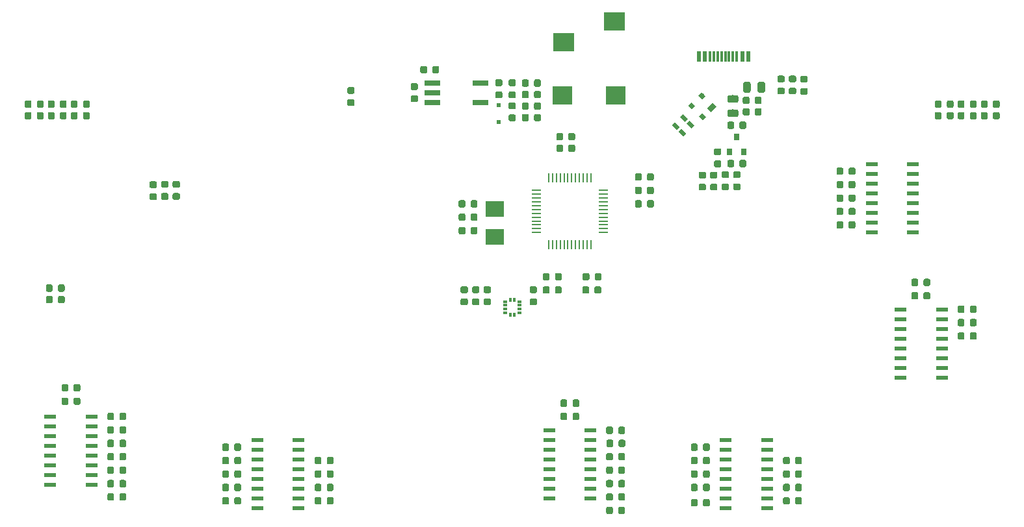
<source format=gbp>
G04 #@! TF.GenerationSoftware,KiCad,Pcbnew,(5.1.2)-1*
G04 #@! TF.CreationDate,2019-05-29T16:47:42+08:00*
G04 #@! TF.ProjectId,joyMIDI,6a6f794d-4944-4492-9e6b-696361645f70,rev?*
G04 #@! TF.SameCoordinates,Original*
G04 #@! TF.FileFunction,Paste,Bot*
G04 #@! TF.FilePolarity,Positive*
%FSLAX46Y46*%
G04 Gerber Fmt 4.6, Leading zero omitted, Abs format (unit mm)*
G04 Created by KiCad (PCBNEW (5.1.2)-1) date 2019-05-29 16:47:42*
%MOMM*%
%LPD*%
G04 APERTURE LIST*
%ADD10R,2.500000X2.400000*%
%ADD11R,2.800000X2.400000*%
%ADD12C,0.600000*%
%ADD13C,0.100000*%
%ADD14C,0.700000*%
%ADD15C,0.875000*%
%ADD16C,0.500000*%
%ADD17C,0.975000*%
%ADD18R,0.800000X0.900000*%
%ADD19R,1.300000X0.250000*%
%ADD20R,0.250000X1.300000*%
%ADD21R,0.300000X0.600000*%
%ADD22R,0.600000X0.300000*%
%ADD23R,1.500000X0.600000*%
%ADD24R,2.400000X2.000000*%
%ADD25R,0.500000X0.500000*%
%ADD26R,2.000000X0.640000*%
%ADD27R,0.600000X1.450000*%
%ADD28R,0.300000X1.450000*%
G04 APERTURE END LIST*
D10*
X155050000Y-77400000D03*
X161950000Y-77400000D03*
D11*
X155200000Y-70400000D03*
X161800000Y-67700000D03*
D12*
X173214645Y-77371142D03*
D13*
G36*
X173674264Y-77406497D02*
G01*
X173250000Y-77830761D01*
X172755026Y-77335787D01*
X173179290Y-76911523D01*
X173674264Y-77406497D01*
X173674264Y-77406497D01*
G37*
D12*
X171871142Y-78714645D03*
D13*
G36*
X172330761Y-78750000D02*
G01*
X171906497Y-79174264D01*
X171411523Y-78679290D01*
X171835787Y-78255026D01*
X172330761Y-78750000D01*
X172330761Y-78750000D01*
G37*
D12*
X173285355Y-80128858D03*
D13*
G36*
X173744974Y-80164213D02*
G01*
X173320710Y-80588477D01*
X172825736Y-80093503D01*
X173250000Y-79669239D01*
X173744974Y-80164213D01*
X173744974Y-80164213D01*
G37*
D14*
X174487437Y-78926777D03*
D13*
G36*
X175088478Y-78820711D02*
G01*
X174381371Y-79527818D01*
X173886396Y-79032843D01*
X174593503Y-78325736D01*
X175088478Y-78820711D01*
X175088478Y-78820711D01*
G37*
G36*
X166740191Y-89276053D02*
G01*
X166761426Y-89279203D01*
X166782250Y-89284419D01*
X166802462Y-89291651D01*
X166821868Y-89300830D01*
X166840281Y-89311866D01*
X166857524Y-89324654D01*
X166873430Y-89339070D01*
X166887846Y-89354976D01*
X166900634Y-89372219D01*
X166911670Y-89390632D01*
X166920849Y-89410038D01*
X166928081Y-89430250D01*
X166933297Y-89451074D01*
X166936447Y-89472309D01*
X166937500Y-89493750D01*
X166937500Y-90006250D01*
X166936447Y-90027691D01*
X166933297Y-90048926D01*
X166928081Y-90069750D01*
X166920849Y-90089962D01*
X166911670Y-90109368D01*
X166900634Y-90127781D01*
X166887846Y-90145024D01*
X166873430Y-90160930D01*
X166857524Y-90175346D01*
X166840281Y-90188134D01*
X166821868Y-90199170D01*
X166802462Y-90208349D01*
X166782250Y-90215581D01*
X166761426Y-90220797D01*
X166740191Y-90223947D01*
X166718750Y-90225000D01*
X166281250Y-90225000D01*
X166259809Y-90223947D01*
X166238574Y-90220797D01*
X166217750Y-90215581D01*
X166197538Y-90208349D01*
X166178132Y-90199170D01*
X166159719Y-90188134D01*
X166142476Y-90175346D01*
X166126570Y-90160930D01*
X166112154Y-90145024D01*
X166099366Y-90127781D01*
X166088330Y-90109368D01*
X166079151Y-90089962D01*
X166071919Y-90069750D01*
X166066703Y-90048926D01*
X166063553Y-90027691D01*
X166062500Y-90006250D01*
X166062500Y-89493750D01*
X166063553Y-89472309D01*
X166066703Y-89451074D01*
X166071919Y-89430250D01*
X166079151Y-89410038D01*
X166088330Y-89390632D01*
X166099366Y-89372219D01*
X166112154Y-89354976D01*
X166126570Y-89339070D01*
X166142476Y-89324654D01*
X166159719Y-89311866D01*
X166178132Y-89300830D01*
X166197538Y-89291651D01*
X166217750Y-89284419D01*
X166238574Y-89279203D01*
X166259809Y-89276053D01*
X166281250Y-89275000D01*
X166718750Y-89275000D01*
X166740191Y-89276053D01*
X166740191Y-89276053D01*
G37*
D15*
X166500000Y-89750000D03*
D13*
G36*
X165165191Y-89276053D02*
G01*
X165186426Y-89279203D01*
X165207250Y-89284419D01*
X165227462Y-89291651D01*
X165246868Y-89300830D01*
X165265281Y-89311866D01*
X165282524Y-89324654D01*
X165298430Y-89339070D01*
X165312846Y-89354976D01*
X165325634Y-89372219D01*
X165336670Y-89390632D01*
X165345849Y-89410038D01*
X165353081Y-89430250D01*
X165358297Y-89451074D01*
X165361447Y-89472309D01*
X165362500Y-89493750D01*
X165362500Y-90006250D01*
X165361447Y-90027691D01*
X165358297Y-90048926D01*
X165353081Y-90069750D01*
X165345849Y-90089962D01*
X165336670Y-90109368D01*
X165325634Y-90127781D01*
X165312846Y-90145024D01*
X165298430Y-90160930D01*
X165282524Y-90175346D01*
X165265281Y-90188134D01*
X165246868Y-90199170D01*
X165227462Y-90208349D01*
X165207250Y-90215581D01*
X165186426Y-90220797D01*
X165165191Y-90223947D01*
X165143750Y-90225000D01*
X164706250Y-90225000D01*
X164684809Y-90223947D01*
X164663574Y-90220797D01*
X164642750Y-90215581D01*
X164622538Y-90208349D01*
X164603132Y-90199170D01*
X164584719Y-90188134D01*
X164567476Y-90175346D01*
X164551570Y-90160930D01*
X164537154Y-90145024D01*
X164524366Y-90127781D01*
X164513330Y-90109368D01*
X164504151Y-90089962D01*
X164496919Y-90069750D01*
X164491703Y-90048926D01*
X164488553Y-90027691D01*
X164487500Y-90006250D01*
X164487500Y-89493750D01*
X164488553Y-89472309D01*
X164491703Y-89451074D01*
X164496919Y-89430250D01*
X164504151Y-89410038D01*
X164513330Y-89390632D01*
X164524366Y-89372219D01*
X164537154Y-89354976D01*
X164551570Y-89339070D01*
X164567476Y-89324654D01*
X164584719Y-89311866D01*
X164603132Y-89300830D01*
X164622538Y-89291651D01*
X164642750Y-89284419D01*
X164663574Y-89279203D01*
X164684809Y-89276053D01*
X164706250Y-89275000D01*
X165143750Y-89275000D01*
X165165191Y-89276053D01*
X165165191Y-89276053D01*
G37*
D15*
X164925000Y-89750000D03*
D13*
G36*
X166740191Y-91026053D02*
G01*
X166761426Y-91029203D01*
X166782250Y-91034419D01*
X166802462Y-91041651D01*
X166821868Y-91050830D01*
X166840281Y-91061866D01*
X166857524Y-91074654D01*
X166873430Y-91089070D01*
X166887846Y-91104976D01*
X166900634Y-91122219D01*
X166911670Y-91140632D01*
X166920849Y-91160038D01*
X166928081Y-91180250D01*
X166933297Y-91201074D01*
X166936447Y-91222309D01*
X166937500Y-91243750D01*
X166937500Y-91756250D01*
X166936447Y-91777691D01*
X166933297Y-91798926D01*
X166928081Y-91819750D01*
X166920849Y-91839962D01*
X166911670Y-91859368D01*
X166900634Y-91877781D01*
X166887846Y-91895024D01*
X166873430Y-91910930D01*
X166857524Y-91925346D01*
X166840281Y-91938134D01*
X166821868Y-91949170D01*
X166802462Y-91958349D01*
X166782250Y-91965581D01*
X166761426Y-91970797D01*
X166740191Y-91973947D01*
X166718750Y-91975000D01*
X166281250Y-91975000D01*
X166259809Y-91973947D01*
X166238574Y-91970797D01*
X166217750Y-91965581D01*
X166197538Y-91958349D01*
X166178132Y-91949170D01*
X166159719Y-91938134D01*
X166142476Y-91925346D01*
X166126570Y-91910930D01*
X166112154Y-91895024D01*
X166099366Y-91877781D01*
X166088330Y-91859368D01*
X166079151Y-91839962D01*
X166071919Y-91819750D01*
X166066703Y-91798926D01*
X166063553Y-91777691D01*
X166062500Y-91756250D01*
X166062500Y-91243750D01*
X166063553Y-91222309D01*
X166066703Y-91201074D01*
X166071919Y-91180250D01*
X166079151Y-91160038D01*
X166088330Y-91140632D01*
X166099366Y-91122219D01*
X166112154Y-91104976D01*
X166126570Y-91089070D01*
X166142476Y-91074654D01*
X166159719Y-91061866D01*
X166178132Y-91050830D01*
X166197538Y-91041651D01*
X166217750Y-91034419D01*
X166238574Y-91029203D01*
X166259809Y-91026053D01*
X166281250Y-91025000D01*
X166718750Y-91025000D01*
X166740191Y-91026053D01*
X166740191Y-91026053D01*
G37*
D15*
X166500000Y-91500000D03*
D13*
G36*
X165165191Y-91026053D02*
G01*
X165186426Y-91029203D01*
X165207250Y-91034419D01*
X165227462Y-91041651D01*
X165246868Y-91050830D01*
X165265281Y-91061866D01*
X165282524Y-91074654D01*
X165298430Y-91089070D01*
X165312846Y-91104976D01*
X165325634Y-91122219D01*
X165336670Y-91140632D01*
X165345849Y-91160038D01*
X165353081Y-91180250D01*
X165358297Y-91201074D01*
X165361447Y-91222309D01*
X165362500Y-91243750D01*
X165362500Y-91756250D01*
X165361447Y-91777691D01*
X165358297Y-91798926D01*
X165353081Y-91819750D01*
X165345849Y-91839962D01*
X165336670Y-91859368D01*
X165325634Y-91877781D01*
X165312846Y-91895024D01*
X165298430Y-91910930D01*
X165282524Y-91925346D01*
X165265281Y-91938134D01*
X165246868Y-91949170D01*
X165227462Y-91958349D01*
X165207250Y-91965581D01*
X165186426Y-91970797D01*
X165165191Y-91973947D01*
X165143750Y-91975000D01*
X164706250Y-91975000D01*
X164684809Y-91973947D01*
X164663574Y-91970797D01*
X164642750Y-91965581D01*
X164622538Y-91958349D01*
X164603132Y-91949170D01*
X164584719Y-91938134D01*
X164567476Y-91925346D01*
X164551570Y-91910930D01*
X164537154Y-91895024D01*
X164524366Y-91877781D01*
X164513330Y-91859368D01*
X164504151Y-91839962D01*
X164496919Y-91819750D01*
X164491703Y-91798926D01*
X164488553Y-91777691D01*
X164487500Y-91756250D01*
X164487500Y-91243750D01*
X164488553Y-91222309D01*
X164491703Y-91201074D01*
X164496919Y-91180250D01*
X164504151Y-91160038D01*
X164513330Y-91140632D01*
X164524366Y-91122219D01*
X164537154Y-91104976D01*
X164551570Y-91089070D01*
X164567476Y-91074654D01*
X164584719Y-91061866D01*
X164603132Y-91050830D01*
X164622538Y-91041651D01*
X164642750Y-91034419D01*
X164663574Y-91029203D01*
X164684809Y-91026053D01*
X164706250Y-91025000D01*
X165143750Y-91025000D01*
X165165191Y-91026053D01*
X165165191Y-91026053D01*
G37*
D15*
X164925000Y-91500000D03*
D13*
G36*
X165165191Y-87526053D02*
G01*
X165186426Y-87529203D01*
X165207250Y-87534419D01*
X165227462Y-87541651D01*
X165246868Y-87550830D01*
X165265281Y-87561866D01*
X165282524Y-87574654D01*
X165298430Y-87589070D01*
X165312846Y-87604976D01*
X165325634Y-87622219D01*
X165336670Y-87640632D01*
X165345849Y-87660038D01*
X165353081Y-87680250D01*
X165358297Y-87701074D01*
X165361447Y-87722309D01*
X165362500Y-87743750D01*
X165362500Y-88256250D01*
X165361447Y-88277691D01*
X165358297Y-88298926D01*
X165353081Y-88319750D01*
X165345849Y-88339962D01*
X165336670Y-88359368D01*
X165325634Y-88377781D01*
X165312846Y-88395024D01*
X165298430Y-88410930D01*
X165282524Y-88425346D01*
X165265281Y-88438134D01*
X165246868Y-88449170D01*
X165227462Y-88458349D01*
X165207250Y-88465581D01*
X165186426Y-88470797D01*
X165165191Y-88473947D01*
X165143750Y-88475000D01*
X164706250Y-88475000D01*
X164684809Y-88473947D01*
X164663574Y-88470797D01*
X164642750Y-88465581D01*
X164622538Y-88458349D01*
X164603132Y-88449170D01*
X164584719Y-88438134D01*
X164567476Y-88425346D01*
X164551570Y-88410930D01*
X164537154Y-88395024D01*
X164524366Y-88377781D01*
X164513330Y-88359368D01*
X164504151Y-88339962D01*
X164496919Y-88319750D01*
X164491703Y-88298926D01*
X164488553Y-88277691D01*
X164487500Y-88256250D01*
X164487500Y-87743750D01*
X164488553Y-87722309D01*
X164491703Y-87701074D01*
X164496919Y-87680250D01*
X164504151Y-87660038D01*
X164513330Y-87640632D01*
X164524366Y-87622219D01*
X164537154Y-87604976D01*
X164551570Y-87589070D01*
X164567476Y-87574654D01*
X164584719Y-87561866D01*
X164603132Y-87550830D01*
X164622538Y-87541651D01*
X164642750Y-87534419D01*
X164663574Y-87529203D01*
X164684809Y-87526053D01*
X164706250Y-87525000D01*
X165143750Y-87525000D01*
X165165191Y-87526053D01*
X165165191Y-87526053D01*
G37*
D15*
X164925000Y-88000000D03*
D13*
G36*
X166740191Y-87526053D02*
G01*
X166761426Y-87529203D01*
X166782250Y-87534419D01*
X166802462Y-87541651D01*
X166821868Y-87550830D01*
X166840281Y-87561866D01*
X166857524Y-87574654D01*
X166873430Y-87589070D01*
X166887846Y-87604976D01*
X166900634Y-87622219D01*
X166911670Y-87640632D01*
X166920849Y-87660038D01*
X166928081Y-87680250D01*
X166933297Y-87701074D01*
X166936447Y-87722309D01*
X166937500Y-87743750D01*
X166937500Y-88256250D01*
X166936447Y-88277691D01*
X166933297Y-88298926D01*
X166928081Y-88319750D01*
X166920849Y-88339962D01*
X166911670Y-88359368D01*
X166900634Y-88377781D01*
X166887846Y-88395024D01*
X166873430Y-88410930D01*
X166857524Y-88425346D01*
X166840281Y-88438134D01*
X166821868Y-88449170D01*
X166802462Y-88458349D01*
X166782250Y-88465581D01*
X166761426Y-88470797D01*
X166740191Y-88473947D01*
X166718750Y-88475000D01*
X166281250Y-88475000D01*
X166259809Y-88473947D01*
X166238574Y-88470797D01*
X166217750Y-88465581D01*
X166197538Y-88458349D01*
X166178132Y-88449170D01*
X166159719Y-88438134D01*
X166142476Y-88425346D01*
X166126570Y-88410930D01*
X166112154Y-88395024D01*
X166099366Y-88377781D01*
X166088330Y-88359368D01*
X166079151Y-88339962D01*
X166071919Y-88319750D01*
X166066703Y-88298926D01*
X166063553Y-88277691D01*
X166062500Y-88256250D01*
X166062500Y-87743750D01*
X166063553Y-87722309D01*
X166066703Y-87701074D01*
X166071919Y-87680250D01*
X166079151Y-87660038D01*
X166088330Y-87640632D01*
X166099366Y-87622219D01*
X166112154Y-87604976D01*
X166126570Y-87589070D01*
X166142476Y-87574654D01*
X166159719Y-87561866D01*
X166178132Y-87550830D01*
X166197538Y-87541651D01*
X166217750Y-87534419D01*
X166238574Y-87529203D01*
X166259809Y-87526053D01*
X166281250Y-87525000D01*
X166718750Y-87525000D01*
X166740191Y-87526053D01*
X166740191Y-87526053D01*
G37*
D15*
X166500000Y-88000000D03*
D13*
G36*
X159890191Y-102276053D02*
G01*
X159911426Y-102279203D01*
X159932250Y-102284419D01*
X159952462Y-102291651D01*
X159971868Y-102300830D01*
X159990281Y-102311866D01*
X160007524Y-102324654D01*
X160023430Y-102339070D01*
X160037846Y-102354976D01*
X160050634Y-102372219D01*
X160061670Y-102390632D01*
X160070849Y-102410038D01*
X160078081Y-102430250D01*
X160083297Y-102451074D01*
X160086447Y-102472309D01*
X160087500Y-102493750D01*
X160087500Y-103006250D01*
X160086447Y-103027691D01*
X160083297Y-103048926D01*
X160078081Y-103069750D01*
X160070849Y-103089962D01*
X160061670Y-103109368D01*
X160050634Y-103127781D01*
X160037846Y-103145024D01*
X160023430Y-103160930D01*
X160007524Y-103175346D01*
X159990281Y-103188134D01*
X159971868Y-103199170D01*
X159952462Y-103208349D01*
X159932250Y-103215581D01*
X159911426Y-103220797D01*
X159890191Y-103223947D01*
X159868750Y-103225000D01*
X159431250Y-103225000D01*
X159409809Y-103223947D01*
X159388574Y-103220797D01*
X159367750Y-103215581D01*
X159347538Y-103208349D01*
X159328132Y-103199170D01*
X159309719Y-103188134D01*
X159292476Y-103175346D01*
X159276570Y-103160930D01*
X159262154Y-103145024D01*
X159249366Y-103127781D01*
X159238330Y-103109368D01*
X159229151Y-103089962D01*
X159221919Y-103069750D01*
X159216703Y-103048926D01*
X159213553Y-103027691D01*
X159212500Y-103006250D01*
X159212500Y-102493750D01*
X159213553Y-102472309D01*
X159216703Y-102451074D01*
X159221919Y-102430250D01*
X159229151Y-102410038D01*
X159238330Y-102390632D01*
X159249366Y-102372219D01*
X159262154Y-102354976D01*
X159276570Y-102339070D01*
X159292476Y-102324654D01*
X159309719Y-102311866D01*
X159328132Y-102300830D01*
X159347538Y-102291651D01*
X159367750Y-102284419D01*
X159388574Y-102279203D01*
X159409809Y-102276053D01*
X159431250Y-102275000D01*
X159868750Y-102275000D01*
X159890191Y-102276053D01*
X159890191Y-102276053D01*
G37*
D15*
X159650000Y-102750000D03*
D13*
G36*
X158315191Y-102276053D02*
G01*
X158336426Y-102279203D01*
X158357250Y-102284419D01*
X158377462Y-102291651D01*
X158396868Y-102300830D01*
X158415281Y-102311866D01*
X158432524Y-102324654D01*
X158448430Y-102339070D01*
X158462846Y-102354976D01*
X158475634Y-102372219D01*
X158486670Y-102390632D01*
X158495849Y-102410038D01*
X158503081Y-102430250D01*
X158508297Y-102451074D01*
X158511447Y-102472309D01*
X158512500Y-102493750D01*
X158512500Y-103006250D01*
X158511447Y-103027691D01*
X158508297Y-103048926D01*
X158503081Y-103069750D01*
X158495849Y-103089962D01*
X158486670Y-103109368D01*
X158475634Y-103127781D01*
X158462846Y-103145024D01*
X158448430Y-103160930D01*
X158432524Y-103175346D01*
X158415281Y-103188134D01*
X158396868Y-103199170D01*
X158377462Y-103208349D01*
X158357250Y-103215581D01*
X158336426Y-103220797D01*
X158315191Y-103223947D01*
X158293750Y-103225000D01*
X157856250Y-103225000D01*
X157834809Y-103223947D01*
X157813574Y-103220797D01*
X157792750Y-103215581D01*
X157772538Y-103208349D01*
X157753132Y-103199170D01*
X157734719Y-103188134D01*
X157717476Y-103175346D01*
X157701570Y-103160930D01*
X157687154Y-103145024D01*
X157674366Y-103127781D01*
X157663330Y-103109368D01*
X157654151Y-103089962D01*
X157646919Y-103069750D01*
X157641703Y-103048926D01*
X157638553Y-103027691D01*
X157637500Y-103006250D01*
X157637500Y-102493750D01*
X157638553Y-102472309D01*
X157641703Y-102451074D01*
X157646919Y-102430250D01*
X157654151Y-102410038D01*
X157663330Y-102390632D01*
X157674366Y-102372219D01*
X157687154Y-102354976D01*
X157701570Y-102339070D01*
X157717476Y-102324654D01*
X157734719Y-102311866D01*
X157753132Y-102300830D01*
X157772538Y-102291651D01*
X157792750Y-102284419D01*
X157813574Y-102279203D01*
X157834809Y-102276053D01*
X157856250Y-102275000D01*
X158293750Y-102275000D01*
X158315191Y-102276053D01*
X158315191Y-102276053D01*
G37*
D15*
X158075000Y-102750000D03*
D13*
G36*
X178777691Y-80776053D02*
G01*
X178798926Y-80779203D01*
X178819750Y-80784419D01*
X178839962Y-80791651D01*
X178859368Y-80800830D01*
X178877781Y-80811866D01*
X178895024Y-80824654D01*
X178910930Y-80839070D01*
X178925346Y-80854976D01*
X178938134Y-80872219D01*
X178949170Y-80890632D01*
X178958349Y-80910038D01*
X178965581Y-80930250D01*
X178970797Y-80951074D01*
X178973947Y-80972309D01*
X178975000Y-80993750D01*
X178975000Y-81506250D01*
X178973947Y-81527691D01*
X178970797Y-81548926D01*
X178965581Y-81569750D01*
X178958349Y-81589962D01*
X178949170Y-81609368D01*
X178938134Y-81627781D01*
X178925346Y-81645024D01*
X178910930Y-81660930D01*
X178895024Y-81675346D01*
X178877781Y-81688134D01*
X178859368Y-81699170D01*
X178839962Y-81708349D01*
X178819750Y-81715581D01*
X178798926Y-81720797D01*
X178777691Y-81723947D01*
X178756250Y-81725000D01*
X178318750Y-81725000D01*
X178297309Y-81723947D01*
X178276074Y-81720797D01*
X178255250Y-81715581D01*
X178235038Y-81708349D01*
X178215632Y-81699170D01*
X178197219Y-81688134D01*
X178179976Y-81675346D01*
X178164070Y-81660930D01*
X178149654Y-81645024D01*
X178136866Y-81627781D01*
X178125830Y-81609368D01*
X178116651Y-81589962D01*
X178109419Y-81569750D01*
X178104203Y-81548926D01*
X178101053Y-81527691D01*
X178100000Y-81506250D01*
X178100000Y-80993750D01*
X178101053Y-80972309D01*
X178104203Y-80951074D01*
X178109419Y-80930250D01*
X178116651Y-80910038D01*
X178125830Y-80890632D01*
X178136866Y-80872219D01*
X178149654Y-80854976D01*
X178164070Y-80839070D01*
X178179976Y-80824654D01*
X178197219Y-80811866D01*
X178215632Y-80800830D01*
X178235038Y-80791651D01*
X178255250Y-80784419D01*
X178276074Y-80779203D01*
X178297309Y-80776053D01*
X178318750Y-80775000D01*
X178756250Y-80775000D01*
X178777691Y-80776053D01*
X178777691Y-80776053D01*
G37*
D15*
X178537500Y-81250000D03*
D13*
G36*
X177202691Y-80776053D02*
G01*
X177223926Y-80779203D01*
X177244750Y-80784419D01*
X177264962Y-80791651D01*
X177284368Y-80800830D01*
X177302781Y-80811866D01*
X177320024Y-80824654D01*
X177335930Y-80839070D01*
X177350346Y-80854976D01*
X177363134Y-80872219D01*
X177374170Y-80890632D01*
X177383349Y-80910038D01*
X177390581Y-80930250D01*
X177395797Y-80951074D01*
X177398947Y-80972309D01*
X177400000Y-80993750D01*
X177400000Y-81506250D01*
X177398947Y-81527691D01*
X177395797Y-81548926D01*
X177390581Y-81569750D01*
X177383349Y-81589962D01*
X177374170Y-81609368D01*
X177363134Y-81627781D01*
X177350346Y-81645024D01*
X177335930Y-81660930D01*
X177320024Y-81675346D01*
X177302781Y-81688134D01*
X177284368Y-81699170D01*
X177264962Y-81708349D01*
X177244750Y-81715581D01*
X177223926Y-81720797D01*
X177202691Y-81723947D01*
X177181250Y-81725000D01*
X176743750Y-81725000D01*
X176722309Y-81723947D01*
X176701074Y-81720797D01*
X176680250Y-81715581D01*
X176660038Y-81708349D01*
X176640632Y-81699170D01*
X176622219Y-81688134D01*
X176604976Y-81675346D01*
X176589070Y-81660930D01*
X176574654Y-81645024D01*
X176561866Y-81627781D01*
X176550830Y-81609368D01*
X176541651Y-81589962D01*
X176534419Y-81569750D01*
X176529203Y-81548926D01*
X176526053Y-81527691D01*
X176525000Y-81506250D01*
X176525000Y-80993750D01*
X176526053Y-80972309D01*
X176529203Y-80951074D01*
X176534419Y-80930250D01*
X176541651Y-80910038D01*
X176550830Y-80890632D01*
X176561866Y-80872219D01*
X176574654Y-80854976D01*
X176589070Y-80839070D01*
X176604976Y-80824654D01*
X176622219Y-80811866D01*
X176640632Y-80800830D01*
X176660038Y-80791651D01*
X176680250Y-80784419D01*
X176701074Y-80779203D01*
X176722309Y-80776053D01*
X176743750Y-80775000D01*
X177181250Y-80775000D01*
X177202691Y-80776053D01*
X177202691Y-80776053D01*
G37*
D15*
X176962500Y-81250000D03*
D13*
G36*
X153165191Y-102276053D02*
G01*
X153186426Y-102279203D01*
X153207250Y-102284419D01*
X153227462Y-102291651D01*
X153246868Y-102300830D01*
X153265281Y-102311866D01*
X153282524Y-102324654D01*
X153298430Y-102339070D01*
X153312846Y-102354976D01*
X153325634Y-102372219D01*
X153336670Y-102390632D01*
X153345849Y-102410038D01*
X153353081Y-102430250D01*
X153358297Y-102451074D01*
X153361447Y-102472309D01*
X153362500Y-102493750D01*
X153362500Y-103006250D01*
X153361447Y-103027691D01*
X153358297Y-103048926D01*
X153353081Y-103069750D01*
X153345849Y-103089962D01*
X153336670Y-103109368D01*
X153325634Y-103127781D01*
X153312846Y-103145024D01*
X153298430Y-103160930D01*
X153282524Y-103175346D01*
X153265281Y-103188134D01*
X153246868Y-103199170D01*
X153227462Y-103208349D01*
X153207250Y-103215581D01*
X153186426Y-103220797D01*
X153165191Y-103223947D01*
X153143750Y-103225000D01*
X152706250Y-103225000D01*
X152684809Y-103223947D01*
X152663574Y-103220797D01*
X152642750Y-103215581D01*
X152622538Y-103208349D01*
X152603132Y-103199170D01*
X152584719Y-103188134D01*
X152567476Y-103175346D01*
X152551570Y-103160930D01*
X152537154Y-103145024D01*
X152524366Y-103127781D01*
X152513330Y-103109368D01*
X152504151Y-103089962D01*
X152496919Y-103069750D01*
X152491703Y-103048926D01*
X152488553Y-103027691D01*
X152487500Y-103006250D01*
X152487500Y-102493750D01*
X152488553Y-102472309D01*
X152491703Y-102451074D01*
X152496919Y-102430250D01*
X152504151Y-102410038D01*
X152513330Y-102390632D01*
X152524366Y-102372219D01*
X152537154Y-102354976D01*
X152551570Y-102339070D01*
X152567476Y-102324654D01*
X152584719Y-102311866D01*
X152603132Y-102300830D01*
X152622538Y-102291651D01*
X152642750Y-102284419D01*
X152663574Y-102279203D01*
X152684809Y-102276053D01*
X152706250Y-102275000D01*
X153143750Y-102275000D01*
X153165191Y-102276053D01*
X153165191Y-102276053D01*
G37*
D15*
X152925000Y-102750000D03*
D13*
G36*
X154740191Y-102276053D02*
G01*
X154761426Y-102279203D01*
X154782250Y-102284419D01*
X154802462Y-102291651D01*
X154821868Y-102300830D01*
X154840281Y-102311866D01*
X154857524Y-102324654D01*
X154873430Y-102339070D01*
X154887846Y-102354976D01*
X154900634Y-102372219D01*
X154911670Y-102390632D01*
X154920849Y-102410038D01*
X154928081Y-102430250D01*
X154933297Y-102451074D01*
X154936447Y-102472309D01*
X154937500Y-102493750D01*
X154937500Y-103006250D01*
X154936447Y-103027691D01*
X154933297Y-103048926D01*
X154928081Y-103069750D01*
X154920849Y-103089962D01*
X154911670Y-103109368D01*
X154900634Y-103127781D01*
X154887846Y-103145024D01*
X154873430Y-103160930D01*
X154857524Y-103175346D01*
X154840281Y-103188134D01*
X154821868Y-103199170D01*
X154802462Y-103208349D01*
X154782250Y-103215581D01*
X154761426Y-103220797D01*
X154740191Y-103223947D01*
X154718750Y-103225000D01*
X154281250Y-103225000D01*
X154259809Y-103223947D01*
X154238574Y-103220797D01*
X154217750Y-103215581D01*
X154197538Y-103208349D01*
X154178132Y-103199170D01*
X154159719Y-103188134D01*
X154142476Y-103175346D01*
X154126570Y-103160930D01*
X154112154Y-103145024D01*
X154099366Y-103127781D01*
X154088330Y-103109368D01*
X154079151Y-103089962D01*
X154071919Y-103069750D01*
X154066703Y-103048926D01*
X154063553Y-103027691D01*
X154062500Y-103006250D01*
X154062500Y-102493750D01*
X154063553Y-102472309D01*
X154066703Y-102451074D01*
X154071919Y-102430250D01*
X154079151Y-102410038D01*
X154088330Y-102390632D01*
X154099366Y-102372219D01*
X154112154Y-102354976D01*
X154126570Y-102339070D01*
X154142476Y-102324654D01*
X154159719Y-102311866D01*
X154178132Y-102300830D01*
X154197538Y-102291651D01*
X154217750Y-102284419D01*
X154238574Y-102279203D01*
X154259809Y-102276053D01*
X154281250Y-102275000D01*
X154718750Y-102275000D01*
X154740191Y-102276053D01*
X154740191Y-102276053D01*
G37*
D15*
X154500000Y-102750000D03*
D13*
G36*
X154915191Y-83776053D02*
G01*
X154936426Y-83779203D01*
X154957250Y-83784419D01*
X154977462Y-83791651D01*
X154996868Y-83800830D01*
X155015281Y-83811866D01*
X155032524Y-83824654D01*
X155048430Y-83839070D01*
X155062846Y-83854976D01*
X155075634Y-83872219D01*
X155086670Y-83890632D01*
X155095849Y-83910038D01*
X155103081Y-83930250D01*
X155108297Y-83951074D01*
X155111447Y-83972309D01*
X155112500Y-83993750D01*
X155112500Y-84506250D01*
X155111447Y-84527691D01*
X155108297Y-84548926D01*
X155103081Y-84569750D01*
X155095849Y-84589962D01*
X155086670Y-84609368D01*
X155075634Y-84627781D01*
X155062846Y-84645024D01*
X155048430Y-84660930D01*
X155032524Y-84675346D01*
X155015281Y-84688134D01*
X154996868Y-84699170D01*
X154977462Y-84708349D01*
X154957250Y-84715581D01*
X154936426Y-84720797D01*
X154915191Y-84723947D01*
X154893750Y-84725000D01*
X154456250Y-84725000D01*
X154434809Y-84723947D01*
X154413574Y-84720797D01*
X154392750Y-84715581D01*
X154372538Y-84708349D01*
X154353132Y-84699170D01*
X154334719Y-84688134D01*
X154317476Y-84675346D01*
X154301570Y-84660930D01*
X154287154Y-84645024D01*
X154274366Y-84627781D01*
X154263330Y-84609368D01*
X154254151Y-84589962D01*
X154246919Y-84569750D01*
X154241703Y-84548926D01*
X154238553Y-84527691D01*
X154237500Y-84506250D01*
X154237500Y-83993750D01*
X154238553Y-83972309D01*
X154241703Y-83951074D01*
X154246919Y-83930250D01*
X154254151Y-83910038D01*
X154263330Y-83890632D01*
X154274366Y-83872219D01*
X154287154Y-83854976D01*
X154301570Y-83839070D01*
X154317476Y-83824654D01*
X154334719Y-83811866D01*
X154353132Y-83800830D01*
X154372538Y-83791651D01*
X154392750Y-83784419D01*
X154413574Y-83779203D01*
X154434809Y-83776053D01*
X154456250Y-83775000D01*
X154893750Y-83775000D01*
X154915191Y-83776053D01*
X154915191Y-83776053D01*
G37*
D15*
X154675000Y-84250000D03*
D13*
G36*
X156490191Y-83776053D02*
G01*
X156511426Y-83779203D01*
X156532250Y-83784419D01*
X156552462Y-83791651D01*
X156571868Y-83800830D01*
X156590281Y-83811866D01*
X156607524Y-83824654D01*
X156623430Y-83839070D01*
X156637846Y-83854976D01*
X156650634Y-83872219D01*
X156661670Y-83890632D01*
X156670849Y-83910038D01*
X156678081Y-83930250D01*
X156683297Y-83951074D01*
X156686447Y-83972309D01*
X156687500Y-83993750D01*
X156687500Y-84506250D01*
X156686447Y-84527691D01*
X156683297Y-84548926D01*
X156678081Y-84569750D01*
X156670849Y-84589962D01*
X156661670Y-84609368D01*
X156650634Y-84627781D01*
X156637846Y-84645024D01*
X156623430Y-84660930D01*
X156607524Y-84675346D01*
X156590281Y-84688134D01*
X156571868Y-84699170D01*
X156552462Y-84708349D01*
X156532250Y-84715581D01*
X156511426Y-84720797D01*
X156490191Y-84723947D01*
X156468750Y-84725000D01*
X156031250Y-84725000D01*
X156009809Y-84723947D01*
X155988574Y-84720797D01*
X155967750Y-84715581D01*
X155947538Y-84708349D01*
X155928132Y-84699170D01*
X155909719Y-84688134D01*
X155892476Y-84675346D01*
X155876570Y-84660930D01*
X155862154Y-84645024D01*
X155849366Y-84627781D01*
X155838330Y-84609368D01*
X155829151Y-84589962D01*
X155821919Y-84569750D01*
X155816703Y-84548926D01*
X155813553Y-84527691D01*
X155812500Y-84506250D01*
X155812500Y-83993750D01*
X155813553Y-83972309D01*
X155816703Y-83951074D01*
X155821919Y-83930250D01*
X155829151Y-83910038D01*
X155838330Y-83890632D01*
X155849366Y-83872219D01*
X155862154Y-83854976D01*
X155876570Y-83839070D01*
X155892476Y-83824654D01*
X155909719Y-83811866D01*
X155928132Y-83800830D01*
X155947538Y-83791651D01*
X155967750Y-83784419D01*
X155988574Y-83779203D01*
X156009809Y-83776053D01*
X156031250Y-83775000D01*
X156468750Y-83775000D01*
X156490191Y-83776053D01*
X156490191Y-83776053D01*
G37*
D15*
X156250000Y-84250000D03*
D13*
G36*
X178777691Y-85776053D02*
G01*
X178798926Y-85779203D01*
X178819750Y-85784419D01*
X178839962Y-85791651D01*
X178859368Y-85800830D01*
X178877781Y-85811866D01*
X178895024Y-85824654D01*
X178910930Y-85839070D01*
X178925346Y-85854976D01*
X178938134Y-85872219D01*
X178949170Y-85890632D01*
X178958349Y-85910038D01*
X178965581Y-85930250D01*
X178970797Y-85951074D01*
X178973947Y-85972309D01*
X178975000Y-85993750D01*
X178975000Y-86506250D01*
X178973947Y-86527691D01*
X178970797Y-86548926D01*
X178965581Y-86569750D01*
X178958349Y-86589962D01*
X178949170Y-86609368D01*
X178938134Y-86627781D01*
X178925346Y-86645024D01*
X178910930Y-86660930D01*
X178895024Y-86675346D01*
X178877781Y-86688134D01*
X178859368Y-86699170D01*
X178839962Y-86708349D01*
X178819750Y-86715581D01*
X178798926Y-86720797D01*
X178777691Y-86723947D01*
X178756250Y-86725000D01*
X178318750Y-86725000D01*
X178297309Y-86723947D01*
X178276074Y-86720797D01*
X178255250Y-86715581D01*
X178235038Y-86708349D01*
X178215632Y-86699170D01*
X178197219Y-86688134D01*
X178179976Y-86675346D01*
X178164070Y-86660930D01*
X178149654Y-86645024D01*
X178136866Y-86627781D01*
X178125830Y-86609368D01*
X178116651Y-86589962D01*
X178109419Y-86569750D01*
X178104203Y-86548926D01*
X178101053Y-86527691D01*
X178100000Y-86506250D01*
X178100000Y-85993750D01*
X178101053Y-85972309D01*
X178104203Y-85951074D01*
X178109419Y-85930250D01*
X178116651Y-85910038D01*
X178125830Y-85890632D01*
X178136866Y-85872219D01*
X178149654Y-85854976D01*
X178164070Y-85839070D01*
X178179976Y-85824654D01*
X178197219Y-85811866D01*
X178215632Y-85800830D01*
X178235038Y-85791651D01*
X178255250Y-85784419D01*
X178276074Y-85779203D01*
X178297309Y-85776053D01*
X178318750Y-85775000D01*
X178756250Y-85775000D01*
X178777691Y-85776053D01*
X178777691Y-85776053D01*
G37*
D15*
X178537500Y-86250000D03*
D13*
G36*
X177202691Y-85776053D02*
G01*
X177223926Y-85779203D01*
X177244750Y-85784419D01*
X177264962Y-85791651D01*
X177284368Y-85800830D01*
X177302781Y-85811866D01*
X177320024Y-85824654D01*
X177335930Y-85839070D01*
X177350346Y-85854976D01*
X177363134Y-85872219D01*
X177374170Y-85890632D01*
X177383349Y-85910038D01*
X177390581Y-85930250D01*
X177395797Y-85951074D01*
X177398947Y-85972309D01*
X177400000Y-85993750D01*
X177400000Y-86506250D01*
X177398947Y-86527691D01*
X177395797Y-86548926D01*
X177390581Y-86569750D01*
X177383349Y-86589962D01*
X177374170Y-86609368D01*
X177363134Y-86627781D01*
X177350346Y-86645024D01*
X177335930Y-86660930D01*
X177320024Y-86675346D01*
X177302781Y-86688134D01*
X177284368Y-86699170D01*
X177264962Y-86708349D01*
X177244750Y-86715581D01*
X177223926Y-86720797D01*
X177202691Y-86723947D01*
X177181250Y-86725000D01*
X176743750Y-86725000D01*
X176722309Y-86723947D01*
X176701074Y-86720797D01*
X176680250Y-86715581D01*
X176660038Y-86708349D01*
X176640632Y-86699170D01*
X176622219Y-86688134D01*
X176604976Y-86675346D01*
X176589070Y-86660930D01*
X176574654Y-86645024D01*
X176561866Y-86627781D01*
X176550830Y-86609368D01*
X176541651Y-86589962D01*
X176534419Y-86569750D01*
X176529203Y-86548926D01*
X176526053Y-86527691D01*
X176525000Y-86506250D01*
X176525000Y-85993750D01*
X176526053Y-85972309D01*
X176529203Y-85951074D01*
X176534419Y-85930250D01*
X176541651Y-85910038D01*
X176550830Y-85890632D01*
X176561866Y-85872219D01*
X176574654Y-85854976D01*
X176589070Y-85839070D01*
X176604976Y-85824654D01*
X176622219Y-85811866D01*
X176640632Y-85800830D01*
X176660038Y-85791651D01*
X176680250Y-85784419D01*
X176701074Y-85779203D01*
X176722309Y-85776053D01*
X176743750Y-85775000D01*
X177181250Y-85775000D01*
X177202691Y-85776053D01*
X177202691Y-85776053D01*
G37*
D15*
X176962500Y-86250000D03*
D13*
G36*
X142202691Y-94526053D02*
G01*
X142223926Y-94529203D01*
X142244750Y-94534419D01*
X142264962Y-94541651D01*
X142284368Y-94550830D01*
X142302781Y-94561866D01*
X142320024Y-94574654D01*
X142335930Y-94589070D01*
X142350346Y-94604976D01*
X142363134Y-94622219D01*
X142374170Y-94640632D01*
X142383349Y-94660038D01*
X142390581Y-94680250D01*
X142395797Y-94701074D01*
X142398947Y-94722309D01*
X142400000Y-94743750D01*
X142400000Y-95256250D01*
X142398947Y-95277691D01*
X142395797Y-95298926D01*
X142390581Y-95319750D01*
X142383349Y-95339962D01*
X142374170Y-95359368D01*
X142363134Y-95377781D01*
X142350346Y-95395024D01*
X142335930Y-95410930D01*
X142320024Y-95425346D01*
X142302781Y-95438134D01*
X142284368Y-95449170D01*
X142264962Y-95458349D01*
X142244750Y-95465581D01*
X142223926Y-95470797D01*
X142202691Y-95473947D01*
X142181250Y-95475000D01*
X141743750Y-95475000D01*
X141722309Y-95473947D01*
X141701074Y-95470797D01*
X141680250Y-95465581D01*
X141660038Y-95458349D01*
X141640632Y-95449170D01*
X141622219Y-95438134D01*
X141604976Y-95425346D01*
X141589070Y-95410930D01*
X141574654Y-95395024D01*
X141561866Y-95377781D01*
X141550830Y-95359368D01*
X141541651Y-95339962D01*
X141534419Y-95319750D01*
X141529203Y-95298926D01*
X141526053Y-95277691D01*
X141525000Y-95256250D01*
X141525000Y-94743750D01*
X141526053Y-94722309D01*
X141529203Y-94701074D01*
X141534419Y-94680250D01*
X141541651Y-94660038D01*
X141550830Y-94640632D01*
X141561866Y-94622219D01*
X141574654Y-94604976D01*
X141589070Y-94589070D01*
X141604976Y-94574654D01*
X141622219Y-94561866D01*
X141640632Y-94550830D01*
X141660038Y-94541651D01*
X141680250Y-94534419D01*
X141701074Y-94529203D01*
X141722309Y-94526053D01*
X141743750Y-94525000D01*
X142181250Y-94525000D01*
X142202691Y-94526053D01*
X142202691Y-94526053D01*
G37*
D15*
X141962500Y-95000000D03*
D13*
G36*
X143777691Y-94526053D02*
G01*
X143798926Y-94529203D01*
X143819750Y-94534419D01*
X143839962Y-94541651D01*
X143859368Y-94550830D01*
X143877781Y-94561866D01*
X143895024Y-94574654D01*
X143910930Y-94589070D01*
X143925346Y-94604976D01*
X143938134Y-94622219D01*
X143949170Y-94640632D01*
X143958349Y-94660038D01*
X143965581Y-94680250D01*
X143970797Y-94701074D01*
X143973947Y-94722309D01*
X143975000Y-94743750D01*
X143975000Y-95256250D01*
X143973947Y-95277691D01*
X143970797Y-95298926D01*
X143965581Y-95319750D01*
X143958349Y-95339962D01*
X143949170Y-95359368D01*
X143938134Y-95377781D01*
X143925346Y-95395024D01*
X143910930Y-95410930D01*
X143895024Y-95425346D01*
X143877781Y-95438134D01*
X143859368Y-95449170D01*
X143839962Y-95458349D01*
X143819750Y-95465581D01*
X143798926Y-95470797D01*
X143777691Y-95473947D01*
X143756250Y-95475000D01*
X143318750Y-95475000D01*
X143297309Y-95473947D01*
X143276074Y-95470797D01*
X143255250Y-95465581D01*
X143235038Y-95458349D01*
X143215632Y-95449170D01*
X143197219Y-95438134D01*
X143179976Y-95425346D01*
X143164070Y-95410930D01*
X143149654Y-95395024D01*
X143136866Y-95377781D01*
X143125830Y-95359368D01*
X143116651Y-95339962D01*
X143109419Y-95319750D01*
X143104203Y-95298926D01*
X143101053Y-95277691D01*
X143100000Y-95256250D01*
X143100000Y-94743750D01*
X143101053Y-94722309D01*
X143104203Y-94701074D01*
X143109419Y-94680250D01*
X143116651Y-94660038D01*
X143125830Y-94640632D01*
X143136866Y-94622219D01*
X143149654Y-94604976D01*
X143164070Y-94589070D01*
X143179976Y-94574654D01*
X143197219Y-94561866D01*
X143215632Y-94550830D01*
X143235038Y-94541651D01*
X143255250Y-94534419D01*
X143276074Y-94529203D01*
X143297309Y-94526053D01*
X143318750Y-94525000D01*
X143756250Y-94525000D01*
X143777691Y-94526053D01*
X143777691Y-94526053D01*
G37*
D15*
X143537500Y-95000000D03*
D13*
G36*
X142202691Y-92776053D02*
G01*
X142223926Y-92779203D01*
X142244750Y-92784419D01*
X142264962Y-92791651D01*
X142284368Y-92800830D01*
X142302781Y-92811866D01*
X142320024Y-92824654D01*
X142335930Y-92839070D01*
X142350346Y-92854976D01*
X142363134Y-92872219D01*
X142374170Y-92890632D01*
X142383349Y-92910038D01*
X142390581Y-92930250D01*
X142395797Y-92951074D01*
X142398947Y-92972309D01*
X142400000Y-92993750D01*
X142400000Y-93506250D01*
X142398947Y-93527691D01*
X142395797Y-93548926D01*
X142390581Y-93569750D01*
X142383349Y-93589962D01*
X142374170Y-93609368D01*
X142363134Y-93627781D01*
X142350346Y-93645024D01*
X142335930Y-93660930D01*
X142320024Y-93675346D01*
X142302781Y-93688134D01*
X142284368Y-93699170D01*
X142264962Y-93708349D01*
X142244750Y-93715581D01*
X142223926Y-93720797D01*
X142202691Y-93723947D01*
X142181250Y-93725000D01*
X141743750Y-93725000D01*
X141722309Y-93723947D01*
X141701074Y-93720797D01*
X141680250Y-93715581D01*
X141660038Y-93708349D01*
X141640632Y-93699170D01*
X141622219Y-93688134D01*
X141604976Y-93675346D01*
X141589070Y-93660930D01*
X141574654Y-93645024D01*
X141561866Y-93627781D01*
X141550830Y-93609368D01*
X141541651Y-93589962D01*
X141534419Y-93569750D01*
X141529203Y-93548926D01*
X141526053Y-93527691D01*
X141525000Y-93506250D01*
X141525000Y-92993750D01*
X141526053Y-92972309D01*
X141529203Y-92951074D01*
X141534419Y-92930250D01*
X141541651Y-92910038D01*
X141550830Y-92890632D01*
X141561866Y-92872219D01*
X141574654Y-92854976D01*
X141589070Y-92839070D01*
X141604976Y-92824654D01*
X141622219Y-92811866D01*
X141640632Y-92800830D01*
X141660038Y-92791651D01*
X141680250Y-92784419D01*
X141701074Y-92779203D01*
X141722309Y-92776053D01*
X141743750Y-92775000D01*
X142181250Y-92775000D01*
X142202691Y-92776053D01*
X142202691Y-92776053D01*
G37*
D15*
X141962500Y-93250000D03*
D13*
G36*
X143777691Y-92776053D02*
G01*
X143798926Y-92779203D01*
X143819750Y-92784419D01*
X143839962Y-92791651D01*
X143859368Y-92800830D01*
X143877781Y-92811866D01*
X143895024Y-92824654D01*
X143910930Y-92839070D01*
X143925346Y-92854976D01*
X143938134Y-92872219D01*
X143949170Y-92890632D01*
X143958349Y-92910038D01*
X143965581Y-92930250D01*
X143970797Y-92951074D01*
X143973947Y-92972309D01*
X143975000Y-92993750D01*
X143975000Y-93506250D01*
X143973947Y-93527691D01*
X143970797Y-93548926D01*
X143965581Y-93569750D01*
X143958349Y-93589962D01*
X143949170Y-93609368D01*
X143938134Y-93627781D01*
X143925346Y-93645024D01*
X143910930Y-93660930D01*
X143895024Y-93675346D01*
X143877781Y-93688134D01*
X143859368Y-93699170D01*
X143839962Y-93708349D01*
X143819750Y-93715581D01*
X143798926Y-93720797D01*
X143777691Y-93723947D01*
X143756250Y-93725000D01*
X143318750Y-93725000D01*
X143297309Y-93723947D01*
X143276074Y-93720797D01*
X143255250Y-93715581D01*
X143235038Y-93708349D01*
X143215632Y-93699170D01*
X143197219Y-93688134D01*
X143179976Y-93675346D01*
X143164070Y-93660930D01*
X143149654Y-93645024D01*
X143136866Y-93627781D01*
X143125830Y-93609368D01*
X143116651Y-93589962D01*
X143109419Y-93569750D01*
X143104203Y-93548926D01*
X143101053Y-93527691D01*
X143100000Y-93506250D01*
X143100000Y-92993750D01*
X143101053Y-92972309D01*
X143104203Y-92951074D01*
X143109419Y-92930250D01*
X143116651Y-92910038D01*
X143125830Y-92890632D01*
X143136866Y-92872219D01*
X143149654Y-92854976D01*
X143164070Y-92839070D01*
X143179976Y-92824654D01*
X143197219Y-92811866D01*
X143215632Y-92800830D01*
X143235038Y-92791651D01*
X143255250Y-92784419D01*
X143276074Y-92779203D01*
X143297309Y-92776053D01*
X143318750Y-92775000D01*
X143756250Y-92775000D01*
X143777691Y-92776053D01*
X143777691Y-92776053D01*
G37*
D15*
X143537500Y-93250000D03*
D13*
G36*
X142202691Y-91026053D02*
G01*
X142223926Y-91029203D01*
X142244750Y-91034419D01*
X142264962Y-91041651D01*
X142284368Y-91050830D01*
X142302781Y-91061866D01*
X142320024Y-91074654D01*
X142335930Y-91089070D01*
X142350346Y-91104976D01*
X142363134Y-91122219D01*
X142374170Y-91140632D01*
X142383349Y-91160038D01*
X142390581Y-91180250D01*
X142395797Y-91201074D01*
X142398947Y-91222309D01*
X142400000Y-91243750D01*
X142400000Y-91756250D01*
X142398947Y-91777691D01*
X142395797Y-91798926D01*
X142390581Y-91819750D01*
X142383349Y-91839962D01*
X142374170Y-91859368D01*
X142363134Y-91877781D01*
X142350346Y-91895024D01*
X142335930Y-91910930D01*
X142320024Y-91925346D01*
X142302781Y-91938134D01*
X142284368Y-91949170D01*
X142264962Y-91958349D01*
X142244750Y-91965581D01*
X142223926Y-91970797D01*
X142202691Y-91973947D01*
X142181250Y-91975000D01*
X141743750Y-91975000D01*
X141722309Y-91973947D01*
X141701074Y-91970797D01*
X141680250Y-91965581D01*
X141660038Y-91958349D01*
X141640632Y-91949170D01*
X141622219Y-91938134D01*
X141604976Y-91925346D01*
X141589070Y-91910930D01*
X141574654Y-91895024D01*
X141561866Y-91877781D01*
X141550830Y-91859368D01*
X141541651Y-91839962D01*
X141534419Y-91819750D01*
X141529203Y-91798926D01*
X141526053Y-91777691D01*
X141525000Y-91756250D01*
X141525000Y-91243750D01*
X141526053Y-91222309D01*
X141529203Y-91201074D01*
X141534419Y-91180250D01*
X141541651Y-91160038D01*
X141550830Y-91140632D01*
X141561866Y-91122219D01*
X141574654Y-91104976D01*
X141589070Y-91089070D01*
X141604976Y-91074654D01*
X141622219Y-91061866D01*
X141640632Y-91050830D01*
X141660038Y-91041651D01*
X141680250Y-91034419D01*
X141701074Y-91029203D01*
X141722309Y-91026053D01*
X141743750Y-91025000D01*
X142181250Y-91025000D01*
X142202691Y-91026053D01*
X142202691Y-91026053D01*
G37*
D15*
X141962500Y-91500000D03*
D13*
G36*
X143777691Y-91026053D02*
G01*
X143798926Y-91029203D01*
X143819750Y-91034419D01*
X143839962Y-91041651D01*
X143859368Y-91050830D01*
X143877781Y-91061866D01*
X143895024Y-91074654D01*
X143910930Y-91089070D01*
X143925346Y-91104976D01*
X143938134Y-91122219D01*
X143949170Y-91140632D01*
X143958349Y-91160038D01*
X143965581Y-91180250D01*
X143970797Y-91201074D01*
X143973947Y-91222309D01*
X143975000Y-91243750D01*
X143975000Y-91756250D01*
X143973947Y-91777691D01*
X143970797Y-91798926D01*
X143965581Y-91819750D01*
X143958349Y-91839962D01*
X143949170Y-91859368D01*
X143938134Y-91877781D01*
X143925346Y-91895024D01*
X143910930Y-91910930D01*
X143895024Y-91925346D01*
X143877781Y-91938134D01*
X143859368Y-91949170D01*
X143839962Y-91958349D01*
X143819750Y-91965581D01*
X143798926Y-91970797D01*
X143777691Y-91973947D01*
X143756250Y-91975000D01*
X143318750Y-91975000D01*
X143297309Y-91973947D01*
X143276074Y-91970797D01*
X143255250Y-91965581D01*
X143235038Y-91958349D01*
X143215632Y-91949170D01*
X143197219Y-91938134D01*
X143179976Y-91925346D01*
X143164070Y-91910930D01*
X143149654Y-91895024D01*
X143136866Y-91877781D01*
X143125830Y-91859368D01*
X143116651Y-91839962D01*
X143109419Y-91819750D01*
X143104203Y-91798926D01*
X143101053Y-91777691D01*
X143100000Y-91756250D01*
X143100000Y-91243750D01*
X143101053Y-91222309D01*
X143104203Y-91201074D01*
X143109419Y-91180250D01*
X143116651Y-91160038D01*
X143125830Y-91140632D01*
X143136866Y-91122219D01*
X143149654Y-91104976D01*
X143164070Y-91089070D01*
X143179976Y-91074654D01*
X143197219Y-91061866D01*
X143215632Y-91050830D01*
X143235038Y-91041651D01*
X143255250Y-91034419D01*
X143276074Y-91029203D01*
X143297309Y-91026053D01*
X143318750Y-91025000D01*
X143756250Y-91025000D01*
X143777691Y-91026053D01*
X143777691Y-91026053D01*
G37*
D15*
X143537500Y-91500000D03*
D13*
G36*
X151527691Y-103851053D02*
G01*
X151548926Y-103854203D01*
X151569750Y-103859419D01*
X151589962Y-103866651D01*
X151609368Y-103875830D01*
X151627781Y-103886866D01*
X151645024Y-103899654D01*
X151660930Y-103914070D01*
X151675346Y-103929976D01*
X151688134Y-103947219D01*
X151699170Y-103965632D01*
X151708349Y-103985038D01*
X151715581Y-104005250D01*
X151720797Y-104026074D01*
X151723947Y-104047309D01*
X151725000Y-104068750D01*
X151725000Y-104506250D01*
X151723947Y-104527691D01*
X151720797Y-104548926D01*
X151715581Y-104569750D01*
X151708349Y-104589962D01*
X151699170Y-104609368D01*
X151688134Y-104627781D01*
X151675346Y-104645024D01*
X151660930Y-104660930D01*
X151645024Y-104675346D01*
X151627781Y-104688134D01*
X151609368Y-104699170D01*
X151589962Y-104708349D01*
X151569750Y-104715581D01*
X151548926Y-104720797D01*
X151527691Y-104723947D01*
X151506250Y-104725000D01*
X150993750Y-104725000D01*
X150972309Y-104723947D01*
X150951074Y-104720797D01*
X150930250Y-104715581D01*
X150910038Y-104708349D01*
X150890632Y-104699170D01*
X150872219Y-104688134D01*
X150854976Y-104675346D01*
X150839070Y-104660930D01*
X150824654Y-104645024D01*
X150811866Y-104627781D01*
X150800830Y-104609368D01*
X150791651Y-104589962D01*
X150784419Y-104569750D01*
X150779203Y-104548926D01*
X150776053Y-104527691D01*
X150775000Y-104506250D01*
X150775000Y-104068750D01*
X150776053Y-104047309D01*
X150779203Y-104026074D01*
X150784419Y-104005250D01*
X150791651Y-103985038D01*
X150800830Y-103965632D01*
X150811866Y-103947219D01*
X150824654Y-103929976D01*
X150839070Y-103914070D01*
X150854976Y-103899654D01*
X150872219Y-103886866D01*
X150890632Y-103875830D01*
X150910038Y-103866651D01*
X150930250Y-103859419D01*
X150951074Y-103854203D01*
X150972309Y-103851053D01*
X150993750Y-103850000D01*
X151506250Y-103850000D01*
X151527691Y-103851053D01*
X151527691Y-103851053D01*
G37*
D15*
X151250000Y-104287500D03*
D13*
G36*
X151527691Y-102276053D02*
G01*
X151548926Y-102279203D01*
X151569750Y-102284419D01*
X151589962Y-102291651D01*
X151609368Y-102300830D01*
X151627781Y-102311866D01*
X151645024Y-102324654D01*
X151660930Y-102339070D01*
X151675346Y-102354976D01*
X151688134Y-102372219D01*
X151699170Y-102390632D01*
X151708349Y-102410038D01*
X151715581Y-102430250D01*
X151720797Y-102451074D01*
X151723947Y-102472309D01*
X151725000Y-102493750D01*
X151725000Y-102931250D01*
X151723947Y-102952691D01*
X151720797Y-102973926D01*
X151715581Y-102994750D01*
X151708349Y-103014962D01*
X151699170Y-103034368D01*
X151688134Y-103052781D01*
X151675346Y-103070024D01*
X151660930Y-103085930D01*
X151645024Y-103100346D01*
X151627781Y-103113134D01*
X151609368Y-103124170D01*
X151589962Y-103133349D01*
X151569750Y-103140581D01*
X151548926Y-103145797D01*
X151527691Y-103148947D01*
X151506250Y-103150000D01*
X150993750Y-103150000D01*
X150972309Y-103148947D01*
X150951074Y-103145797D01*
X150930250Y-103140581D01*
X150910038Y-103133349D01*
X150890632Y-103124170D01*
X150872219Y-103113134D01*
X150854976Y-103100346D01*
X150839070Y-103085930D01*
X150824654Y-103070024D01*
X150811866Y-103052781D01*
X150800830Y-103034368D01*
X150791651Y-103014962D01*
X150784419Y-102994750D01*
X150779203Y-102973926D01*
X150776053Y-102952691D01*
X150775000Y-102931250D01*
X150775000Y-102493750D01*
X150776053Y-102472309D01*
X150779203Y-102451074D01*
X150784419Y-102430250D01*
X150791651Y-102410038D01*
X150800830Y-102390632D01*
X150811866Y-102372219D01*
X150824654Y-102354976D01*
X150839070Y-102339070D01*
X150854976Y-102324654D01*
X150872219Y-102311866D01*
X150890632Y-102300830D01*
X150910038Y-102291651D01*
X150930250Y-102284419D01*
X150951074Y-102279203D01*
X150972309Y-102276053D01*
X150993750Y-102275000D01*
X151506250Y-102275000D01*
X151527691Y-102276053D01*
X151527691Y-102276053D01*
G37*
D15*
X151250000Y-102712500D03*
D13*
G36*
X191415191Y-86776053D02*
G01*
X191436426Y-86779203D01*
X191457250Y-86784419D01*
X191477462Y-86791651D01*
X191496868Y-86800830D01*
X191515281Y-86811866D01*
X191532524Y-86824654D01*
X191548430Y-86839070D01*
X191562846Y-86854976D01*
X191575634Y-86872219D01*
X191586670Y-86890632D01*
X191595849Y-86910038D01*
X191603081Y-86930250D01*
X191608297Y-86951074D01*
X191611447Y-86972309D01*
X191612500Y-86993750D01*
X191612500Y-87506250D01*
X191611447Y-87527691D01*
X191608297Y-87548926D01*
X191603081Y-87569750D01*
X191595849Y-87589962D01*
X191586670Y-87609368D01*
X191575634Y-87627781D01*
X191562846Y-87645024D01*
X191548430Y-87660930D01*
X191532524Y-87675346D01*
X191515281Y-87688134D01*
X191496868Y-87699170D01*
X191477462Y-87708349D01*
X191457250Y-87715581D01*
X191436426Y-87720797D01*
X191415191Y-87723947D01*
X191393750Y-87725000D01*
X190956250Y-87725000D01*
X190934809Y-87723947D01*
X190913574Y-87720797D01*
X190892750Y-87715581D01*
X190872538Y-87708349D01*
X190853132Y-87699170D01*
X190834719Y-87688134D01*
X190817476Y-87675346D01*
X190801570Y-87660930D01*
X190787154Y-87645024D01*
X190774366Y-87627781D01*
X190763330Y-87609368D01*
X190754151Y-87589962D01*
X190746919Y-87569750D01*
X190741703Y-87548926D01*
X190738553Y-87527691D01*
X190737500Y-87506250D01*
X190737500Y-86993750D01*
X190738553Y-86972309D01*
X190741703Y-86951074D01*
X190746919Y-86930250D01*
X190754151Y-86910038D01*
X190763330Y-86890632D01*
X190774366Y-86872219D01*
X190787154Y-86854976D01*
X190801570Y-86839070D01*
X190817476Y-86824654D01*
X190834719Y-86811866D01*
X190853132Y-86800830D01*
X190872538Y-86791651D01*
X190892750Y-86784419D01*
X190913574Y-86779203D01*
X190934809Y-86776053D01*
X190956250Y-86775000D01*
X191393750Y-86775000D01*
X191415191Y-86776053D01*
X191415191Y-86776053D01*
G37*
D15*
X191175000Y-87250000D03*
D13*
G36*
X192990191Y-86776053D02*
G01*
X193011426Y-86779203D01*
X193032250Y-86784419D01*
X193052462Y-86791651D01*
X193071868Y-86800830D01*
X193090281Y-86811866D01*
X193107524Y-86824654D01*
X193123430Y-86839070D01*
X193137846Y-86854976D01*
X193150634Y-86872219D01*
X193161670Y-86890632D01*
X193170849Y-86910038D01*
X193178081Y-86930250D01*
X193183297Y-86951074D01*
X193186447Y-86972309D01*
X193187500Y-86993750D01*
X193187500Y-87506250D01*
X193186447Y-87527691D01*
X193183297Y-87548926D01*
X193178081Y-87569750D01*
X193170849Y-87589962D01*
X193161670Y-87609368D01*
X193150634Y-87627781D01*
X193137846Y-87645024D01*
X193123430Y-87660930D01*
X193107524Y-87675346D01*
X193090281Y-87688134D01*
X193071868Y-87699170D01*
X193052462Y-87708349D01*
X193032250Y-87715581D01*
X193011426Y-87720797D01*
X192990191Y-87723947D01*
X192968750Y-87725000D01*
X192531250Y-87725000D01*
X192509809Y-87723947D01*
X192488574Y-87720797D01*
X192467750Y-87715581D01*
X192447538Y-87708349D01*
X192428132Y-87699170D01*
X192409719Y-87688134D01*
X192392476Y-87675346D01*
X192376570Y-87660930D01*
X192362154Y-87645024D01*
X192349366Y-87627781D01*
X192338330Y-87609368D01*
X192329151Y-87589962D01*
X192321919Y-87569750D01*
X192316703Y-87548926D01*
X192313553Y-87527691D01*
X192312500Y-87506250D01*
X192312500Y-86993750D01*
X192313553Y-86972309D01*
X192316703Y-86951074D01*
X192321919Y-86930250D01*
X192329151Y-86910038D01*
X192338330Y-86890632D01*
X192349366Y-86872219D01*
X192362154Y-86854976D01*
X192376570Y-86839070D01*
X192392476Y-86824654D01*
X192409719Y-86811866D01*
X192428132Y-86800830D01*
X192447538Y-86791651D01*
X192467750Y-86784419D01*
X192488574Y-86779203D01*
X192509809Y-86776053D01*
X192531250Y-86775000D01*
X192968750Y-86775000D01*
X192990191Y-86776053D01*
X192990191Y-86776053D01*
G37*
D15*
X192750000Y-87250000D03*
D13*
G36*
X172452691Y-122776053D02*
G01*
X172473926Y-122779203D01*
X172494750Y-122784419D01*
X172514962Y-122791651D01*
X172534368Y-122800830D01*
X172552781Y-122811866D01*
X172570024Y-122824654D01*
X172585930Y-122839070D01*
X172600346Y-122854976D01*
X172613134Y-122872219D01*
X172624170Y-122890632D01*
X172633349Y-122910038D01*
X172640581Y-122930250D01*
X172645797Y-122951074D01*
X172648947Y-122972309D01*
X172650000Y-122993750D01*
X172650000Y-123506250D01*
X172648947Y-123527691D01*
X172645797Y-123548926D01*
X172640581Y-123569750D01*
X172633349Y-123589962D01*
X172624170Y-123609368D01*
X172613134Y-123627781D01*
X172600346Y-123645024D01*
X172585930Y-123660930D01*
X172570024Y-123675346D01*
X172552781Y-123688134D01*
X172534368Y-123699170D01*
X172514962Y-123708349D01*
X172494750Y-123715581D01*
X172473926Y-123720797D01*
X172452691Y-123723947D01*
X172431250Y-123725000D01*
X171993750Y-123725000D01*
X171972309Y-123723947D01*
X171951074Y-123720797D01*
X171930250Y-123715581D01*
X171910038Y-123708349D01*
X171890632Y-123699170D01*
X171872219Y-123688134D01*
X171854976Y-123675346D01*
X171839070Y-123660930D01*
X171824654Y-123645024D01*
X171811866Y-123627781D01*
X171800830Y-123609368D01*
X171791651Y-123589962D01*
X171784419Y-123569750D01*
X171779203Y-123548926D01*
X171776053Y-123527691D01*
X171775000Y-123506250D01*
X171775000Y-122993750D01*
X171776053Y-122972309D01*
X171779203Y-122951074D01*
X171784419Y-122930250D01*
X171791651Y-122910038D01*
X171800830Y-122890632D01*
X171811866Y-122872219D01*
X171824654Y-122854976D01*
X171839070Y-122839070D01*
X171854976Y-122824654D01*
X171872219Y-122811866D01*
X171890632Y-122800830D01*
X171910038Y-122791651D01*
X171930250Y-122784419D01*
X171951074Y-122779203D01*
X171972309Y-122776053D01*
X171993750Y-122775000D01*
X172431250Y-122775000D01*
X172452691Y-122776053D01*
X172452691Y-122776053D01*
G37*
D15*
X172212500Y-123250000D03*
D13*
G36*
X174027691Y-122776053D02*
G01*
X174048926Y-122779203D01*
X174069750Y-122784419D01*
X174089962Y-122791651D01*
X174109368Y-122800830D01*
X174127781Y-122811866D01*
X174145024Y-122824654D01*
X174160930Y-122839070D01*
X174175346Y-122854976D01*
X174188134Y-122872219D01*
X174199170Y-122890632D01*
X174208349Y-122910038D01*
X174215581Y-122930250D01*
X174220797Y-122951074D01*
X174223947Y-122972309D01*
X174225000Y-122993750D01*
X174225000Y-123506250D01*
X174223947Y-123527691D01*
X174220797Y-123548926D01*
X174215581Y-123569750D01*
X174208349Y-123589962D01*
X174199170Y-123609368D01*
X174188134Y-123627781D01*
X174175346Y-123645024D01*
X174160930Y-123660930D01*
X174145024Y-123675346D01*
X174127781Y-123688134D01*
X174109368Y-123699170D01*
X174089962Y-123708349D01*
X174069750Y-123715581D01*
X174048926Y-123720797D01*
X174027691Y-123723947D01*
X174006250Y-123725000D01*
X173568750Y-123725000D01*
X173547309Y-123723947D01*
X173526074Y-123720797D01*
X173505250Y-123715581D01*
X173485038Y-123708349D01*
X173465632Y-123699170D01*
X173447219Y-123688134D01*
X173429976Y-123675346D01*
X173414070Y-123660930D01*
X173399654Y-123645024D01*
X173386866Y-123627781D01*
X173375830Y-123609368D01*
X173366651Y-123589962D01*
X173359419Y-123569750D01*
X173354203Y-123548926D01*
X173351053Y-123527691D01*
X173350000Y-123506250D01*
X173350000Y-122993750D01*
X173351053Y-122972309D01*
X173354203Y-122951074D01*
X173359419Y-122930250D01*
X173366651Y-122910038D01*
X173375830Y-122890632D01*
X173386866Y-122872219D01*
X173399654Y-122854976D01*
X173414070Y-122839070D01*
X173429976Y-122824654D01*
X173447219Y-122811866D01*
X173465632Y-122800830D01*
X173485038Y-122791651D01*
X173505250Y-122784419D01*
X173526074Y-122779203D01*
X173547309Y-122776053D01*
X173568750Y-122775000D01*
X174006250Y-122775000D01*
X174027691Y-122776053D01*
X174027691Y-122776053D01*
G37*
D15*
X173787500Y-123250000D03*
D13*
G36*
X111415191Y-122776053D02*
G01*
X111436426Y-122779203D01*
X111457250Y-122784419D01*
X111477462Y-122791651D01*
X111496868Y-122800830D01*
X111515281Y-122811866D01*
X111532524Y-122824654D01*
X111548430Y-122839070D01*
X111562846Y-122854976D01*
X111575634Y-122872219D01*
X111586670Y-122890632D01*
X111595849Y-122910038D01*
X111603081Y-122930250D01*
X111608297Y-122951074D01*
X111611447Y-122972309D01*
X111612500Y-122993750D01*
X111612500Y-123506250D01*
X111611447Y-123527691D01*
X111608297Y-123548926D01*
X111603081Y-123569750D01*
X111595849Y-123589962D01*
X111586670Y-123609368D01*
X111575634Y-123627781D01*
X111562846Y-123645024D01*
X111548430Y-123660930D01*
X111532524Y-123675346D01*
X111515281Y-123688134D01*
X111496868Y-123699170D01*
X111477462Y-123708349D01*
X111457250Y-123715581D01*
X111436426Y-123720797D01*
X111415191Y-123723947D01*
X111393750Y-123725000D01*
X110956250Y-123725000D01*
X110934809Y-123723947D01*
X110913574Y-123720797D01*
X110892750Y-123715581D01*
X110872538Y-123708349D01*
X110853132Y-123699170D01*
X110834719Y-123688134D01*
X110817476Y-123675346D01*
X110801570Y-123660930D01*
X110787154Y-123645024D01*
X110774366Y-123627781D01*
X110763330Y-123609368D01*
X110754151Y-123589962D01*
X110746919Y-123569750D01*
X110741703Y-123548926D01*
X110738553Y-123527691D01*
X110737500Y-123506250D01*
X110737500Y-122993750D01*
X110738553Y-122972309D01*
X110741703Y-122951074D01*
X110746919Y-122930250D01*
X110754151Y-122910038D01*
X110763330Y-122890632D01*
X110774366Y-122872219D01*
X110787154Y-122854976D01*
X110801570Y-122839070D01*
X110817476Y-122824654D01*
X110834719Y-122811866D01*
X110853132Y-122800830D01*
X110872538Y-122791651D01*
X110892750Y-122784419D01*
X110913574Y-122779203D01*
X110934809Y-122776053D01*
X110956250Y-122775000D01*
X111393750Y-122775000D01*
X111415191Y-122776053D01*
X111415191Y-122776053D01*
G37*
D15*
X111175000Y-123250000D03*
D13*
G36*
X112990191Y-122776053D02*
G01*
X113011426Y-122779203D01*
X113032250Y-122784419D01*
X113052462Y-122791651D01*
X113071868Y-122800830D01*
X113090281Y-122811866D01*
X113107524Y-122824654D01*
X113123430Y-122839070D01*
X113137846Y-122854976D01*
X113150634Y-122872219D01*
X113161670Y-122890632D01*
X113170849Y-122910038D01*
X113178081Y-122930250D01*
X113183297Y-122951074D01*
X113186447Y-122972309D01*
X113187500Y-122993750D01*
X113187500Y-123506250D01*
X113186447Y-123527691D01*
X113183297Y-123548926D01*
X113178081Y-123569750D01*
X113170849Y-123589962D01*
X113161670Y-123609368D01*
X113150634Y-123627781D01*
X113137846Y-123645024D01*
X113123430Y-123660930D01*
X113107524Y-123675346D01*
X113090281Y-123688134D01*
X113071868Y-123699170D01*
X113052462Y-123708349D01*
X113032250Y-123715581D01*
X113011426Y-123720797D01*
X112990191Y-123723947D01*
X112968750Y-123725000D01*
X112531250Y-123725000D01*
X112509809Y-123723947D01*
X112488574Y-123720797D01*
X112467750Y-123715581D01*
X112447538Y-123708349D01*
X112428132Y-123699170D01*
X112409719Y-123688134D01*
X112392476Y-123675346D01*
X112376570Y-123660930D01*
X112362154Y-123645024D01*
X112349366Y-123627781D01*
X112338330Y-123609368D01*
X112329151Y-123589962D01*
X112321919Y-123569750D01*
X112316703Y-123548926D01*
X112313553Y-123527691D01*
X112312500Y-123506250D01*
X112312500Y-122993750D01*
X112313553Y-122972309D01*
X112316703Y-122951074D01*
X112321919Y-122930250D01*
X112329151Y-122910038D01*
X112338330Y-122890632D01*
X112349366Y-122872219D01*
X112362154Y-122854976D01*
X112376570Y-122839070D01*
X112392476Y-122824654D01*
X112409719Y-122811866D01*
X112428132Y-122800830D01*
X112447538Y-122791651D01*
X112467750Y-122784419D01*
X112488574Y-122779203D01*
X112509809Y-122776053D01*
X112531250Y-122775000D01*
X112968750Y-122775000D01*
X112990191Y-122776053D01*
X112990191Y-122776053D01*
G37*
D15*
X112750000Y-123250000D03*
D13*
G36*
X145527691Y-103851053D02*
G01*
X145548926Y-103854203D01*
X145569750Y-103859419D01*
X145589962Y-103866651D01*
X145609368Y-103875830D01*
X145627781Y-103886866D01*
X145645024Y-103899654D01*
X145660930Y-103914070D01*
X145675346Y-103929976D01*
X145688134Y-103947219D01*
X145699170Y-103965632D01*
X145708349Y-103985038D01*
X145715581Y-104005250D01*
X145720797Y-104026074D01*
X145723947Y-104047309D01*
X145725000Y-104068750D01*
X145725000Y-104506250D01*
X145723947Y-104527691D01*
X145720797Y-104548926D01*
X145715581Y-104569750D01*
X145708349Y-104589962D01*
X145699170Y-104609368D01*
X145688134Y-104627781D01*
X145675346Y-104645024D01*
X145660930Y-104660930D01*
X145645024Y-104675346D01*
X145627781Y-104688134D01*
X145609368Y-104699170D01*
X145589962Y-104708349D01*
X145569750Y-104715581D01*
X145548926Y-104720797D01*
X145527691Y-104723947D01*
X145506250Y-104725000D01*
X144993750Y-104725000D01*
X144972309Y-104723947D01*
X144951074Y-104720797D01*
X144930250Y-104715581D01*
X144910038Y-104708349D01*
X144890632Y-104699170D01*
X144872219Y-104688134D01*
X144854976Y-104675346D01*
X144839070Y-104660930D01*
X144824654Y-104645024D01*
X144811866Y-104627781D01*
X144800830Y-104609368D01*
X144791651Y-104589962D01*
X144784419Y-104569750D01*
X144779203Y-104548926D01*
X144776053Y-104527691D01*
X144775000Y-104506250D01*
X144775000Y-104068750D01*
X144776053Y-104047309D01*
X144779203Y-104026074D01*
X144784419Y-104005250D01*
X144791651Y-103985038D01*
X144800830Y-103965632D01*
X144811866Y-103947219D01*
X144824654Y-103929976D01*
X144839070Y-103914070D01*
X144854976Y-103899654D01*
X144872219Y-103886866D01*
X144890632Y-103875830D01*
X144910038Y-103866651D01*
X144930250Y-103859419D01*
X144951074Y-103854203D01*
X144972309Y-103851053D01*
X144993750Y-103850000D01*
X145506250Y-103850000D01*
X145527691Y-103851053D01*
X145527691Y-103851053D01*
G37*
D15*
X145250000Y-104287500D03*
D13*
G36*
X145527691Y-102276053D02*
G01*
X145548926Y-102279203D01*
X145569750Y-102284419D01*
X145589962Y-102291651D01*
X145609368Y-102300830D01*
X145627781Y-102311866D01*
X145645024Y-102324654D01*
X145660930Y-102339070D01*
X145675346Y-102354976D01*
X145688134Y-102372219D01*
X145699170Y-102390632D01*
X145708349Y-102410038D01*
X145715581Y-102430250D01*
X145720797Y-102451074D01*
X145723947Y-102472309D01*
X145725000Y-102493750D01*
X145725000Y-102931250D01*
X145723947Y-102952691D01*
X145720797Y-102973926D01*
X145715581Y-102994750D01*
X145708349Y-103014962D01*
X145699170Y-103034368D01*
X145688134Y-103052781D01*
X145675346Y-103070024D01*
X145660930Y-103085930D01*
X145645024Y-103100346D01*
X145627781Y-103113134D01*
X145609368Y-103124170D01*
X145589962Y-103133349D01*
X145569750Y-103140581D01*
X145548926Y-103145797D01*
X145527691Y-103148947D01*
X145506250Y-103150000D01*
X144993750Y-103150000D01*
X144972309Y-103148947D01*
X144951074Y-103145797D01*
X144930250Y-103140581D01*
X144910038Y-103133349D01*
X144890632Y-103124170D01*
X144872219Y-103113134D01*
X144854976Y-103100346D01*
X144839070Y-103085930D01*
X144824654Y-103070024D01*
X144811866Y-103052781D01*
X144800830Y-103034368D01*
X144791651Y-103014962D01*
X144784419Y-102994750D01*
X144779203Y-102973926D01*
X144776053Y-102952691D01*
X144775000Y-102931250D01*
X144775000Y-102493750D01*
X144776053Y-102472309D01*
X144779203Y-102451074D01*
X144784419Y-102430250D01*
X144791651Y-102410038D01*
X144800830Y-102390632D01*
X144811866Y-102372219D01*
X144824654Y-102354976D01*
X144839070Y-102339070D01*
X144854976Y-102324654D01*
X144872219Y-102311866D01*
X144890632Y-102300830D01*
X144910038Y-102291651D01*
X144930250Y-102284419D01*
X144951074Y-102279203D01*
X144972309Y-102276053D01*
X144993750Y-102275000D01*
X145506250Y-102275000D01*
X145527691Y-102276053D01*
X145527691Y-102276053D01*
G37*
D15*
X145250000Y-102712500D03*
D13*
G36*
X127777691Y-77851053D02*
G01*
X127798926Y-77854203D01*
X127819750Y-77859419D01*
X127839962Y-77866651D01*
X127859368Y-77875830D01*
X127877781Y-77886866D01*
X127895024Y-77899654D01*
X127910930Y-77914070D01*
X127925346Y-77929976D01*
X127938134Y-77947219D01*
X127949170Y-77965632D01*
X127958349Y-77985038D01*
X127965581Y-78005250D01*
X127970797Y-78026074D01*
X127973947Y-78047309D01*
X127975000Y-78068750D01*
X127975000Y-78506250D01*
X127973947Y-78527691D01*
X127970797Y-78548926D01*
X127965581Y-78569750D01*
X127958349Y-78589962D01*
X127949170Y-78609368D01*
X127938134Y-78627781D01*
X127925346Y-78645024D01*
X127910930Y-78660930D01*
X127895024Y-78675346D01*
X127877781Y-78688134D01*
X127859368Y-78699170D01*
X127839962Y-78708349D01*
X127819750Y-78715581D01*
X127798926Y-78720797D01*
X127777691Y-78723947D01*
X127756250Y-78725000D01*
X127243750Y-78725000D01*
X127222309Y-78723947D01*
X127201074Y-78720797D01*
X127180250Y-78715581D01*
X127160038Y-78708349D01*
X127140632Y-78699170D01*
X127122219Y-78688134D01*
X127104976Y-78675346D01*
X127089070Y-78660930D01*
X127074654Y-78645024D01*
X127061866Y-78627781D01*
X127050830Y-78609368D01*
X127041651Y-78589962D01*
X127034419Y-78569750D01*
X127029203Y-78548926D01*
X127026053Y-78527691D01*
X127025000Y-78506250D01*
X127025000Y-78068750D01*
X127026053Y-78047309D01*
X127029203Y-78026074D01*
X127034419Y-78005250D01*
X127041651Y-77985038D01*
X127050830Y-77965632D01*
X127061866Y-77947219D01*
X127074654Y-77929976D01*
X127089070Y-77914070D01*
X127104976Y-77899654D01*
X127122219Y-77886866D01*
X127140632Y-77875830D01*
X127160038Y-77866651D01*
X127180250Y-77859419D01*
X127201074Y-77854203D01*
X127222309Y-77851053D01*
X127243750Y-77850000D01*
X127756250Y-77850000D01*
X127777691Y-77851053D01*
X127777691Y-77851053D01*
G37*
D15*
X127500000Y-78287500D03*
D13*
G36*
X127777691Y-76276053D02*
G01*
X127798926Y-76279203D01*
X127819750Y-76284419D01*
X127839962Y-76291651D01*
X127859368Y-76300830D01*
X127877781Y-76311866D01*
X127895024Y-76324654D01*
X127910930Y-76339070D01*
X127925346Y-76354976D01*
X127938134Y-76372219D01*
X127949170Y-76390632D01*
X127958349Y-76410038D01*
X127965581Y-76430250D01*
X127970797Y-76451074D01*
X127973947Y-76472309D01*
X127975000Y-76493750D01*
X127975000Y-76931250D01*
X127973947Y-76952691D01*
X127970797Y-76973926D01*
X127965581Y-76994750D01*
X127958349Y-77014962D01*
X127949170Y-77034368D01*
X127938134Y-77052781D01*
X127925346Y-77070024D01*
X127910930Y-77085930D01*
X127895024Y-77100346D01*
X127877781Y-77113134D01*
X127859368Y-77124170D01*
X127839962Y-77133349D01*
X127819750Y-77140581D01*
X127798926Y-77145797D01*
X127777691Y-77148947D01*
X127756250Y-77150000D01*
X127243750Y-77150000D01*
X127222309Y-77148947D01*
X127201074Y-77145797D01*
X127180250Y-77140581D01*
X127160038Y-77133349D01*
X127140632Y-77124170D01*
X127122219Y-77113134D01*
X127104976Y-77100346D01*
X127089070Y-77085930D01*
X127074654Y-77070024D01*
X127061866Y-77052781D01*
X127050830Y-77034368D01*
X127041651Y-77014962D01*
X127034419Y-76994750D01*
X127029203Y-76973926D01*
X127026053Y-76952691D01*
X127025000Y-76931250D01*
X127025000Y-76493750D01*
X127026053Y-76472309D01*
X127029203Y-76451074D01*
X127034419Y-76430250D01*
X127041651Y-76410038D01*
X127050830Y-76390632D01*
X127061866Y-76372219D01*
X127074654Y-76354976D01*
X127089070Y-76339070D01*
X127104976Y-76324654D01*
X127122219Y-76311866D01*
X127140632Y-76300830D01*
X127160038Y-76291651D01*
X127180250Y-76284419D01*
X127201074Y-76279203D01*
X127222309Y-76276053D01*
X127243750Y-76275000D01*
X127756250Y-76275000D01*
X127777691Y-76276053D01*
X127777691Y-76276053D01*
G37*
D15*
X127500000Y-76712500D03*
D13*
G36*
X103527691Y-88526053D02*
G01*
X103548926Y-88529203D01*
X103569750Y-88534419D01*
X103589962Y-88541651D01*
X103609368Y-88550830D01*
X103627781Y-88561866D01*
X103645024Y-88574654D01*
X103660930Y-88589070D01*
X103675346Y-88604976D01*
X103688134Y-88622219D01*
X103699170Y-88640632D01*
X103708349Y-88660038D01*
X103715581Y-88680250D01*
X103720797Y-88701074D01*
X103723947Y-88722309D01*
X103725000Y-88743750D01*
X103725000Y-89181250D01*
X103723947Y-89202691D01*
X103720797Y-89223926D01*
X103715581Y-89244750D01*
X103708349Y-89264962D01*
X103699170Y-89284368D01*
X103688134Y-89302781D01*
X103675346Y-89320024D01*
X103660930Y-89335930D01*
X103645024Y-89350346D01*
X103627781Y-89363134D01*
X103609368Y-89374170D01*
X103589962Y-89383349D01*
X103569750Y-89390581D01*
X103548926Y-89395797D01*
X103527691Y-89398947D01*
X103506250Y-89400000D01*
X102993750Y-89400000D01*
X102972309Y-89398947D01*
X102951074Y-89395797D01*
X102930250Y-89390581D01*
X102910038Y-89383349D01*
X102890632Y-89374170D01*
X102872219Y-89363134D01*
X102854976Y-89350346D01*
X102839070Y-89335930D01*
X102824654Y-89320024D01*
X102811866Y-89302781D01*
X102800830Y-89284368D01*
X102791651Y-89264962D01*
X102784419Y-89244750D01*
X102779203Y-89223926D01*
X102776053Y-89202691D01*
X102775000Y-89181250D01*
X102775000Y-88743750D01*
X102776053Y-88722309D01*
X102779203Y-88701074D01*
X102784419Y-88680250D01*
X102791651Y-88660038D01*
X102800830Y-88640632D01*
X102811866Y-88622219D01*
X102824654Y-88604976D01*
X102839070Y-88589070D01*
X102854976Y-88574654D01*
X102872219Y-88561866D01*
X102890632Y-88550830D01*
X102910038Y-88541651D01*
X102930250Y-88534419D01*
X102951074Y-88529203D01*
X102972309Y-88526053D01*
X102993750Y-88525000D01*
X103506250Y-88525000D01*
X103527691Y-88526053D01*
X103527691Y-88526053D01*
G37*
D15*
X103250000Y-88962500D03*
D13*
G36*
X103527691Y-90101053D02*
G01*
X103548926Y-90104203D01*
X103569750Y-90109419D01*
X103589962Y-90116651D01*
X103609368Y-90125830D01*
X103627781Y-90136866D01*
X103645024Y-90149654D01*
X103660930Y-90164070D01*
X103675346Y-90179976D01*
X103688134Y-90197219D01*
X103699170Y-90215632D01*
X103708349Y-90235038D01*
X103715581Y-90255250D01*
X103720797Y-90276074D01*
X103723947Y-90297309D01*
X103725000Y-90318750D01*
X103725000Y-90756250D01*
X103723947Y-90777691D01*
X103720797Y-90798926D01*
X103715581Y-90819750D01*
X103708349Y-90839962D01*
X103699170Y-90859368D01*
X103688134Y-90877781D01*
X103675346Y-90895024D01*
X103660930Y-90910930D01*
X103645024Y-90925346D01*
X103627781Y-90938134D01*
X103609368Y-90949170D01*
X103589962Y-90958349D01*
X103569750Y-90965581D01*
X103548926Y-90970797D01*
X103527691Y-90973947D01*
X103506250Y-90975000D01*
X102993750Y-90975000D01*
X102972309Y-90973947D01*
X102951074Y-90970797D01*
X102930250Y-90965581D01*
X102910038Y-90958349D01*
X102890632Y-90949170D01*
X102872219Y-90938134D01*
X102854976Y-90925346D01*
X102839070Y-90910930D01*
X102824654Y-90895024D01*
X102811866Y-90877781D01*
X102800830Y-90859368D01*
X102791651Y-90839962D01*
X102784419Y-90819750D01*
X102779203Y-90798926D01*
X102776053Y-90777691D01*
X102775000Y-90756250D01*
X102775000Y-90318750D01*
X102776053Y-90297309D01*
X102779203Y-90276074D01*
X102784419Y-90255250D01*
X102791651Y-90235038D01*
X102800830Y-90215632D01*
X102811866Y-90197219D01*
X102824654Y-90179976D01*
X102839070Y-90164070D01*
X102854976Y-90149654D01*
X102872219Y-90136866D01*
X102890632Y-90125830D01*
X102910038Y-90116651D01*
X102930250Y-90109419D01*
X102951074Y-90104203D01*
X102972309Y-90101053D01*
X102993750Y-90100000D01*
X103506250Y-90100000D01*
X103527691Y-90101053D01*
X103527691Y-90101053D01*
G37*
D15*
X103250000Y-90537500D03*
D13*
G36*
X105027691Y-88526053D02*
G01*
X105048926Y-88529203D01*
X105069750Y-88534419D01*
X105089962Y-88541651D01*
X105109368Y-88550830D01*
X105127781Y-88561866D01*
X105145024Y-88574654D01*
X105160930Y-88589070D01*
X105175346Y-88604976D01*
X105188134Y-88622219D01*
X105199170Y-88640632D01*
X105208349Y-88660038D01*
X105215581Y-88680250D01*
X105220797Y-88701074D01*
X105223947Y-88722309D01*
X105225000Y-88743750D01*
X105225000Y-89181250D01*
X105223947Y-89202691D01*
X105220797Y-89223926D01*
X105215581Y-89244750D01*
X105208349Y-89264962D01*
X105199170Y-89284368D01*
X105188134Y-89302781D01*
X105175346Y-89320024D01*
X105160930Y-89335930D01*
X105145024Y-89350346D01*
X105127781Y-89363134D01*
X105109368Y-89374170D01*
X105089962Y-89383349D01*
X105069750Y-89390581D01*
X105048926Y-89395797D01*
X105027691Y-89398947D01*
X105006250Y-89400000D01*
X104493750Y-89400000D01*
X104472309Y-89398947D01*
X104451074Y-89395797D01*
X104430250Y-89390581D01*
X104410038Y-89383349D01*
X104390632Y-89374170D01*
X104372219Y-89363134D01*
X104354976Y-89350346D01*
X104339070Y-89335930D01*
X104324654Y-89320024D01*
X104311866Y-89302781D01*
X104300830Y-89284368D01*
X104291651Y-89264962D01*
X104284419Y-89244750D01*
X104279203Y-89223926D01*
X104276053Y-89202691D01*
X104275000Y-89181250D01*
X104275000Y-88743750D01*
X104276053Y-88722309D01*
X104279203Y-88701074D01*
X104284419Y-88680250D01*
X104291651Y-88660038D01*
X104300830Y-88640632D01*
X104311866Y-88622219D01*
X104324654Y-88604976D01*
X104339070Y-88589070D01*
X104354976Y-88574654D01*
X104372219Y-88561866D01*
X104390632Y-88550830D01*
X104410038Y-88541651D01*
X104430250Y-88534419D01*
X104451074Y-88529203D01*
X104472309Y-88526053D01*
X104493750Y-88525000D01*
X105006250Y-88525000D01*
X105027691Y-88526053D01*
X105027691Y-88526053D01*
G37*
D15*
X104750000Y-88962500D03*
D13*
G36*
X105027691Y-90101053D02*
G01*
X105048926Y-90104203D01*
X105069750Y-90109419D01*
X105089962Y-90116651D01*
X105109368Y-90125830D01*
X105127781Y-90136866D01*
X105145024Y-90149654D01*
X105160930Y-90164070D01*
X105175346Y-90179976D01*
X105188134Y-90197219D01*
X105199170Y-90215632D01*
X105208349Y-90235038D01*
X105215581Y-90255250D01*
X105220797Y-90276074D01*
X105223947Y-90297309D01*
X105225000Y-90318750D01*
X105225000Y-90756250D01*
X105223947Y-90777691D01*
X105220797Y-90798926D01*
X105215581Y-90819750D01*
X105208349Y-90839962D01*
X105199170Y-90859368D01*
X105188134Y-90877781D01*
X105175346Y-90895024D01*
X105160930Y-90910930D01*
X105145024Y-90925346D01*
X105127781Y-90938134D01*
X105109368Y-90949170D01*
X105089962Y-90958349D01*
X105069750Y-90965581D01*
X105048926Y-90970797D01*
X105027691Y-90973947D01*
X105006250Y-90975000D01*
X104493750Y-90975000D01*
X104472309Y-90973947D01*
X104451074Y-90970797D01*
X104430250Y-90965581D01*
X104410038Y-90958349D01*
X104390632Y-90949170D01*
X104372219Y-90938134D01*
X104354976Y-90925346D01*
X104339070Y-90910930D01*
X104324654Y-90895024D01*
X104311866Y-90877781D01*
X104300830Y-90859368D01*
X104291651Y-90839962D01*
X104284419Y-90819750D01*
X104279203Y-90798926D01*
X104276053Y-90777691D01*
X104275000Y-90756250D01*
X104275000Y-90318750D01*
X104276053Y-90297309D01*
X104279203Y-90276074D01*
X104284419Y-90255250D01*
X104291651Y-90235038D01*
X104300830Y-90215632D01*
X104311866Y-90197219D01*
X104324654Y-90179976D01*
X104339070Y-90164070D01*
X104354976Y-90149654D01*
X104372219Y-90136866D01*
X104390632Y-90125830D01*
X104410038Y-90116651D01*
X104430250Y-90109419D01*
X104451074Y-90104203D01*
X104472309Y-90101053D01*
X104493750Y-90100000D01*
X105006250Y-90100000D01*
X105027691Y-90101053D01*
X105027691Y-90101053D01*
G37*
D15*
X104750000Y-90537500D03*
D13*
G36*
X90027691Y-102026053D02*
G01*
X90048926Y-102029203D01*
X90069750Y-102034419D01*
X90089962Y-102041651D01*
X90109368Y-102050830D01*
X90127781Y-102061866D01*
X90145024Y-102074654D01*
X90160930Y-102089070D01*
X90175346Y-102104976D01*
X90188134Y-102122219D01*
X90199170Y-102140632D01*
X90208349Y-102160038D01*
X90215581Y-102180250D01*
X90220797Y-102201074D01*
X90223947Y-102222309D01*
X90225000Y-102243750D01*
X90225000Y-102756250D01*
X90223947Y-102777691D01*
X90220797Y-102798926D01*
X90215581Y-102819750D01*
X90208349Y-102839962D01*
X90199170Y-102859368D01*
X90188134Y-102877781D01*
X90175346Y-102895024D01*
X90160930Y-102910930D01*
X90145024Y-102925346D01*
X90127781Y-102938134D01*
X90109368Y-102949170D01*
X90089962Y-102958349D01*
X90069750Y-102965581D01*
X90048926Y-102970797D01*
X90027691Y-102973947D01*
X90006250Y-102975000D01*
X89568750Y-102975000D01*
X89547309Y-102973947D01*
X89526074Y-102970797D01*
X89505250Y-102965581D01*
X89485038Y-102958349D01*
X89465632Y-102949170D01*
X89447219Y-102938134D01*
X89429976Y-102925346D01*
X89414070Y-102910930D01*
X89399654Y-102895024D01*
X89386866Y-102877781D01*
X89375830Y-102859368D01*
X89366651Y-102839962D01*
X89359419Y-102819750D01*
X89354203Y-102798926D01*
X89351053Y-102777691D01*
X89350000Y-102756250D01*
X89350000Y-102243750D01*
X89351053Y-102222309D01*
X89354203Y-102201074D01*
X89359419Y-102180250D01*
X89366651Y-102160038D01*
X89375830Y-102140632D01*
X89386866Y-102122219D01*
X89399654Y-102104976D01*
X89414070Y-102089070D01*
X89429976Y-102074654D01*
X89447219Y-102061866D01*
X89465632Y-102050830D01*
X89485038Y-102041651D01*
X89505250Y-102034419D01*
X89526074Y-102029203D01*
X89547309Y-102026053D01*
X89568750Y-102025000D01*
X90006250Y-102025000D01*
X90027691Y-102026053D01*
X90027691Y-102026053D01*
G37*
D15*
X89787500Y-102500000D03*
D13*
G36*
X88452691Y-102026053D02*
G01*
X88473926Y-102029203D01*
X88494750Y-102034419D01*
X88514962Y-102041651D01*
X88534368Y-102050830D01*
X88552781Y-102061866D01*
X88570024Y-102074654D01*
X88585930Y-102089070D01*
X88600346Y-102104976D01*
X88613134Y-102122219D01*
X88624170Y-102140632D01*
X88633349Y-102160038D01*
X88640581Y-102180250D01*
X88645797Y-102201074D01*
X88648947Y-102222309D01*
X88650000Y-102243750D01*
X88650000Y-102756250D01*
X88648947Y-102777691D01*
X88645797Y-102798926D01*
X88640581Y-102819750D01*
X88633349Y-102839962D01*
X88624170Y-102859368D01*
X88613134Y-102877781D01*
X88600346Y-102895024D01*
X88585930Y-102910930D01*
X88570024Y-102925346D01*
X88552781Y-102938134D01*
X88534368Y-102949170D01*
X88514962Y-102958349D01*
X88494750Y-102965581D01*
X88473926Y-102970797D01*
X88452691Y-102973947D01*
X88431250Y-102975000D01*
X87993750Y-102975000D01*
X87972309Y-102973947D01*
X87951074Y-102970797D01*
X87930250Y-102965581D01*
X87910038Y-102958349D01*
X87890632Y-102949170D01*
X87872219Y-102938134D01*
X87854976Y-102925346D01*
X87839070Y-102910930D01*
X87824654Y-102895024D01*
X87811866Y-102877781D01*
X87800830Y-102859368D01*
X87791651Y-102839962D01*
X87784419Y-102819750D01*
X87779203Y-102798926D01*
X87776053Y-102777691D01*
X87775000Y-102756250D01*
X87775000Y-102243750D01*
X87776053Y-102222309D01*
X87779203Y-102201074D01*
X87784419Y-102180250D01*
X87791651Y-102160038D01*
X87800830Y-102140632D01*
X87811866Y-102122219D01*
X87824654Y-102104976D01*
X87839070Y-102089070D01*
X87854976Y-102074654D01*
X87872219Y-102061866D01*
X87890632Y-102050830D01*
X87910038Y-102041651D01*
X87930250Y-102034419D01*
X87951074Y-102029203D01*
X87972309Y-102026053D01*
X87993750Y-102025000D01*
X88431250Y-102025000D01*
X88452691Y-102026053D01*
X88452691Y-102026053D01*
G37*
D15*
X88212500Y-102500000D03*
D13*
G36*
X85702691Y-79526053D02*
G01*
X85723926Y-79529203D01*
X85744750Y-79534419D01*
X85764962Y-79541651D01*
X85784368Y-79550830D01*
X85802781Y-79561866D01*
X85820024Y-79574654D01*
X85835930Y-79589070D01*
X85850346Y-79604976D01*
X85863134Y-79622219D01*
X85874170Y-79640632D01*
X85883349Y-79660038D01*
X85890581Y-79680250D01*
X85895797Y-79701074D01*
X85898947Y-79722309D01*
X85900000Y-79743750D01*
X85900000Y-80256250D01*
X85898947Y-80277691D01*
X85895797Y-80298926D01*
X85890581Y-80319750D01*
X85883349Y-80339962D01*
X85874170Y-80359368D01*
X85863134Y-80377781D01*
X85850346Y-80395024D01*
X85835930Y-80410930D01*
X85820024Y-80425346D01*
X85802781Y-80438134D01*
X85784368Y-80449170D01*
X85764962Y-80458349D01*
X85744750Y-80465581D01*
X85723926Y-80470797D01*
X85702691Y-80473947D01*
X85681250Y-80475000D01*
X85243750Y-80475000D01*
X85222309Y-80473947D01*
X85201074Y-80470797D01*
X85180250Y-80465581D01*
X85160038Y-80458349D01*
X85140632Y-80449170D01*
X85122219Y-80438134D01*
X85104976Y-80425346D01*
X85089070Y-80410930D01*
X85074654Y-80395024D01*
X85061866Y-80377781D01*
X85050830Y-80359368D01*
X85041651Y-80339962D01*
X85034419Y-80319750D01*
X85029203Y-80298926D01*
X85026053Y-80277691D01*
X85025000Y-80256250D01*
X85025000Y-79743750D01*
X85026053Y-79722309D01*
X85029203Y-79701074D01*
X85034419Y-79680250D01*
X85041651Y-79660038D01*
X85050830Y-79640632D01*
X85061866Y-79622219D01*
X85074654Y-79604976D01*
X85089070Y-79589070D01*
X85104976Y-79574654D01*
X85122219Y-79561866D01*
X85140632Y-79550830D01*
X85160038Y-79541651D01*
X85180250Y-79534419D01*
X85201074Y-79529203D01*
X85222309Y-79526053D01*
X85243750Y-79525000D01*
X85681250Y-79525000D01*
X85702691Y-79526053D01*
X85702691Y-79526053D01*
G37*
D15*
X85462500Y-80000000D03*
D13*
G36*
X87277691Y-79526053D02*
G01*
X87298926Y-79529203D01*
X87319750Y-79534419D01*
X87339962Y-79541651D01*
X87359368Y-79550830D01*
X87377781Y-79561866D01*
X87395024Y-79574654D01*
X87410930Y-79589070D01*
X87425346Y-79604976D01*
X87438134Y-79622219D01*
X87449170Y-79640632D01*
X87458349Y-79660038D01*
X87465581Y-79680250D01*
X87470797Y-79701074D01*
X87473947Y-79722309D01*
X87475000Y-79743750D01*
X87475000Y-80256250D01*
X87473947Y-80277691D01*
X87470797Y-80298926D01*
X87465581Y-80319750D01*
X87458349Y-80339962D01*
X87449170Y-80359368D01*
X87438134Y-80377781D01*
X87425346Y-80395024D01*
X87410930Y-80410930D01*
X87395024Y-80425346D01*
X87377781Y-80438134D01*
X87359368Y-80449170D01*
X87339962Y-80458349D01*
X87319750Y-80465581D01*
X87298926Y-80470797D01*
X87277691Y-80473947D01*
X87256250Y-80475000D01*
X86818750Y-80475000D01*
X86797309Y-80473947D01*
X86776074Y-80470797D01*
X86755250Y-80465581D01*
X86735038Y-80458349D01*
X86715632Y-80449170D01*
X86697219Y-80438134D01*
X86679976Y-80425346D01*
X86664070Y-80410930D01*
X86649654Y-80395024D01*
X86636866Y-80377781D01*
X86625830Y-80359368D01*
X86616651Y-80339962D01*
X86609419Y-80319750D01*
X86604203Y-80298926D01*
X86601053Y-80277691D01*
X86600000Y-80256250D01*
X86600000Y-79743750D01*
X86601053Y-79722309D01*
X86604203Y-79701074D01*
X86609419Y-79680250D01*
X86616651Y-79660038D01*
X86625830Y-79640632D01*
X86636866Y-79622219D01*
X86649654Y-79604976D01*
X86664070Y-79589070D01*
X86679976Y-79574654D01*
X86697219Y-79561866D01*
X86715632Y-79550830D01*
X86735038Y-79541651D01*
X86755250Y-79534419D01*
X86776074Y-79529203D01*
X86797309Y-79526053D01*
X86818750Y-79525000D01*
X87256250Y-79525000D01*
X87277691Y-79526053D01*
X87277691Y-79526053D01*
G37*
D15*
X87037500Y-80000000D03*
D13*
G36*
X85702691Y-78026053D02*
G01*
X85723926Y-78029203D01*
X85744750Y-78034419D01*
X85764962Y-78041651D01*
X85784368Y-78050830D01*
X85802781Y-78061866D01*
X85820024Y-78074654D01*
X85835930Y-78089070D01*
X85850346Y-78104976D01*
X85863134Y-78122219D01*
X85874170Y-78140632D01*
X85883349Y-78160038D01*
X85890581Y-78180250D01*
X85895797Y-78201074D01*
X85898947Y-78222309D01*
X85900000Y-78243750D01*
X85900000Y-78756250D01*
X85898947Y-78777691D01*
X85895797Y-78798926D01*
X85890581Y-78819750D01*
X85883349Y-78839962D01*
X85874170Y-78859368D01*
X85863134Y-78877781D01*
X85850346Y-78895024D01*
X85835930Y-78910930D01*
X85820024Y-78925346D01*
X85802781Y-78938134D01*
X85784368Y-78949170D01*
X85764962Y-78958349D01*
X85744750Y-78965581D01*
X85723926Y-78970797D01*
X85702691Y-78973947D01*
X85681250Y-78975000D01*
X85243750Y-78975000D01*
X85222309Y-78973947D01*
X85201074Y-78970797D01*
X85180250Y-78965581D01*
X85160038Y-78958349D01*
X85140632Y-78949170D01*
X85122219Y-78938134D01*
X85104976Y-78925346D01*
X85089070Y-78910930D01*
X85074654Y-78895024D01*
X85061866Y-78877781D01*
X85050830Y-78859368D01*
X85041651Y-78839962D01*
X85034419Y-78819750D01*
X85029203Y-78798926D01*
X85026053Y-78777691D01*
X85025000Y-78756250D01*
X85025000Y-78243750D01*
X85026053Y-78222309D01*
X85029203Y-78201074D01*
X85034419Y-78180250D01*
X85041651Y-78160038D01*
X85050830Y-78140632D01*
X85061866Y-78122219D01*
X85074654Y-78104976D01*
X85089070Y-78089070D01*
X85104976Y-78074654D01*
X85122219Y-78061866D01*
X85140632Y-78050830D01*
X85160038Y-78041651D01*
X85180250Y-78034419D01*
X85201074Y-78029203D01*
X85222309Y-78026053D01*
X85243750Y-78025000D01*
X85681250Y-78025000D01*
X85702691Y-78026053D01*
X85702691Y-78026053D01*
G37*
D15*
X85462500Y-78500000D03*
D13*
G36*
X87277691Y-78026053D02*
G01*
X87298926Y-78029203D01*
X87319750Y-78034419D01*
X87339962Y-78041651D01*
X87359368Y-78050830D01*
X87377781Y-78061866D01*
X87395024Y-78074654D01*
X87410930Y-78089070D01*
X87425346Y-78104976D01*
X87438134Y-78122219D01*
X87449170Y-78140632D01*
X87458349Y-78160038D01*
X87465581Y-78180250D01*
X87470797Y-78201074D01*
X87473947Y-78222309D01*
X87475000Y-78243750D01*
X87475000Y-78756250D01*
X87473947Y-78777691D01*
X87470797Y-78798926D01*
X87465581Y-78819750D01*
X87458349Y-78839962D01*
X87449170Y-78859368D01*
X87438134Y-78877781D01*
X87425346Y-78895024D01*
X87410930Y-78910930D01*
X87395024Y-78925346D01*
X87377781Y-78938134D01*
X87359368Y-78949170D01*
X87339962Y-78958349D01*
X87319750Y-78965581D01*
X87298926Y-78970797D01*
X87277691Y-78973947D01*
X87256250Y-78975000D01*
X86818750Y-78975000D01*
X86797309Y-78973947D01*
X86776074Y-78970797D01*
X86755250Y-78965581D01*
X86735038Y-78958349D01*
X86715632Y-78949170D01*
X86697219Y-78938134D01*
X86679976Y-78925346D01*
X86664070Y-78910930D01*
X86649654Y-78895024D01*
X86636866Y-78877781D01*
X86625830Y-78859368D01*
X86616651Y-78839962D01*
X86609419Y-78819750D01*
X86604203Y-78798926D01*
X86601053Y-78777691D01*
X86600000Y-78756250D01*
X86600000Y-78243750D01*
X86601053Y-78222309D01*
X86604203Y-78201074D01*
X86609419Y-78180250D01*
X86616651Y-78160038D01*
X86625830Y-78140632D01*
X86636866Y-78122219D01*
X86649654Y-78104976D01*
X86664070Y-78089070D01*
X86679976Y-78074654D01*
X86697219Y-78061866D01*
X86715632Y-78050830D01*
X86735038Y-78041651D01*
X86755250Y-78034419D01*
X86776074Y-78029203D01*
X86797309Y-78026053D01*
X86818750Y-78025000D01*
X87256250Y-78025000D01*
X87277691Y-78026053D01*
X87277691Y-78026053D01*
G37*
D15*
X87037500Y-78500000D03*
D13*
G36*
X211777691Y-78026053D02*
G01*
X211798926Y-78029203D01*
X211819750Y-78034419D01*
X211839962Y-78041651D01*
X211859368Y-78050830D01*
X211877781Y-78061866D01*
X211895024Y-78074654D01*
X211910930Y-78089070D01*
X211925346Y-78104976D01*
X211938134Y-78122219D01*
X211949170Y-78140632D01*
X211958349Y-78160038D01*
X211965581Y-78180250D01*
X211970797Y-78201074D01*
X211973947Y-78222309D01*
X211975000Y-78243750D01*
X211975000Y-78756250D01*
X211973947Y-78777691D01*
X211970797Y-78798926D01*
X211965581Y-78819750D01*
X211958349Y-78839962D01*
X211949170Y-78859368D01*
X211938134Y-78877781D01*
X211925346Y-78895024D01*
X211910930Y-78910930D01*
X211895024Y-78925346D01*
X211877781Y-78938134D01*
X211859368Y-78949170D01*
X211839962Y-78958349D01*
X211819750Y-78965581D01*
X211798926Y-78970797D01*
X211777691Y-78973947D01*
X211756250Y-78975000D01*
X211318750Y-78975000D01*
X211297309Y-78973947D01*
X211276074Y-78970797D01*
X211255250Y-78965581D01*
X211235038Y-78958349D01*
X211215632Y-78949170D01*
X211197219Y-78938134D01*
X211179976Y-78925346D01*
X211164070Y-78910930D01*
X211149654Y-78895024D01*
X211136866Y-78877781D01*
X211125830Y-78859368D01*
X211116651Y-78839962D01*
X211109419Y-78819750D01*
X211104203Y-78798926D01*
X211101053Y-78777691D01*
X211100000Y-78756250D01*
X211100000Y-78243750D01*
X211101053Y-78222309D01*
X211104203Y-78201074D01*
X211109419Y-78180250D01*
X211116651Y-78160038D01*
X211125830Y-78140632D01*
X211136866Y-78122219D01*
X211149654Y-78104976D01*
X211164070Y-78089070D01*
X211179976Y-78074654D01*
X211197219Y-78061866D01*
X211215632Y-78050830D01*
X211235038Y-78041651D01*
X211255250Y-78034419D01*
X211276074Y-78029203D01*
X211297309Y-78026053D01*
X211318750Y-78025000D01*
X211756250Y-78025000D01*
X211777691Y-78026053D01*
X211777691Y-78026053D01*
G37*
D15*
X211537500Y-78500000D03*
D13*
G36*
X210202691Y-78026053D02*
G01*
X210223926Y-78029203D01*
X210244750Y-78034419D01*
X210264962Y-78041651D01*
X210284368Y-78050830D01*
X210302781Y-78061866D01*
X210320024Y-78074654D01*
X210335930Y-78089070D01*
X210350346Y-78104976D01*
X210363134Y-78122219D01*
X210374170Y-78140632D01*
X210383349Y-78160038D01*
X210390581Y-78180250D01*
X210395797Y-78201074D01*
X210398947Y-78222309D01*
X210400000Y-78243750D01*
X210400000Y-78756250D01*
X210398947Y-78777691D01*
X210395797Y-78798926D01*
X210390581Y-78819750D01*
X210383349Y-78839962D01*
X210374170Y-78859368D01*
X210363134Y-78877781D01*
X210350346Y-78895024D01*
X210335930Y-78910930D01*
X210320024Y-78925346D01*
X210302781Y-78938134D01*
X210284368Y-78949170D01*
X210264962Y-78958349D01*
X210244750Y-78965581D01*
X210223926Y-78970797D01*
X210202691Y-78973947D01*
X210181250Y-78975000D01*
X209743750Y-78975000D01*
X209722309Y-78973947D01*
X209701074Y-78970797D01*
X209680250Y-78965581D01*
X209660038Y-78958349D01*
X209640632Y-78949170D01*
X209622219Y-78938134D01*
X209604976Y-78925346D01*
X209589070Y-78910930D01*
X209574654Y-78895024D01*
X209561866Y-78877781D01*
X209550830Y-78859368D01*
X209541651Y-78839962D01*
X209534419Y-78819750D01*
X209529203Y-78798926D01*
X209526053Y-78777691D01*
X209525000Y-78756250D01*
X209525000Y-78243750D01*
X209526053Y-78222309D01*
X209529203Y-78201074D01*
X209534419Y-78180250D01*
X209541651Y-78160038D01*
X209550830Y-78140632D01*
X209561866Y-78122219D01*
X209574654Y-78104976D01*
X209589070Y-78089070D01*
X209604976Y-78074654D01*
X209622219Y-78061866D01*
X209640632Y-78050830D01*
X209660038Y-78041651D01*
X209680250Y-78034419D01*
X209701074Y-78029203D01*
X209722309Y-78026053D01*
X209743750Y-78025000D01*
X210181250Y-78025000D01*
X210202691Y-78026053D01*
X210202691Y-78026053D01*
G37*
D15*
X209962500Y-78500000D03*
D13*
G36*
X211777691Y-79526053D02*
G01*
X211798926Y-79529203D01*
X211819750Y-79534419D01*
X211839962Y-79541651D01*
X211859368Y-79550830D01*
X211877781Y-79561866D01*
X211895024Y-79574654D01*
X211910930Y-79589070D01*
X211925346Y-79604976D01*
X211938134Y-79622219D01*
X211949170Y-79640632D01*
X211958349Y-79660038D01*
X211965581Y-79680250D01*
X211970797Y-79701074D01*
X211973947Y-79722309D01*
X211975000Y-79743750D01*
X211975000Y-80256250D01*
X211973947Y-80277691D01*
X211970797Y-80298926D01*
X211965581Y-80319750D01*
X211958349Y-80339962D01*
X211949170Y-80359368D01*
X211938134Y-80377781D01*
X211925346Y-80395024D01*
X211910930Y-80410930D01*
X211895024Y-80425346D01*
X211877781Y-80438134D01*
X211859368Y-80449170D01*
X211839962Y-80458349D01*
X211819750Y-80465581D01*
X211798926Y-80470797D01*
X211777691Y-80473947D01*
X211756250Y-80475000D01*
X211318750Y-80475000D01*
X211297309Y-80473947D01*
X211276074Y-80470797D01*
X211255250Y-80465581D01*
X211235038Y-80458349D01*
X211215632Y-80449170D01*
X211197219Y-80438134D01*
X211179976Y-80425346D01*
X211164070Y-80410930D01*
X211149654Y-80395024D01*
X211136866Y-80377781D01*
X211125830Y-80359368D01*
X211116651Y-80339962D01*
X211109419Y-80319750D01*
X211104203Y-80298926D01*
X211101053Y-80277691D01*
X211100000Y-80256250D01*
X211100000Y-79743750D01*
X211101053Y-79722309D01*
X211104203Y-79701074D01*
X211109419Y-79680250D01*
X211116651Y-79660038D01*
X211125830Y-79640632D01*
X211136866Y-79622219D01*
X211149654Y-79604976D01*
X211164070Y-79589070D01*
X211179976Y-79574654D01*
X211197219Y-79561866D01*
X211215632Y-79550830D01*
X211235038Y-79541651D01*
X211255250Y-79534419D01*
X211276074Y-79529203D01*
X211297309Y-79526053D01*
X211318750Y-79525000D01*
X211756250Y-79525000D01*
X211777691Y-79526053D01*
X211777691Y-79526053D01*
G37*
D15*
X211537500Y-80000000D03*
D13*
G36*
X210202691Y-79526053D02*
G01*
X210223926Y-79529203D01*
X210244750Y-79534419D01*
X210264962Y-79541651D01*
X210284368Y-79550830D01*
X210302781Y-79561866D01*
X210320024Y-79574654D01*
X210335930Y-79589070D01*
X210350346Y-79604976D01*
X210363134Y-79622219D01*
X210374170Y-79640632D01*
X210383349Y-79660038D01*
X210390581Y-79680250D01*
X210395797Y-79701074D01*
X210398947Y-79722309D01*
X210400000Y-79743750D01*
X210400000Y-80256250D01*
X210398947Y-80277691D01*
X210395797Y-80298926D01*
X210390581Y-80319750D01*
X210383349Y-80339962D01*
X210374170Y-80359368D01*
X210363134Y-80377781D01*
X210350346Y-80395024D01*
X210335930Y-80410930D01*
X210320024Y-80425346D01*
X210302781Y-80438134D01*
X210284368Y-80449170D01*
X210264962Y-80458349D01*
X210244750Y-80465581D01*
X210223926Y-80470797D01*
X210202691Y-80473947D01*
X210181250Y-80475000D01*
X209743750Y-80475000D01*
X209722309Y-80473947D01*
X209701074Y-80470797D01*
X209680250Y-80465581D01*
X209660038Y-80458349D01*
X209640632Y-80449170D01*
X209622219Y-80438134D01*
X209604976Y-80425346D01*
X209589070Y-80410930D01*
X209574654Y-80395024D01*
X209561866Y-80377781D01*
X209550830Y-80359368D01*
X209541651Y-80339962D01*
X209534419Y-80319750D01*
X209529203Y-80298926D01*
X209526053Y-80277691D01*
X209525000Y-80256250D01*
X209525000Y-79743750D01*
X209526053Y-79722309D01*
X209529203Y-79701074D01*
X209534419Y-79680250D01*
X209541651Y-79660038D01*
X209550830Y-79640632D01*
X209561866Y-79622219D01*
X209574654Y-79604976D01*
X209589070Y-79589070D01*
X209604976Y-79574654D01*
X209622219Y-79561866D01*
X209640632Y-79550830D01*
X209660038Y-79541651D01*
X209680250Y-79534419D01*
X209701074Y-79529203D01*
X209722309Y-79526053D01*
X209743750Y-79525000D01*
X210181250Y-79525000D01*
X210202691Y-79526053D01*
X210202691Y-79526053D01*
G37*
D15*
X209962500Y-80000000D03*
D16*
X170856066Y-80295406D03*
D13*
G36*
X171351041Y-80436827D02*
G01*
X170997487Y-80790381D01*
X170361091Y-80153985D01*
X170714645Y-79800431D01*
X171351041Y-80436827D01*
X171351041Y-80436827D01*
G37*
D16*
X169795406Y-81356066D03*
D13*
G36*
X170290381Y-81497487D02*
G01*
X169936827Y-81851041D01*
X169300431Y-81214645D01*
X169653985Y-80861091D01*
X170290381Y-81497487D01*
X170290381Y-81497487D01*
G37*
D16*
X170643934Y-82204594D03*
D13*
G36*
X171138909Y-82346015D02*
G01*
X170785355Y-82699569D01*
X170148959Y-82063173D01*
X170502513Y-81709619D01*
X171138909Y-82346015D01*
X171138909Y-82346015D01*
G37*
D16*
X171704594Y-81143934D03*
D13*
G36*
X172199569Y-81285355D02*
G01*
X171846015Y-81638909D01*
X171209619Y-81002513D01*
X171563173Y-80648959D01*
X172199569Y-81285355D01*
X172199569Y-81285355D01*
G37*
G36*
X181205142Y-75601174D02*
G01*
X181228803Y-75604684D01*
X181252007Y-75610496D01*
X181274529Y-75618554D01*
X181296153Y-75628782D01*
X181316670Y-75641079D01*
X181335883Y-75655329D01*
X181353607Y-75671393D01*
X181369671Y-75689117D01*
X181383921Y-75708330D01*
X181396218Y-75728847D01*
X181406446Y-75750471D01*
X181414504Y-75772993D01*
X181420316Y-75796197D01*
X181423826Y-75819858D01*
X181425000Y-75843750D01*
X181425000Y-76756250D01*
X181423826Y-76780142D01*
X181420316Y-76803803D01*
X181414504Y-76827007D01*
X181406446Y-76849529D01*
X181396218Y-76871153D01*
X181383921Y-76891670D01*
X181369671Y-76910883D01*
X181353607Y-76928607D01*
X181335883Y-76944671D01*
X181316670Y-76958921D01*
X181296153Y-76971218D01*
X181274529Y-76981446D01*
X181252007Y-76989504D01*
X181228803Y-76995316D01*
X181205142Y-76998826D01*
X181181250Y-77000000D01*
X180693750Y-77000000D01*
X180669858Y-76998826D01*
X180646197Y-76995316D01*
X180622993Y-76989504D01*
X180600471Y-76981446D01*
X180578847Y-76971218D01*
X180558330Y-76958921D01*
X180539117Y-76944671D01*
X180521393Y-76928607D01*
X180505329Y-76910883D01*
X180491079Y-76891670D01*
X180478782Y-76871153D01*
X180468554Y-76849529D01*
X180460496Y-76827007D01*
X180454684Y-76803803D01*
X180451174Y-76780142D01*
X180450000Y-76756250D01*
X180450000Y-75843750D01*
X180451174Y-75819858D01*
X180454684Y-75796197D01*
X180460496Y-75772993D01*
X180468554Y-75750471D01*
X180478782Y-75728847D01*
X180491079Y-75708330D01*
X180505329Y-75689117D01*
X180521393Y-75671393D01*
X180539117Y-75655329D01*
X180558330Y-75641079D01*
X180578847Y-75628782D01*
X180600471Y-75618554D01*
X180622993Y-75610496D01*
X180646197Y-75604684D01*
X180669858Y-75601174D01*
X180693750Y-75600000D01*
X181181250Y-75600000D01*
X181205142Y-75601174D01*
X181205142Y-75601174D01*
G37*
D17*
X180937500Y-76300000D03*
D13*
G36*
X179330142Y-75601174D02*
G01*
X179353803Y-75604684D01*
X179377007Y-75610496D01*
X179399529Y-75618554D01*
X179421153Y-75628782D01*
X179441670Y-75641079D01*
X179460883Y-75655329D01*
X179478607Y-75671393D01*
X179494671Y-75689117D01*
X179508921Y-75708330D01*
X179521218Y-75728847D01*
X179531446Y-75750471D01*
X179539504Y-75772993D01*
X179545316Y-75796197D01*
X179548826Y-75819858D01*
X179550000Y-75843750D01*
X179550000Y-76756250D01*
X179548826Y-76780142D01*
X179545316Y-76803803D01*
X179539504Y-76827007D01*
X179531446Y-76849529D01*
X179521218Y-76871153D01*
X179508921Y-76891670D01*
X179494671Y-76910883D01*
X179478607Y-76928607D01*
X179460883Y-76944671D01*
X179441670Y-76958921D01*
X179421153Y-76971218D01*
X179399529Y-76981446D01*
X179377007Y-76989504D01*
X179353803Y-76995316D01*
X179330142Y-76998826D01*
X179306250Y-77000000D01*
X178818750Y-77000000D01*
X178794858Y-76998826D01*
X178771197Y-76995316D01*
X178747993Y-76989504D01*
X178725471Y-76981446D01*
X178703847Y-76971218D01*
X178683330Y-76958921D01*
X178664117Y-76944671D01*
X178646393Y-76928607D01*
X178630329Y-76910883D01*
X178616079Y-76891670D01*
X178603782Y-76871153D01*
X178593554Y-76849529D01*
X178585496Y-76827007D01*
X178579684Y-76803803D01*
X178576174Y-76780142D01*
X178575000Y-76756250D01*
X178575000Y-75843750D01*
X178576174Y-75819858D01*
X178579684Y-75796197D01*
X178585496Y-75772993D01*
X178593554Y-75750471D01*
X178603782Y-75728847D01*
X178616079Y-75708330D01*
X178630329Y-75689117D01*
X178646393Y-75671393D01*
X178664117Y-75655329D01*
X178683330Y-75641079D01*
X178703847Y-75628782D01*
X178725471Y-75618554D01*
X178747993Y-75610496D01*
X178771197Y-75604684D01*
X178794858Y-75601174D01*
X178818750Y-75600000D01*
X179306250Y-75600000D01*
X179330142Y-75601174D01*
X179330142Y-75601174D01*
G37*
D17*
X179062500Y-76300000D03*
D13*
G36*
X177730142Y-77326174D02*
G01*
X177753803Y-77329684D01*
X177777007Y-77335496D01*
X177799529Y-77343554D01*
X177821153Y-77353782D01*
X177841670Y-77366079D01*
X177860883Y-77380329D01*
X177878607Y-77396393D01*
X177894671Y-77414117D01*
X177908921Y-77433330D01*
X177921218Y-77453847D01*
X177931446Y-77475471D01*
X177939504Y-77497993D01*
X177945316Y-77521197D01*
X177948826Y-77544858D01*
X177950000Y-77568750D01*
X177950000Y-78056250D01*
X177948826Y-78080142D01*
X177945316Y-78103803D01*
X177939504Y-78127007D01*
X177931446Y-78149529D01*
X177921218Y-78171153D01*
X177908921Y-78191670D01*
X177894671Y-78210883D01*
X177878607Y-78228607D01*
X177860883Y-78244671D01*
X177841670Y-78258921D01*
X177821153Y-78271218D01*
X177799529Y-78281446D01*
X177777007Y-78289504D01*
X177753803Y-78295316D01*
X177730142Y-78298826D01*
X177706250Y-78300000D01*
X176793750Y-78300000D01*
X176769858Y-78298826D01*
X176746197Y-78295316D01*
X176722993Y-78289504D01*
X176700471Y-78281446D01*
X176678847Y-78271218D01*
X176658330Y-78258921D01*
X176639117Y-78244671D01*
X176621393Y-78228607D01*
X176605329Y-78210883D01*
X176591079Y-78191670D01*
X176578782Y-78171153D01*
X176568554Y-78149529D01*
X176560496Y-78127007D01*
X176554684Y-78103803D01*
X176551174Y-78080142D01*
X176550000Y-78056250D01*
X176550000Y-77568750D01*
X176551174Y-77544858D01*
X176554684Y-77521197D01*
X176560496Y-77497993D01*
X176568554Y-77475471D01*
X176578782Y-77453847D01*
X176591079Y-77433330D01*
X176605329Y-77414117D01*
X176621393Y-77396393D01*
X176639117Y-77380329D01*
X176658330Y-77366079D01*
X176678847Y-77353782D01*
X176700471Y-77343554D01*
X176722993Y-77335496D01*
X176746197Y-77329684D01*
X176769858Y-77326174D01*
X176793750Y-77325000D01*
X177706250Y-77325000D01*
X177730142Y-77326174D01*
X177730142Y-77326174D01*
G37*
D17*
X177250000Y-77812500D03*
D13*
G36*
X177730142Y-79201174D02*
G01*
X177753803Y-79204684D01*
X177777007Y-79210496D01*
X177799529Y-79218554D01*
X177821153Y-79228782D01*
X177841670Y-79241079D01*
X177860883Y-79255329D01*
X177878607Y-79271393D01*
X177894671Y-79289117D01*
X177908921Y-79308330D01*
X177921218Y-79328847D01*
X177931446Y-79350471D01*
X177939504Y-79372993D01*
X177945316Y-79396197D01*
X177948826Y-79419858D01*
X177950000Y-79443750D01*
X177950000Y-79931250D01*
X177948826Y-79955142D01*
X177945316Y-79978803D01*
X177939504Y-80002007D01*
X177931446Y-80024529D01*
X177921218Y-80046153D01*
X177908921Y-80066670D01*
X177894671Y-80085883D01*
X177878607Y-80103607D01*
X177860883Y-80119671D01*
X177841670Y-80133921D01*
X177821153Y-80146218D01*
X177799529Y-80156446D01*
X177777007Y-80164504D01*
X177753803Y-80170316D01*
X177730142Y-80173826D01*
X177706250Y-80175000D01*
X176793750Y-80175000D01*
X176769858Y-80173826D01*
X176746197Y-80170316D01*
X176722993Y-80164504D01*
X176700471Y-80156446D01*
X176678847Y-80146218D01*
X176658330Y-80133921D01*
X176639117Y-80119671D01*
X176621393Y-80103607D01*
X176605329Y-80085883D01*
X176591079Y-80066670D01*
X176578782Y-80046153D01*
X176568554Y-80024529D01*
X176560496Y-80002007D01*
X176554684Y-79978803D01*
X176551174Y-79955142D01*
X176550000Y-79931250D01*
X176550000Y-79443750D01*
X176551174Y-79419858D01*
X176554684Y-79396197D01*
X176560496Y-79372993D01*
X176568554Y-79350471D01*
X176578782Y-79328847D01*
X176591079Y-79308330D01*
X176605329Y-79289117D01*
X176621393Y-79271393D01*
X176639117Y-79255329D01*
X176658330Y-79241079D01*
X176678847Y-79228782D01*
X176700471Y-79218554D01*
X176722993Y-79210496D01*
X176746197Y-79204684D01*
X176769858Y-79201174D01*
X176793750Y-79200000D01*
X177706250Y-79200000D01*
X177730142Y-79201174D01*
X177730142Y-79201174D01*
G37*
D17*
X177250000Y-79687500D03*
D13*
G36*
X158352691Y-100526053D02*
G01*
X158373926Y-100529203D01*
X158394750Y-100534419D01*
X158414962Y-100541651D01*
X158434368Y-100550830D01*
X158452781Y-100561866D01*
X158470024Y-100574654D01*
X158485930Y-100589070D01*
X158500346Y-100604976D01*
X158513134Y-100622219D01*
X158524170Y-100640632D01*
X158533349Y-100660038D01*
X158540581Y-100680250D01*
X158545797Y-100701074D01*
X158548947Y-100722309D01*
X158550000Y-100743750D01*
X158550000Y-101256250D01*
X158548947Y-101277691D01*
X158545797Y-101298926D01*
X158540581Y-101319750D01*
X158533349Y-101339962D01*
X158524170Y-101359368D01*
X158513134Y-101377781D01*
X158500346Y-101395024D01*
X158485930Y-101410930D01*
X158470024Y-101425346D01*
X158452781Y-101438134D01*
X158434368Y-101449170D01*
X158414962Y-101458349D01*
X158394750Y-101465581D01*
X158373926Y-101470797D01*
X158352691Y-101473947D01*
X158331250Y-101475000D01*
X157893750Y-101475000D01*
X157872309Y-101473947D01*
X157851074Y-101470797D01*
X157830250Y-101465581D01*
X157810038Y-101458349D01*
X157790632Y-101449170D01*
X157772219Y-101438134D01*
X157754976Y-101425346D01*
X157739070Y-101410930D01*
X157724654Y-101395024D01*
X157711866Y-101377781D01*
X157700830Y-101359368D01*
X157691651Y-101339962D01*
X157684419Y-101319750D01*
X157679203Y-101298926D01*
X157676053Y-101277691D01*
X157675000Y-101256250D01*
X157675000Y-100743750D01*
X157676053Y-100722309D01*
X157679203Y-100701074D01*
X157684419Y-100680250D01*
X157691651Y-100660038D01*
X157700830Y-100640632D01*
X157711866Y-100622219D01*
X157724654Y-100604976D01*
X157739070Y-100589070D01*
X157754976Y-100574654D01*
X157772219Y-100561866D01*
X157790632Y-100550830D01*
X157810038Y-100541651D01*
X157830250Y-100534419D01*
X157851074Y-100529203D01*
X157872309Y-100526053D01*
X157893750Y-100525000D01*
X158331250Y-100525000D01*
X158352691Y-100526053D01*
X158352691Y-100526053D01*
G37*
D15*
X158112500Y-101000000D03*
D13*
G36*
X159927691Y-100526053D02*
G01*
X159948926Y-100529203D01*
X159969750Y-100534419D01*
X159989962Y-100541651D01*
X160009368Y-100550830D01*
X160027781Y-100561866D01*
X160045024Y-100574654D01*
X160060930Y-100589070D01*
X160075346Y-100604976D01*
X160088134Y-100622219D01*
X160099170Y-100640632D01*
X160108349Y-100660038D01*
X160115581Y-100680250D01*
X160120797Y-100701074D01*
X160123947Y-100722309D01*
X160125000Y-100743750D01*
X160125000Y-101256250D01*
X160123947Y-101277691D01*
X160120797Y-101298926D01*
X160115581Y-101319750D01*
X160108349Y-101339962D01*
X160099170Y-101359368D01*
X160088134Y-101377781D01*
X160075346Y-101395024D01*
X160060930Y-101410930D01*
X160045024Y-101425346D01*
X160027781Y-101438134D01*
X160009368Y-101449170D01*
X159989962Y-101458349D01*
X159969750Y-101465581D01*
X159948926Y-101470797D01*
X159927691Y-101473947D01*
X159906250Y-101475000D01*
X159468750Y-101475000D01*
X159447309Y-101473947D01*
X159426074Y-101470797D01*
X159405250Y-101465581D01*
X159385038Y-101458349D01*
X159365632Y-101449170D01*
X159347219Y-101438134D01*
X159329976Y-101425346D01*
X159314070Y-101410930D01*
X159299654Y-101395024D01*
X159286866Y-101377781D01*
X159275830Y-101359368D01*
X159266651Y-101339962D01*
X159259419Y-101319750D01*
X159254203Y-101298926D01*
X159251053Y-101277691D01*
X159250000Y-101256250D01*
X159250000Y-100743750D01*
X159251053Y-100722309D01*
X159254203Y-100701074D01*
X159259419Y-100680250D01*
X159266651Y-100660038D01*
X159275830Y-100640632D01*
X159286866Y-100622219D01*
X159299654Y-100604976D01*
X159314070Y-100589070D01*
X159329976Y-100574654D01*
X159347219Y-100561866D01*
X159365632Y-100550830D01*
X159385038Y-100541651D01*
X159405250Y-100534419D01*
X159426074Y-100529203D01*
X159447309Y-100526053D01*
X159468750Y-100525000D01*
X159906250Y-100525000D01*
X159927691Y-100526053D01*
X159927691Y-100526053D01*
G37*
D15*
X159687500Y-101000000D03*
D13*
G36*
X154740191Y-100526053D02*
G01*
X154761426Y-100529203D01*
X154782250Y-100534419D01*
X154802462Y-100541651D01*
X154821868Y-100550830D01*
X154840281Y-100561866D01*
X154857524Y-100574654D01*
X154873430Y-100589070D01*
X154887846Y-100604976D01*
X154900634Y-100622219D01*
X154911670Y-100640632D01*
X154920849Y-100660038D01*
X154928081Y-100680250D01*
X154933297Y-100701074D01*
X154936447Y-100722309D01*
X154937500Y-100743750D01*
X154937500Y-101256250D01*
X154936447Y-101277691D01*
X154933297Y-101298926D01*
X154928081Y-101319750D01*
X154920849Y-101339962D01*
X154911670Y-101359368D01*
X154900634Y-101377781D01*
X154887846Y-101395024D01*
X154873430Y-101410930D01*
X154857524Y-101425346D01*
X154840281Y-101438134D01*
X154821868Y-101449170D01*
X154802462Y-101458349D01*
X154782250Y-101465581D01*
X154761426Y-101470797D01*
X154740191Y-101473947D01*
X154718750Y-101475000D01*
X154281250Y-101475000D01*
X154259809Y-101473947D01*
X154238574Y-101470797D01*
X154217750Y-101465581D01*
X154197538Y-101458349D01*
X154178132Y-101449170D01*
X154159719Y-101438134D01*
X154142476Y-101425346D01*
X154126570Y-101410930D01*
X154112154Y-101395024D01*
X154099366Y-101377781D01*
X154088330Y-101359368D01*
X154079151Y-101339962D01*
X154071919Y-101319750D01*
X154066703Y-101298926D01*
X154063553Y-101277691D01*
X154062500Y-101256250D01*
X154062500Y-100743750D01*
X154063553Y-100722309D01*
X154066703Y-100701074D01*
X154071919Y-100680250D01*
X154079151Y-100660038D01*
X154088330Y-100640632D01*
X154099366Y-100622219D01*
X154112154Y-100604976D01*
X154126570Y-100589070D01*
X154142476Y-100574654D01*
X154159719Y-100561866D01*
X154178132Y-100550830D01*
X154197538Y-100541651D01*
X154217750Y-100534419D01*
X154238574Y-100529203D01*
X154259809Y-100526053D01*
X154281250Y-100525000D01*
X154718750Y-100525000D01*
X154740191Y-100526053D01*
X154740191Y-100526053D01*
G37*
D15*
X154500000Y-101000000D03*
D13*
G36*
X153165191Y-100526053D02*
G01*
X153186426Y-100529203D01*
X153207250Y-100534419D01*
X153227462Y-100541651D01*
X153246868Y-100550830D01*
X153265281Y-100561866D01*
X153282524Y-100574654D01*
X153298430Y-100589070D01*
X153312846Y-100604976D01*
X153325634Y-100622219D01*
X153336670Y-100640632D01*
X153345849Y-100660038D01*
X153353081Y-100680250D01*
X153358297Y-100701074D01*
X153361447Y-100722309D01*
X153362500Y-100743750D01*
X153362500Y-101256250D01*
X153361447Y-101277691D01*
X153358297Y-101298926D01*
X153353081Y-101319750D01*
X153345849Y-101339962D01*
X153336670Y-101359368D01*
X153325634Y-101377781D01*
X153312846Y-101395024D01*
X153298430Y-101410930D01*
X153282524Y-101425346D01*
X153265281Y-101438134D01*
X153246868Y-101449170D01*
X153227462Y-101458349D01*
X153207250Y-101465581D01*
X153186426Y-101470797D01*
X153165191Y-101473947D01*
X153143750Y-101475000D01*
X152706250Y-101475000D01*
X152684809Y-101473947D01*
X152663574Y-101470797D01*
X152642750Y-101465581D01*
X152622538Y-101458349D01*
X152603132Y-101449170D01*
X152584719Y-101438134D01*
X152567476Y-101425346D01*
X152551570Y-101410930D01*
X152537154Y-101395024D01*
X152524366Y-101377781D01*
X152513330Y-101359368D01*
X152504151Y-101339962D01*
X152496919Y-101319750D01*
X152491703Y-101298926D01*
X152488553Y-101277691D01*
X152487500Y-101256250D01*
X152487500Y-100743750D01*
X152488553Y-100722309D01*
X152491703Y-100701074D01*
X152496919Y-100680250D01*
X152504151Y-100660038D01*
X152513330Y-100640632D01*
X152524366Y-100622219D01*
X152537154Y-100604976D01*
X152551570Y-100589070D01*
X152567476Y-100574654D01*
X152584719Y-100561866D01*
X152603132Y-100550830D01*
X152622538Y-100541651D01*
X152642750Y-100534419D01*
X152663574Y-100529203D01*
X152684809Y-100526053D01*
X152706250Y-100525000D01*
X153143750Y-100525000D01*
X153165191Y-100526053D01*
X153165191Y-100526053D01*
G37*
D15*
X152925000Y-101000000D03*
D13*
G36*
X154915191Y-82276053D02*
G01*
X154936426Y-82279203D01*
X154957250Y-82284419D01*
X154977462Y-82291651D01*
X154996868Y-82300830D01*
X155015281Y-82311866D01*
X155032524Y-82324654D01*
X155048430Y-82339070D01*
X155062846Y-82354976D01*
X155075634Y-82372219D01*
X155086670Y-82390632D01*
X155095849Y-82410038D01*
X155103081Y-82430250D01*
X155108297Y-82451074D01*
X155111447Y-82472309D01*
X155112500Y-82493750D01*
X155112500Y-83006250D01*
X155111447Y-83027691D01*
X155108297Y-83048926D01*
X155103081Y-83069750D01*
X155095849Y-83089962D01*
X155086670Y-83109368D01*
X155075634Y-83127781D01*
X155062846Y-83145024D01*
X155048430Y-83160930D01*
X155032524Y-83175346D01*
X155015281Y-83188134D01*
X154996868Y-83199170D01*
X154977462Y-83208349D01*
X154957250Y-83215581D01*
X154936426Y-83220797D01*
X154915191Y-83223947D01*
X154893750Y-83225000D01*
X154456250Y-83225000D01*
X154434809Y-83223947D01*
X154413574Y-83220797D01*
X154392750Y-83215581D01*
X154372538Y-83208349D01*
X154353132Y-83199170D01*
X154334719Y-83188134D01*
X154317476Y-83175346D01*
X154301570Y-83160930D01*
X154287154Y-83145024D01*
X154274366Y-83127781D01*
X154263330Y-83109368D01*
X154254151Y-83089962D01*
X154246919Y-83069750D01*
X154241703Y-83048926D01*
X154238553Y-83027691D01*
X154237500Y-83006250D01*
X154237500Y-82493750D01*
X154238553Y-82472309D01*
X154241703Y-82451074D01*
X154246919Y-82430250D01*
X154254151Y-82410038D01*
X154263330Y-82390632D01*
X154274366Y-82372219D01*
X154287154Y-82354976D01*
X154301570Y-82339070D01*
X154317476Y-82324654D01*
X154334719Y-82311866D01*
X154353132Y-82300830D01*
X154372538Y-82291651D01*
X154392750Y-82284419D01*
X154413574Y-82279203D01*
X154434809Y-82276053D01*
X154456250Y-82275000D01*
X154893750Y-82275000D01*
X154915191Y-82276053D01*
X154915191Y-82276053D01*
G37*
D15*
X154675000Y-82750000D03*
D13*
G36*
X156490191Y-82276053D02*
G01*
X156511426Y-82279203D01*
X156532250Y-82284419D01*
X156552462Y-82291651D01*
X156571868Y-82300830D01*
X156590281Y-82311866D01*
X156607524Y-82324654D01*
X156623430Y-82339070D01*
X156637846Y-82354976D01*
X156650634Y-82372219D01*
X156661670Y-82390632D01*
X156670849Y-82410038D01*
X156678081Y-82430250D01*
X156683297Y-82451074D01*
X156686447Y-82472309D01*
X156687500Y-82493750D01*
X156687500Y-83006250D01*
X156686447Y-83027691D01*
X156683297Y-83048926D01*
X156678081Y-83069750D01*
X156670849Y-83089962D01*
X156661670Y-83109368D01*
X156650634Y-83127781D01*
X156637846Y-83145024D01*
X156623430Y-83160930D01*
X156607524Y-83175346D01*
X156590281Y-83188134D01*
X156571868Y-83199170D01*
X156552462Y-83208349D01*
X156532250Y-83215581D01*
X156511426Y-83220797D01*
X156490191Y-83223947D01*
X156468750Y-83225000D01*
X156031250Y-83225000D01*
X156009809Y-83223947D01*
X155988574Y-83220797D01*
X155967750Y-83215581D01*
X155947538Y-83208349D01*
X155928132Y-83199170D01*
X155909719Y-83188134D01*
X155892476Y-83175346D01*
X155876570Y-83160930D01*
X155862154Y-83145024D01*
X155849366Y-83127781D01*
X155838330Y-83109368D01*
X155829151Y-83089962D01*
X155821919Y-83069750D01*
X155816703Y-83048926D01*
X155813553Y-83027691D01*
X155812500Y-83006250D01*
X155812500Y-82493750D01*
X155813553Y-82472309D01*
X155816703Y-82451074D01*
X155821919Y-82430250D01*
X155829151Y-82410038D01*
X155838330Y-82390632D01*
X155849366Y-82372219D01*
X155862154Y-82354976D01*
X155876570Y-82339070D01*
X155892476Y-82324654D01*
X155909719Y-82311866D01*
X155928132Y-82300830D01*
X155947538Y-82291651D01*
X155967750Y-82284419D01*
X155988574Y-82279203D01*
X156009809Y-82276053D01*
X156031250Y-82275000D01*
X156468750Y-82275000D01*
X156490191Y-82276053D01*
X156490191Y-82276053D01*
G37*
D15*
X156250000Y-82750000D03*
D13*
G36*
X173527691Y-87313553D02*
G01*
X173548926Y-87316703D01*
X173569750Y-87321919D01*
X173589962Y-87329151D01*
X173609368Y-87338330D01*
X173627781Y-87349366D01*
X173645024Y-87362154D01*
X173660930Y-87376570D01*
X173675346Y-87392476D01*
X173688134Y-87409719D01*
X173699170Y-87428132D01*
X173708349Y-87447538D01*
X173715581Y-87467750D01*
X173720797Y-87488574D01*
X173723947Y-87509809D01*
X173725000Y-87531250D01*
X173725000Y-87968750D01*
X173723947Y-87990191D01*
X173720797Y-88011426D01*
X173715581Y-88032250D01*
X173708349Y-88052462D01*
X173699170Y-88071868D01*
X173688134Y-88090281D01*
X173675346Y-88107524D01*
X173660930Y-88123430D01*
X173645024Y-88137846D01*
X173627781Y-88150634D01*
X173609368Y-88161670D01*
X173589962Y-88170849D01*
X173569750Y-88178081D01*
X173548926Y-88183297D01*
X173527691Y-88186447D01*
X173506250Y-88187500D01*
X172993750Y-88187500D01*
X172972309Y-88186447D01*
X172951074Y-88183297D01*
X172930250Y-88178081D01*
X172910038Y-88170849D01*
X172890632Y-88161670D01*
X172872219Y-88150634D01*
X172854976Y-88137846D01*
X172839070Y-88123430D01*
X172824654Y-88107524D01*
X172811866Y-88090281D01*
X172800830Y-88071868D01*
X172791651Y-88052462D01*
X172784419Y-88032250D01*
X172779203Y-88011426D01*
X172776053Y-87990191D01*
X172775000Y-87968750D01*
X172775000Y-87531250D01*
X172776053Y-87509809D01*
X172779203Y-87488574D01*
X172784419Y-87467750D01*
X172791651Y-87447538D01*
X172800830Y-87428132D01*
X172811866Y-87409719D01*
X172824654Y-87392476D01*
X172839070Y-87376570D01*
X172854976Y-87362154D01*
X172872219Y-87349366D01*
X172890632Y-87338330D01*
X172910038Y-87329151D01*
X172930250Y-87321919D01*
X172951074Y-87316703D01*
X172972309Y-87313553D01*
X172993750Y-87312500D01*
X173506250Y-87312500D01*
X173527691Y-87313553D01*
X173527691Y-87313553D01*
G37*
D15*
X173250000Y-87750000D03*
D13*
G36*
X173527691Y-88888553D02*
G01*
X173548926Y-88891703D01*
X173569750Y-88896919D01*
X173589962Y-88904151D01*
X173609368Y-88913330D01*
X173627781Y-88924366D01*
X173645024Y-88937154D01*
X173660930Y-88951570D01*
X173675346Y-88967476D01*
X173688134Y-88984719D01*
X173699170Y-89003132D01*
X173708349Y-89022538D01*
X173715581Y-89042750D01*
X173720797Y-89063574D01*
X173723947Y-89084809D01*
X173725000Y-89106250D01*
X173725000Y-89543750D01*
X173723947Y-89565191D01*
X173720797Y-89586426D01*
X173715581Y-89607250D01*
X173708349Y-89627462D01*
X173699170Y-89646868D01*
X173688134Y-89665281D01*
X173675346Y-89682524D01*
X173660930Y-89698430D01*
X173645024Y-89712846D01*
X173627781Y-89725634D01*
X173609368Y-89736670D01*
X173589962Y-89745849D01*
X173569750Y-89753081D01*
X173548926Y-89758297D01*
X173527691Y-89761447D01*
X173506250Y-89762500D01*
X172993750Y-89762500D01*
X172972309Y-89761447D01*
X172951074Y-89758297D01*
X172930250Y-89753081D01*
X172910038Y-89745849D01*
X172890632Y-89736670D01*
X172872219Y-89725634D01*
X172854976Y-89712846D01*
X172839070Y-89698430D01*
X172824654Y-89682524D01*
X172811866Y-89665281D01*
X172800830Y-89646868D01*
X172791651Y-89627462D01*
X172784419Y-89607250D01*
X172779203Y-89586426D01*
X172776053Y-89565191D01*
X172775000Y-89543750D01*
X172775000Y-89106250D01*
X172776053Y-89084809D01*
X172779203Y-89063574D01*
X172784419Y-89042750D01*
X172791651Y-89022538D01*
X172800830Y-89003132D01*
X172811866Y-88984719D01*
X172824654Y-88967476D01*
X172839070Y-88951570D01*
X172854976Y-88937154D01*
X172872219Y-88924366D01*
X172890632Y-88913330D01*
X172910038Y-88904151D01*
X172930250Y-88896919D01*
X172951074Y-88891703D01*
X172972309Y-88888553D01*
X172993750Y-88887500D01*
X173506250Y-88887500D01*
X173527691Y-88888553D01*
X173527691Y-88888553D01*
G37*
D15*
X173250000Y-89325000D03*
D13*
G36*
X175027691Y-87313553D02*
G01*
X175048926Y-87316703D01*
X175069750Y-87321919D01*
X175089962Y-87329151D01*
X175109368Y-87338330D01*
X175127781Y-87349366D01*
X175145024Y-87362154D01*
X175160930Y-87376570D01*
X175175346Y-87392476D01*
X175188134Y-87409719D01*
X175199170Y-87428132D01*
X175208349Y-87447538D01*
X175215581Y-87467750D01*
X175220797Y-87488574D01*
X175223947Y-87509809D01*
X175225000Y-87531250D01*
X175225000Y-87968750D01*
X175223947Y-87990191D01*
X175220797Y-88011426D01*
X175215581Y-88032250D01*
X175208349Y-88052462D01*
X175199170Y-88071868D01*
X175188134Y-88090281D01*
X175175346Y-88107524D01*
X175160930Y-88123430D01*
X175145024Y-88137846D01*
X175127781Y-88150634D01*
X175109368Y-88161670D01*
X175089962Y-88170849D01*
X175069750Y-88178081D01*
X175048926Y-88183297D01*
X175027691Y-88186447D01*
X175006250Y-88187500D01*
X174493750Y-88187500D01*
X174472309Y-88186447D01*
X174451074Y-88183297D01*
X174430250Y-88178081D01*
X174410038Y-88170849D01*
X174390632Y-88161670D01*
X174372219Y-88150634D01*
X174354976Y-88137846D01*
X174339070Y-88123430D01*
X174324654Y-88107524D01*
X174311866Y-88090281D01*
X174300830Y-88071868D01*
X174291651Y-88052462D01*
X174284419Y-88032250D01*
X174279203Y-88011426D01*
X174276053Y-87990191D01*
X174275000Y-87968750D01*
X174275000Y-87531250D01*
X174276053Y-87509809D01*
X174279203Y-87488574D01*
X174284419Y-87467750D01*
X174291651Y-87447538D01*
X174300830Y-87428132D01*
X174311866Y-87409719D01*
X174324654Y-87392476D01*
X174339070Y-87376570D01*
X174354976Y-87362154D01*
X174372219Y-87349366D01*
X174390632Y-87338330D01*
X174410038Y-87329151D01*
X174430250Y-87321919D01*
X174451074Y-87316703D01*
X174472309Y-87313553D01*
X174493750Y-87312500D01*
X175006250Y-87312500D01*
X175027691Y-87313553D01*
X175027691Y-87313553D01*
G37*
D15*
X174750000Y-87750000D03*
D13*
G36*
X175027691Y-88888553D02*
G01*
X175048926Y-88891703D01*
X175069750Y-88896919D01*
X175089962Y-88904151D01*
X175109368Y-88913330D01*
X175127781Y-88924366D01*
X175145024Y-88937154D01*
X175160930Y-88951570D01*
X175175346Y-88967476D01*
X175188134Y-88984719D01*
X175199170Y-89003132D01*
X175208349Y-89022538D01*
X175215581Y-89042750D01*
X175220797Y-89063574D01*
X175223947Y-89084809D01*
X175225000Y-89106250D01*
X175225000Y-89543750D01*
X175223947Y-89565191D01*
X175220797Y-89586426D01*
X175215581Y-89607250D01*
X175208349Y-89627462D01*
X175199170Y-89646868D01*
X175188134Y-89665281D01*
X175175346Y-89682524D01*
X175160930Y-89698430D01*
X175145024Y-89712846D01*
X175127781Y-89725634D01*
X175109368Y-89736670D01*
X175089962Y-89745849D01*
X175069750Y-89753081D01*
X175048926Y-89758297D01*
X175027691Y-89761447D01*
X175006250Y-89762500D01*
X174493750Y-89762500D01*
X174472309Y-89761447D01*
X174451074Y-89758297D01*
X174430250Y-89753081D01*
X174410038Y-89745849D01*
X174390632Y-89736670D01*
X174372219Y-89725634D01*
X174354976Y-89712846D01*
X174339070Y-89698430D01*
X174324654Y-89682524D01*
X174311866Y-89665281D01*
X174300830Y-89646868D01*
X174291651Y-89627462D01*
X174284419Y-89607250D01*
X174279203Y-89586426D01*
X174276053Y-89565191D01*
X174275000Y-89543750D01*
X174275000Y-89106250D01*
X174276053Y-89084809D01*
X174279203Y-89063574D01*
X174284419Y-89042750D01*
X174291651Y-89022538D01*
X174300830Y-89003132D01*
X174311866Y-88984719D01*
X174324654Y-88967476D01*
X174339070Y-88951570D01*
X174354976Y-88937154D01*
X174372219Y-88924366D01*
X174390632Y-88913330D01*
X174410038Y-88904151D01*
X174430250Y-88896919D01*
X174451074Y-88891703D01*
X174472309Y-88888553D01*
X174493750Y-88887500D01*
X175006250Y-88887500D01*
X175027691Y-88888553D01*
X175027691Y-88888553D01*
G37*
D15*
X174750000Y-89325000D03*
D13*
G36*
X178027691Y-87276053D02*
G01*
X178048926Y-87279203D01*
X178069750Y-87284419D01*
X178089962Y-87291651D01*
X178109368Y-87300830D01*
X178127781Y-87311866D01*
X178145024Y-87324654D01*
X178160930Y-87339070D01*
X178175346Y-87354976D01*
X178188134Y-87372219D01*
X178199170Y-87390632D01*
X178208349Y-87410038D01*
X178215581Y-87430250D01*
X178220797Y-87451074D01*
X178223947Y-87472309D01*
X178225000Y-87493750D01*
X178225000Y-87931250D01*
X178223947Y-87952691D01*
X178220797Y-87973926D01*
X178215581Y-87994750D01*
X178208349Y-88014962D01*
X178199170Y-88034368D01*
X178188134Y-88052781D01*
X178175346Y-88070024D01*
X178160930Y-88085930D01*
X178145024Y-88100346D01*
X178127781Y-88113134D01*
X178109368Y-88124170D01*
X178089962Y-88133349D01*
X178069750Y-88140581D01*
X178048926Y-88145797D01*
X178027691Y-88148947D01*
X178006250Y-88150000D01*
X177493750Y-88150000D01*
X177472309Y-88148947D01*
X177451074Y-88145797D01*
X177430250Y-88140581D01*
X177410038Y-88133349D01*
X177390632Y-88124170D01*
X177372219Y-88113134D01*
X177354976Y-88100346D01*
X177339070Y-88085930D01*
X177324654Y-88070024D01*
X177311866Y-88052781D01*
X177300830Y-88034368D01*
X177291651Y-88014962D01*
X177284419Y-87994750D01*
X177279203Y-87973926D01*
X177276053Y-87952691D01*
X177275000Y-87931250D01*
X177275000Y-87493750D01*
X177276053Y-87472309D01*
X177279203Y-87451074D01*
X177284419Y-87430250D01*
X177291651Y-87410038D01*
X177300830Y-87390632D01*
X177311866Y-87372219D01*
X177324654Y-87354976D01*
X177339070Y-87339070D01*
X177354976Y-87324654D01*
X177372219Y-87311866D01*
X177390632Y-87300830D01*
X177410038Y-87291651D01*
X177430250Y-87284419D01*
X177451074Y-87279203D01*
X177472309Y-87276053D01*
X177493750Y-87275000D01*
X178006250Y-87275000D01*
X178027691Y-87276053D01*
X178027691Y-87276053D01*
G37*
D15*
X177750000Y-87712500D03*
D13*
G36*
X178027691Y-88851053D02*
G01*
X178048926Y-88854203D01*
X178069750Y-88859419D01*
X178089962Y-88866651D01*
X178109368Y-88875830D01*
X178127781Y-88886866D01*
X178145024Y-88899654D01*
X178160930Y-88914070D01*
X178175346Y-88929976D01*
X178188134Y-88947219D01*
X178199170Y-88965632D01*
X178208349Y-88985038D01*
X178215581Y-89005250D01*
X178220797Y-89026074D01*
X178223947Y-89047309D01*
X178225000Y-89068750D01*
X178225000Y-89506250D01*
X178223947Y-89527691D01*
X178220797Y-89548926D01*
X178215581Y-89569750D01*
X178208349Y-89589962D01*
X178199170Y-89609368D01*
X178188134Y-89627781D01*
X178175346Y-89645024D01*
X178160930Y-89660930D01*
X178145024Y-89675346D01*
X178127781Y-89688134D01*
X178109368Y-89699170D01*
X178089962Y-89708349D01*
X178069750Y-89715581D01*
X178048926Y-89720797D01*
X178027691Y-89723947D01*
X178006250Y-89725000D01*
X177493750Y-89725000D01*
X177472309Y-89723947D01*
X177451074Y-89720797D01*
X177430250Y-89715581D01*
X177410038Y-89708349D01*
X177390632Y-89699170D01*
X177372219Y-89688134D01*
X177354976Y-89675346D01*
X177339070Y-89660930D01*
X177324654Y-89645024D01*
X177311866Y-89627781D01*
X177300830Y-89609368D01*
X177291651Y-89589962D01*
X177284419Y-89569750D01*
X177279203Y-89548926D01*
X177276053Y-89527691D01*
X177275000Y-89506250D01*
X177275000Y-89068750D01*
X177276053Y-89047309D01*
X177279203Y-89026074D01*
X177284419Y-89005250D01*
X177291651Y-88985038D01*
X177300830Y-88965632D01*
X177311866Y-88947219D01*
X177324654Y-88929976D01*
X177339070Y-88914070D01*
X177354976Y-88899654D01*
X177372219Y-88886866D01*
X177390632Y-88875830D01*
X177410038Y-88866651D01*
X177430250Y-88859419D01*
X177451074Y-88854203D01*
X177472309Y-88851053D01*
X177493750Y-88850000D01*
X178006250Y-88850000D01*
X178027691Y-88851053D01*
X178027691Y-88851053D01*
G37*
D15*
X177750000Y-89287500D03*
D13*
G36*
X176527691Y-87276053D02*
G01*
X176548926Y-87279203D01*
X176569750Y-87284419D01*
X176589962Y-87291651D01*
X176609368Y-87300830D01*
X176627781Y-87311866D01*
X176645024Y-87324654D01*
X176660930Y-87339070D01*
X176675346Y-87354976D01*
X176688134Y-87372219D01*
X176699170Y-87390632D01*
X176708349Y-87410038D01*
X176715581Y-87430250D01*
X176720797Y-87451074D01*
X176723947Y-87472309D01*
X176725000Y-87493750D01*
X176725000Y-87931250D01*
X176723947Y-87952691D01*
X176720797Y-87973926D01*
X176715581Y-87994750D01*
X176708349Y-88014962D01*
X176699170Y-88034368D01*
X176688134Y-88052781D01*
X176675346Y-88070024D01*
X176660930Y-88085930D01*
X176645024Y-88100346D01*
X176627781Y-88113134D01*
X176609368Y-88124170D01*
X176589962Y-88133349D01*
X176569750Y-88140581D01*
X176548926Y-88145797D01*
X176527691Y-88148947D01*
X176506250Y-88150000D01*
X175993750Y-88150000D01*
X175972309Y-88148947D01*
X175951074Y-88145797D01*
X175930250Y-88140581D01*
X175910038Y-88133349D01*
X175890632Y-88124170D01*
X175872219Y-88113134D01*
X175854976Y-88100346D01*
X175839070Y-88085930D01*
X175824654Y-88070024D01*
X175811866Y-88052781D01*
X175800830Y-88034368D01*
X175791651Y-88014962D01*
X175784419Y-87994750D01*
X175779203Y-87973926D01*
X175776053Y-87952691D01*
X175775000Y-87931250D01*
X175775000Y-87493750D01*
X175776053Y-87472309D01*
X175779203Y-87451074D01*
X175784419Y-87430250D01*
X175791651Y-87410038D01*
X175800830Y-87390632D01*
X175811866Y-87372219D01*
X175824654Y-87354976D01*
X175839070Y-87339070D01*
X175854976Y-87324654D01*
X175872219Y-87311866D01*
X175890632Y-87300830D01*
X175910038Y-87291651D01*
X175930250Y-87284419D01*
X175951074Y-87279203D01*
X175972309Y-87276053D01*
X175993750Y-87275000D01*
X176506250Y-87275000D01*
X176527691Y-87276053D01*
X176527691Y-87276053D01*
G37*
D15*
X176250000Y-87712500D03*
D13*
G36*
X176527691Y-88851053D02*
G01*
X176548926Y-88854203D01*
X176569750Y-88859419D01*
X176589962Y-88866651D01*
X176609368Y-88875830D01*
X176627781Y-88886866D01*
X176645024Y-88899654D01*
X176660930Y-88914070D01*
X176675346Y-88929976D01*
X176688134Y-88947219D01*
X176699170Y-88965632D01*
X176708349Y-88985038D01*
X176715581Y-89005250D01*
X176720797Y-89026074D01*
X176723947Y-89047309D01*
X176725000Y-89068750D01*
X176725000Y-89506250D01*
X176723947Y-89527691D01*
X176720797Y-89548926D01*
X176715581Y-89569750D01*
X176708349Y-89589962D01*
X176699170Y-89609368D01*
X176688134Y-89627781D01*
X176675346Y-89645024D01*
X176660930Y-89660930D01*
X176645024Y-89675346D01*
X176627781Y-89688134D01*
X176609368Y-89699170D01*
X176589962Y-89708349D01*
X176569750Y-89715581D01*
X176548926Y-89720797D01*
X176527691Y-89723947D01*
X176506250Y-89725000D01*
X175993750Y-89725000D01*
X175972309Y-89723947D01*
X175951074Y-89720797D01*
X175930250Y-89715581D01*
X175910038Y-89708349D01*
X175890632Y-89699170D01*
X175872219Y-89688134D01*
X175854976Y-89675346D01*
X175839070Y-89660930D01*
X175824654Y-89645024D01*
X175811866Y-89627781D01*
X175800830Y-89609368D01*
X175791651Y-89589962D01*
X175784419Y-89569750D01*
X175779203Y-89548926D01*
X175776053Y-89527691D01*
X175775000Y-89506250D01*
X175775000Y-89068750D01*
X175776053Y-89047309D01*
X175779203Y-89026074D01*
X175784419Y-89005250D01*
X175791651Y-88985038D01*
X175800830Y-88965632D01*
X175811866Y-88947219D01*
X175824654Y-88929976D01*
X175839070Y-88914070D01*
X175854976Y-88899654D01*
X175872219Y-88886866D01*
X175890632Y-88875830D01*
X175910038Y-88866651D01*
X175930250Y-88859419D01*
X175951074Y-88854203D01*
X175972309Y-88851053D01*
X175993750Y-88850000D01*
X176506250Y-88850000D01*
X176527691Y-88851053D01*
X176527691Y-88851053D01*
G37*
D15*
X176250000Y-89287500D03*
D13*
G36*
X191415191Y-93776053D02*
G01*
X191436426Y-93779203D01*
X191457250Y-93784419D01*
X191477462Y-93791651D01*
X191496868Y-93800830D01*
X191515281Y-93811866D01*
X191532524Y-93824654D01*
X191548430Y-93839070D01*
X191562846Y-93854976D01*
X191575634Y-93872219D01*
X191586670Y-93890632D01*
X191595849Y-93910038D01*
X191603081Y-93930250D01*
X191608297Y-93951074D01*
X191611447Y-93972309D01*
X191612500Y-93993750D01*
X191612500Y-94506250D01*
X191611447Y-94527691D01*
X191608297Y-94548926D01*
X191603081Y-94569750D01*
X191595849Y-94589962D01*
X191586670Y-94609368D01*
X191575634Y-94627781D01*
X191562846Y-94645024D01*
X191548430Y-94660930D01*
X191532524Y-94675346D01*
X191515281Y-94688134D01*
X191496868Y-94699170D01*
X191477462Y-94708349D01*
X191457250Y-94715581D01*
X191436426Y-94720797D01*
X191415191Y-94723947D01*
X191393750Y-94725000D01*
X190956250Y-94725000D01*
X190934809Y-94723947D01*
X190913574Y-94720797D01*
X190892750Y-94715581D01*
X190872538Y-94708349D01*
X190853132Y-94699170D01*
X190834719Y-94688134D01*
X190817476Y-94675346D01*
X190801570Y-94660930D01*
X190787154Y-94645024D01*
X190774366Y-94627781D01*
X190763330Y-94609368D01*
X190754151Y-94589962D01*
X190746919Y-94569750D01*
X190741703Y-94548926D01*
X190738553Y-94527691D01*
X190737500Y-94506250D01*
X190737500Y-93993750D01*
X190738553Y-93972309D01*
X190741703Y-93951074D01*
X190746919Y-93930250D01*
X190754151Y-93910038D01*
X190763330Y-93890632D01*
X190774366Y-93872219D01*
X190787154Y-93854976D01*
X190801570Y-93839070D01*
X190817476Y-93824654D01*
X190834719Y-93811866D01*
X190853132Y-93800830D01*
X190872538Y-93791651D01*
X190892750Y-93784419D01*
X190913574Y-93779203D01*
X190934809Y-93776053D01*
X190956250Y-93775000D01*
X191393750Y-93775000D01*
X191415191Y-93776053D01*
X191415191Y-93776053D01*
G37*
D15*
X191175000Y-94250000D03*
D13*
G36*
X192990191Y-93776053D02*
G01*
X193011426Y-93779203D01*
X193032250Y-93784419D01*
X193052462Y-93791651D01*
X193071868Y-93800830D01*
X193090281Y-93811866D01*
X193107524Y-93824654D01*
X193123430Y-93839070D01*
X193137846Y-93854976D01*
X193150634Y-93872219D01*
X193161670Y-93890632D01*
X193170849Y-93910038D01*
X193178081Y-93930250D01*
X193183297Y-93951074D01*
X193186447Y-93972309D01*
X193187500Y-93993750D01*
X193187500Y-94506250D01*
X193186447Y-94527691D01*
X193183297Y-94548926D01*
X193178081Y-94569750D01*
X193170849Y-94589962D01*
X193161670Y-94609368D01*
X193150634Y-94627781D01*
X193137846Y-94645024D01*
X193123430Y-94660930D01*
X193107524Y-94675346D01*
X193090281Y-94688134D01*
X193071868Y-94699170D01*
X193052462Y-94708349D01*
X193032250Y-94715581D01*
X193011426Y-94720797D01*
X192990191Y-94723947D01*
X192968750Y-94725000D01*
X192531250Y-94725000D01*
X192509809Y-94723947D01*
X192488574Y-94720797D01*
X192467750Y-94715581D01*
X192447538Y-94708349D01*
X192428132Y-94699170D01*
X192409719Y-94688134D01*
X192392476Y-94675346D01*
X192376570Y-94660930D01*
X192362154Y-94645024D01*
X192349366Y-94627781D01*
X192338330Y-94609368D01*
X192329151Y-94589962D01*
X192321919Y-94569750D01*
X192316703Y-94548926D01*
X192313553Y-94527691D01*
X192312500Y-94506250D01*
X192312500Y-93993750D01*
X192313553Y-93972309D01*
X192316703Y-93951074D01*
X192321919Y-93930250D01*
X192329151Y-93910038D01*
X192338330Y-93890632D01*
X192349366Y-93872219D01*
X192362154Y-93854976D01*
X192376570Y-93839070D01*
X192392476Y-93824654D01*
X192409719Y-93811866D01*
X192428132Y-93800830D01*
X192447538Y-93791651D01*
X192467750Y-93784419D01*
X192488574Y-93779203D01*
X192509809Y-93776053D01*
X192531250Y-93775000D01*
X192968750Y-93775000D01*
X192990191Y-93776053D01*
X192990191Y-93776053D01*
G37*
D15*
X192750000Y-94250000D03*
D13*
G36*
X191415191Y-92026053D02*
G01*
X191436426Y-92029203D01*
X191457250Y-92034419D01*
X191477462Y-92041651D01*
X191496868Y-92050830D01*
X191515281Y-92061866D01*
X191532524Y-92074654D01*
X191548430Y-92089070D01*
X191562846Y-92104976D01*
X191575634Y-92122219D01*
X191586670Y-92140632D01*
X191595849Y-92160038D01*
X191603081Y-92180250D01*
X191608297Y-92201074D01*
X191611447Y-92222309D01*
X191612500Y-92243750D01*
X191612500Y-92756250D01*
X191611447Y-92777691D01*
X191608297Y-92798926D01*
X191603081Y-92819750D01*
X191595849Y-92839962D01*
X191586670Y-92859368D01*
X191575634Y-92877781D01*
X191562846Y-92895024D01*
X191548430Y-92910930D01*
X191532524Y-92925346D01*
X191515281Y-92938134D01*
X191496868Y-92949170D01*
X191477462Y-92958349D01*
X191457250Y-92965581D01*
X191436426Y-92970797D01*
X191415191Y-92973947D01*
X191393750Y-92975000D01*
X190956250Y-92975000D01*
X190934809Y-92973947D01*
X190913574Y-92970797D01*
X190892750Y-92965581D01*
X190872538Y-92958349D01*
X190853132Y-92949170D01*
X190834719Y-92938134D01*
X190817476Y-92925346D01*
X190801570Y-92910930D01*
X190787154Y-92895024D01*
X190774366Y-92877781D01*
X190763330Y-92859368D01*
X190754151Y-92839962D01*
X190746919Y-92819750D01*
X190741703Y-92798926D01*
X190738553Y-92777691D01*
X190737500Y-92756250D01*
X190737500Y-92243750D01*
X190738553Y-92222309D01*
X190741703Y-92201074D01*
X190746919Y-92180250D01*
X190754151Y-92160038D01*
X190763330Y-92140632D01*
X190774366Y-92122219D01*
X190787154Y-92104976D01*
X190801570Y-92089070D01*
X190817476Y-92074654D01*
X190834719Y-92061866D01*
X190853132Y-92050830D01*
X190872538Y-92041651D01*
X190892750Y-92034419D01*
X190913574Y-92029203D01*
X190934809Y-92026053D01*
X190956250Y-92025000D01*
X191393750Y-92025000D01*
X191415191Y-92026053D01*
X191415191Y-92026053D01*
G37*
D15*
X191175000Y-92500000D03*
D13*
G36*
X192990191Y-92026053D02*
G01*
X193011426Y-92029203D01*
X193032250Y-92034419D01*
X193052462Y-92041651D01*
X193071868Y-92050830D01*
X193090281Y-92061866D01*
X193107524Y-92074654D01*
X193123430Y-92089070D01*
X193137846Y-92104976D01*
X193150634Y-92122219D01*
X193161670Y-92140632D01*
X193170849Y-92160038D01*
X193178081Y-92180250D01*
X193183297Y-92201074D01*
X193186447Y-92222309D01*
X193187500Y-92243750D01*
X193187500Y-92756250D01*
X193186447Y-92777691D01*
X193183297Y-92798926D01*
X193178081Y-92819750D01*
X193170849Y-92839962D01*
X193161670Y-92859368D01*
X193150634Y-92877781D01*
X193137846Y-92895024D01*
X193123430Y-92910930D01*
X193107524Y-92925346D01*
X193090281Y-92938134D01*
X193071868Y-92949170D01*
X193052462Y-92958349D01*
X193032250Y-92965581D01*
X193011426Y-92970797D01*
X192990191Y-92973947D01*
X192968750Y-92975000D01*
X192531250Y-92975000D01*
X192509809Y-92973947D01*
X192488574Y-92970797D01*
X192467750Y-92965581D01*
X192447538Y-92958349D01*
X192428132Y-92949170D01*
X192409719Y-92938134D01*
X192392476Y-92925346D01*
X192376570Y-92910930D01*
X192362154Y-92895024D01*
X192349366Y-92877781D01*
X192338330Y-92859368D01*
X192329151Y-92839962D01*
X192321919Y-92819750D01*
X192316703Y-92798926D01*
X192313553Y-92777691D01*
X192312500Y-92756250D01*
X192312500Y-92243750D01*
X192313553Y-92222309D01*
X192316703Y-92201074D01*
X192321919Y-92180250D01*
X192329151Y-92160038D01*
X192338330Y-92140632D01*
X192349366Y-92122219D01*
X192362154Y-92104976D01*
X192376570Y-92089070D01*
X192392476Y-92074654D01*
X192409719Y-92061866D01*
X192428132Y-92050830D01*
X192447538Y-92041651D01*
X192467750Y-92034419D01*
X192488574Y-92029203D01*
X192509809Y-92026053D01*
X192531250Y-92025000D01*
X192968750Y-92025000D01*
X192990191Y-92026053D01*
X192990191Y-92026053D01*
G37*
D15*
X192750000Y-92500000D03*
D13*
G36*
X191415191Y-90276053D02*
G01*
X191436426Y-90279203D01*
X191457250Y-90284419D01*
X191477462Y-90291651D01*
X191496868Y-90300830D01*
X191515281Y-90311866D01*
X191532524Y-90324654D01*
X191548430Y-90339070D01*
X191562846Y-90354976D01*
X191575634Y-90372219D01*
X191586670Y-90390632D01*
X191595849Y-90410038D01*
X191603081Y-90430250D01*
X191608297Y-90451074D01*
X191611447Y-90472309D01*
X191612500Y-90493750D01*
X191612500Y-91006250D01*
X191611447Y-91027691D01*
X191608297Y-91048926D01*
X191603081Y-91069750D01*
X191595849Y-91089962D01*
X191586670Y-91109368D01*
X191575634Y-91127781D01*
X191562846Y-91145024D01*
X191548430Y-91160930D01*
X191532524Y-91175346D01*
X191515281Y-91188134D01*
X191496868Y-91199170D01*
X191477462Y-91208349D01*
X191457250Y-91215581D01*
X191436426Y-91220797D01*
X191415191Y-91223947D01*
X191393750Y-91225000D01*
X190956250Y-91225000D01*
X190934809Y-91223947D01*
X190913574Y-91220797D01*
X190892750Y-91215581D01*
X190872538Y-91208349D01*
X190853132Y-91199170D01*
X190834719Y-91188134D01*
X190817476Y-91175346D01*
X190801570Y-91160930D01*
X190787154Y-91145024D01*
X190774366Y-91127781D01*
X190763330Y-91109368D01*
X190754151Y-91089962D01*
X190746919Y-91069750D01*
X190741703Y-91048926D01*
X190738553Y-91027691D01*
X190737500Y-91006250D01*
X190737500Y-90493750D01*
X190738553Y-90472309D01*
X190741703Y-90451074D01*
X190746919Y-90430250D01*
X190754151Y-90410038D01*
X190763330Y-90390632D01*
X190774366Y-90372219D01*
X190787154Y-90354976D01*
X190801570Y-90339070D01*
X190817476Y-90324654D01*
X190834719Y-90311866D01*
X190853132Y-90300830D01*
X190872538Y-90291651D01*
X190892750Y-90284419D01*
X190913574Y-90279203D01*
X190934809Y-90276053D01*
X190956250Y-90275000D01*
X191393750Y-90275000D01*
X191415191Y-90276053D01*
X191415191Y-90276053D01*
G37*
D15*
X191175000Y-90750000D03*
D13*
G36*
X192990191Y-90276053D02*
G01*
X193011426Y-90279203D01*
X193032250Y-90284419D01*
X193052462Y-90291651D01*
X193071868Y-90300830D01*
X193090281Y-90311866D01*
X193107524Y-90324654D01*
X193123430Y-90339070D01*
X193137846Y-90354976D01*
X193150634Y-90372219D01*
X193161670Y-90390632D01*
X193170849Y-90410038D01*
X193178081Y-90430250D01*
X193183297Y-90451074D01*
X193186447Y-90472309D01*
X193187500Y-90493750D01*
X193187500Y-91006250D01*
X193186447Y-91027691D01*
X193183297Y-91048926D01*
X193178081Y-91069750D01*
X193170849Y-91089962D01*
X193161670Y-91109368D01*
X193150634Y-91127781D01*
X193137846Y-91145024D01*
X193123430Y-91160930D01*
X193107524Y-91175346D01*
X193090281Y-91188134D01*
X193071868Y-91199170D01*
X193052462Y-91208349D01*
X193032250Y-91215581D01*
X193011426Y-91220797D01*
X192990191Y-91223947D01*
X192968750Y-91225000D01*
X192531250Y-91225000D01*
X192509809Y-91223947D01*
X192488574Y-91220797D01*
X192467750Y-91215581D01*
X192447538Y-91208349D01*
X192428132Y-91199170D01*
X192409719Y-91188134D01*
X192392476Y-91175346D01*
X192376570Y-91160930D01*
X192362154Y-91145024D01*
X192349366Y-91127781D01*
X192338330Y-91109368D01*
X192329151Y-91089962D01*
X192321919Y-91069750D01*
X192316703Y-91048926D01*
X192313553Y-91027691D01*
X192312500Y-91006250D01*
X192312500Y-90493750D01*
X192313553Y-90472309D01*
X192316703Y-90451074D01*
X192321919Y-90430250D01*
X192329151Y-90410038D01*
X192338330Y-90390632D01*
X192349366Y-90372219D01*
X192362154Y-90354976D01*
X192376570Y-90339070D01*
X192392476Y-90324654D01*
X192409719Y-90311866D01*
X192428132Y-90300830D01*
X192447538Y-90291651D01*
X192467750Y-90284419D01*
X192488574Y-90279203D01*
X192509809Y-90276053D01*
X192531250Y-90275000D01*
X192968750Y-90275000D01*
X192990191Y-90276053D01*
X192990191Y-90276053D01*
G37*
D15*
X192750000Y-90750000D03*
D13*
G36*
X191415191Y-88526053D02*
G01*
X191436426Y-88529203D01*
X191457250Y-88534419D01*
X191477462Y-88541651D01*
X191496868Y-88550830D01*
X191515281Y-88561866D01*
X191532524Y-88574654D01*
X191548430Y-88589070D01*
X191562846Y-88604976D01*
X191575634Y-88622219D01*
X191586670Y-88640632D01*
X191595849Y-88660038D01*
X191603081Y-88680250D01*
X191608297Y-88701074D01*
X191611447Y-88722309D01*
X191612500Y-88743750D01*
X191612500Y-89256250D01*
X191611447Y-89277691D01*
X191608297Y-89298926D01*
X191603081Y-89319750D01*
X191595849Y-89339962D01*
X191586670Y-89359368D01*
X191575634Y-89377781D01*
X191562846Y-89395024D01*
X191548430Y-89410930D01*
X191532524Y-89425346D01*
X191515281Y-89438134D01*
X191496868Y-89449170D01*
X191477462Y-89458349D01*
X191457250Y-89465581D01*
X191436426Y-89470797D01*
X191415191Y-89473947D01*
X191393750Y-89475000D01*
X190956250Y-89475000D01*
X190934809Y-89473947D01*
X190913574Y-89470797D01*
X190892750Y-89465581D01*
X190872538Y-89458349D01*
X190853132Y-89449170D01*
X190834719Y-89438134D01*
X190817476Y-89425346D01*
X190801570Y-89410930D01*
X190787154Y-89395024D01*
X190774366Y-89377781D01*
X190763330Y-89359368D01*
X190754151Y-89339962D01*
X190746919Y-89319750D01*
X190741703Y-89298926D01*
X190738553Y-89277691D01*
X190737500Y-89256250D01*
X190737500Y-88743750D01*
X190738553Y-88722309D01*
X190741703Y-88701074D01*
X190746919Y-88680250D01*
X190754151Y-88660038D01*
X190763330Y-88640632D01*
X190774366Y-88622219D01*
X190787154Y-88604976D01*
X190801570Y-88589070D01*
X190817476Y-88574654D01*
X190834719Y-88561866D01*
X190853132Y-88550830D01*
X190872538Y-88541651D01*
X190892750Y-88534419D01*
X190913574Y-88529203D01*
X190934809Y-88526053D01*
X190956250Y-88525000D01*
X191393750Y-88525000D01*
X191415191Y-88526053D01*
X191415191Y-88526053D01*
G37*
D15*
X191175000Y-89000000D03*
D13*
G36*
X192990191Y-88526053D02*
G01*
X193011426Y-88529203D01*
X193032250Y-88534419D01*
X193052462Y-88541651D01*
X193071868Y-88550830D01*
X193090281Y-88561866D01*
X193107524Y-88574654D01*
X193123430Y-88589070D01*
X193137846Y-88604976D01*
X193150634Y-88622219D01*
X193161670Y-88640632D01*
X193170849Y-88660038D01*
X193178081Y-88680250D01*
X193183297Y-88701074D01*
X193186447Y-88722309D01*
X193187500Y-88743750D01*
X193187500Y-89256250D01*
X193186447Y-89277691D01*
X193183297Y-89298926D01*
X193178081Y-89319750D01*
X193170849Y-89339962D01*
X193161670Y-89359368D01*
X193150634Y-89377781D01*
X193137846Y-89395024D01*
X193123430Y-89410930D01*
X193107524Y-89425346D01*
X193090281Y-89438134D01*
X193071868Y-89449170D01*
X193052462Y-89458349D01*
X193032250Y-89465581D01*
X193011426Y-89470797D01*
X192990191Y-89473947D01*
X192968750Y-89475000D01*
X192531250Y-89475000D01*
X192509809Y-89473947D01*
X192488574Y-89470797D01*
X192467750Y-89465581D01*
X192447538Y-89458349D01*
X192428132Y-89449170D01*
X192409719Y-89438134D01*
X192392476Y-89425346D01*
X192376570Y-89410930D01*
X192362154Y-89395024D01*
X192349366Y-89377781D01*
X192338330Y-89359368D01*
X192329151Y-89339962D01*
X192321919Y-89319750D01*
X192316703Y-89298926D01*
X192313553Y-89277691D01*
X192312500Y-89256250D01*
X192312500Y-88743750D01*
X192313553Y-88722309D01*
X192316703Y-88701074D01*
X192321919Y-88680250D01*
X192329151Y-88660038D01*
X192338330Y-88640632D01*
X192349366Y-88622219D01*
X192362154Y-88604976D01*
X192376570Y-88589070D01*
X192392476Y-88574654D01*
X192409719Y-88561866D01*
X192428132Y-88550830D01*
X192447538Y-88541651D01*
X192467750Y-88534419D01*
X192488574Y-88529203D01*
X192509809Y-88526053D01*
X192531250Y-88525000D01*
X192968750Y-88525000D01*
X192990191Y-88526053D01*
X192990191Y-88526053D01*
G37*
D15*
X192750000Y-89000000D03*
D13*
G36*
X102027691Y-90138553D02*
G01*
X102048926Y-90141703D01*
X102069750Y-90146919D01*
X102089962Y-90154151D01*
X102109368Y-90163330D01*
X102127781Y-90174366D01*
X102145024Y-90187154D01*
X102160930Y-90201570D01*
X102175346Y-90217476D01*
X102188134Y-90234719D01*
X102199170Y-90253132D01*
X102208349Y-90272538D01*
X102215581Y-90292750D01*
X102220797Y-90313574D01*
X102223947Y-90334809D01*
X102225000Y-90356250D01*
X102225000Y-90793750D01*
X102223947Y-90815191D01*
X102220797Y-90836426D01*
X102215581Y-90857250D01*
X102208349Y-90877462D01*
X102199170Y-90896868D01*
X102188134Y-90915281D01*
X102175346Y-90932524D01*
X102160930Y-90948430D01*
X102145024Y-90962846D01*
X102127781Y-90975634D01*
X102109368Y-90986670D01*
X102089962Y-90995849D01*
X102069750Y-91003081D01*
X102048926Y-91008297D01*
X102027691Y-91011447D01*
X102006250Y-91012500D01*
X101493750Y-91012500D01*
X101472309Y-91011447D01*
X101451074Y-91008297D01*
X101430250Y-91003081D01*
X101410038Y-90995849D01*
X101390632Y-90986670D01*
X101372219Y-90975634D01*
X101354976Y-90962846D01*
X101339070Y-90948430D01*
X101324654Y-90932524D01*
X101311866Y-90915281D01*
X101300830Y-90896868D01*
X101291651Y-90877462D01*
X101284419Y-90857250D01*
X101279203Y-90836426D01*
X101276053Y-90815191D01*
X101275000Y-90793750D01*
X101275000Y-90356250D01*
X101276053Y-90334809D01*
X101279203Y-90313574D01*
X101284419Y-90292750D01*
X101291651Y-90272538D01*
X101300830Y-90253132D01*
X101311866Y-90234719D01*
X101324654Y-90217476D01*
X101339070Y-90201570D01*
X101354976Y-90187154D01*
X101372219Y-90174366D01*
X101390632Y-90163330D01*
X101410038Y-90154151D01*
X101430250Y-90146919D01*
X101451074Y-90141703D01*
X101472309Y-90138553D01*
X101493750Y-90137500D01*
X102006250Y-90137500D01*
X102027691Y-90138553D01*
X102027691Y-90138553D01*
G37*
D15*
X101750000Y-90575000D03*
D13*
G36*
X102027691Y-88563553D02*
G01*
X102048926Y-88566703D01*
X102069750Y-88571919D01*
X102089962Y-88579151D01*
X102109368Y-88588330D01*
X102127781Y-88599366D01*
X102145024Y-88612154D01*
X102160930Y-88626570D01*
X102175346Y-88642476D01*
X102188134Y-88659719D01*
X102199170Y-88678132D01*
X102208349Y-88697538D01*
X102215581Y-88717750D01*
X102220797Y-88738574D01*
X102223947Y-88759809D01*
X102225000Y-88781250D01*
X102225000Y-89218750D01*
X102223947Y-89240191D01*
X102220797Y-89261426D01*
X102215581Y-89282250D01*
X102208349Y-89302462D01*
X102199170Y-89321868D01*
X102188134Y-89340281D01*
X102175346Y-89357524D01*
X102160930Y-89373430D01*
X102145024Y-89387846D01*
X102127781Y-89400634D01*
X102109368Y-89411670D01*
X102089962Y-89420849D01*
X102069750Y-89428081D01*
X102048926Y-89433297D01*
X102027691Y-89436447D01*
X102006250Y-89437500D01*
X101493750Y-89437500D01*
X101472309Y-89436447D01*
X101451074Y-89433297D01*
X101430250Y-89428081D01*
X101410038Y-89420849D01*
X101390632Y-89411670D01*
X101372219Y-89400634D01*
X101354976Y-89387846D01*
X101339070Y-89373430D01*
X101324654Y-89357524D01*
X101311866Y-89340281D01*
X101300830Y-89321868D01*
X101291651Y-89302462D01*
X101284419Y-89282250D01*
X101279203Y-89261426D01*
X101276053Y-89240191D01*
X101275000Y-89218750D01*
X101275000Y-88781250D01*
X101276053Y-88759809D01*
X101279203Y-88738574D01*
X101284419Y-88717750D01*
X101291651Y-88697538D01*
X101300830Y-88678132D01*
X101311866Y-88659719D01*
X101324654Y-88642476D01*
X101339070Y-88626570D01*
X101354976Y-88612154D01*
X101372219Y-88599366D01*
X101390632Y-88588330D01*
X101410038Y-88579151D01*
X101430250Y-88571919D01*
X101451074Y-88566703D01*
X101472309Y-88563553D01*
X101493750Y-88562500D01*
X102006250Y-88562500D01*
X102027691Y-88563553D01*
X102027691Y-88563553D01*
G37*
D15*
X101750000Y-89000000D03*
D13*
G36*
X144027691Y-103851053D02*
G01*
X144048926Y-103854203D01*
X144069750Y-103859419D01*
X144089962Y-103866651D01*
X144109368Y-103875830D01*
X144127781Y-103886866D01*
X144145024Y-103899654D01*
X144160930Y-103914070D01*
X144175346Y-103929976D01*
X144188134Y-103947219D01*
X144199170Y-103965632D01*
X144208349Y-103985038D01*
X144215581Y-104005250D01*
X144220797Y-104026074D01*
X144223947Y-104047309D01*
X144225000Y-104068750D01*
X144225000Y-104506250D01*
X144223947Y-104527691D01*
X144220797Y-104548926D01*
X144215581Y-104569750D01*
X144208349Y-104589962D01*
X144199170Y-104609368D01*
X144188134Y-104627781D01*
X144175346Y-104645024D01*
X144160930Y-104660930D01*
X144145024Y-104675346D01*
X144127781Y-104688134D01*
X144109368Y-104699170D01*
X144089962Y-104708349D01*
X144069750Y-104715581D01*
X144048926Y-104720797D01*
X144027691Y-104723947D01*
X144006250Y-104725000D01*
X143493750Y-104725000D01*
X143472309Y-104723947D01*
X143451074Y-104720797D01*
X143430250Y-104715581D01*
X143410038Y-104708349D01*
X143390632Y-104699170D01*
X143372219Y-104688134D01*
X143354976Y-104675346D01*
X143339070Y-104660930D01*
X143324654Y-104645024D01*
X143311866Y-104627781D01*
X143300830Y-104609368D01*
X143291651Y-104589962D01*
X143284419Y-104569750D01*
X143279203Y-104548926D01*
X143276053Y-104527691D01*
X143275000Y-104506250D01*
X143275000Y-104068750D01*
X143276053Y-104047309D01*
X143279203Y-104026074D01*
X143284419Y-104005250D01*
X143291651Y-103985038D01*
X143300830Y-103965632D01*
X143311866Y-103947219D01*
X143324654Y-103929976D01*
X143339070Y-103914070D01*
X143354976Y-103899654D01*
X143372219Y-103886866D01*
X143390632Y-103875830D01*
X143410038Y-103866651D01*
X143430250Y-103859419D01*
X143451074Y-103854203D01*
X143472309Y-103851053D01*
X143493750Y-103850000D01*
X144006250Y-103850000D01*
X144027691Y-103851053D01*
X144027691Y-103851053D01*
G37*
D15*
X143750000Y-104287500D03*
D13*
G36*
X144027691Y-102276053D02*
G01*
X144048926Y-102279203D01*
X144069750Y-102284419D01*
X144089962Y-102291651D01*
X144109368Y-102300830D01*
X144127781Y-102311866D01*
X144145024Y-102324654D01*
X144160930Y-102339070D01*
X144175346Y-102354976D01*
X144188134Y-102372219D01*
X144199170Y-102390632D01*
X144208349Y-102410038D01*
X144215581Y-102430250D01*
X144220797Y-102451074D01*
X144223947Y-102472309D01*
X144225000Y-102493750D01*
X144225000Y-102931250D01*
X144223947Y-102952691D01*
X144220797Y-102973926D01*
X144215581Y-102994750D01*
X144208349Y-103014962D01*
X144199170Y-103034368D01*
X144188134Y-103052781D01*
X144175346Y-103070024D01*
X144160930Y-103085930D01*
X144145024Y-103100346D01*
X144127781Y-103113134D01*
X144109368Y-103124170D01*
X144089962Y-103133349D01*
X144069750Y-103140581D01*
X144048926Y-103145797D01*
X144027691Y-103148947D01*
X144006250Y-103150000D01*
X143493750Y-103150000D01*
X143472309Y-103148947D01*
X143451074Y-103145797D01*
X143430250Y-103140581D01*
X143410038Y-103133349D01*
X143390632Y-103124170D01*
X143372219Y-103113134D01*
X143354976Y-103100346D01*
X143339070Y-103085930D01*
X143324654Y-103070024D01*
X143311866Y-103052781D01*
X143300830Y-103034368D01*
X143291651Y-103014962D01*
X143284419Y-102994750D01*
X143279203Y-102973926D01*
X143276053Y-102952691D01*
X143275000Y-102931250D01*
X143275000Y-102493750D01*
X143276053Y-102472309D01*
X143279203Y-102451074D01*
X143284419Y-102430250D01*
X143291651Y-102410038D01*
X143300830Y-102390632D01*
X143311866Y-102372219D01*
X143324654Y-102354976D01*
X143339070Y-102339070D01*
X143354976Y-102324654D01*
X143372219Y-102311866D01*
X143390632Y-102300830D01*
X143410038Y-102291651D01*
X143430250Y-102284419D01*
X143451074Y-102279203D01*
X143472309Y-102276053D01*
X143493750Y-102275000D01*
X144006250Y-102275000D01*
X144027691Y-102276053D01*
X144027691Y-102276053D01*
G37*
D15*
X143750000Y-102712500D03*
D13*
G36*
X142527691Y-103851053D02*
G01*
X142548926Y-103854203D01*
X142569750Y-103859419D01*
X142589962Y-103866651D01*
X142609368Y-103875830D01*
X142627781Y-103886866D01*
X142645024Y-103899654D01*
X142660930Y-103914070D01*
X142675346Y-103929976D01*
X142688134Y-103947219D01*
X142699170Y-103965632D01*
X142708349Y-103985038D01*
X142715581Y-104005250D01*
X142720797Y-104026074D01*
X142723947Y-104047309D01*
X142725000Y-104068750D01*
X142725000Y-104506250D01*
X142723947Y-104527691D01*
X142720797Y-104548926D01*
X142715581Y-104569750D01*
X142708349Y-104589962D01*
X142699170Y-104609368D01*
X142688134Y-104627781D01*
X142675346Y-104645024D01*
X142660930Y-104660930D01*
X142645024Y-104675346D01*
X142627781Y-104688134D01*
X142609368Y-104699170D01*
X142589962Y-104708349D01*
X142569750Y-104715581D01*
X142548926Y-104720797D01*
X142527691Y-104723947D01*
X142506250Y-104725000D01*
X141993750Y-104725000D01*
X141972309Y-104723947D01*
X141951074Y-104720797D01*
X141930250Y-104715581D01*
X141910038Y-104708349D01*
X141890632Y-104699170D01*
X141872219Y-104688134D01*
X141854976Y-104675346D01*
X141839070Y-104660930D01*
X141824654Y-104645024D01*
X141811866Y-104627781D01*
X141800830Y-104609368D01*
X141791651Y-104589962D01*
X141784419Y-104569750D01*
X141779203Y-104548926D01*
X141776053Y-104527691D01*
X141775000Y-104506250D01*
X141775000Y-104068750D01*
X141776053Y-104047309D01*
X141779203Y-104026074D01*
X141784419Y-104005250D01*
X141791651Y-103985038D01*
X141800830Y-103965632D01*
X141811866Y-103947219D01*
X141824654Y-103929976D01*
X141839070Y-103914070D01*
X141854976Y-103899654D01*
X141872219Y-103886866D01*
X141890632Y-103875830D01*
X141910038Y-103866651D01*
X141930250Y-103859419D01*
X141951074Y-103854203D01*
X141972309Y-103851053D01*
X141993750Y-103850000D01*
X142506250Y-103850000D01*
X142527691Y-103851053D01*
X142527691Y-103851053D01*
G37*
D15*
X142250000Y-104287500D03*
D13*
G36*
X142527691Y-102276053D02*
G01*
X142548926Y-102279203D01*
X142569750Y-102284419D01*
X142589962Y-102291651D01*
X142609368Y-102300830D01*
X142627781Y-102311866D01*
X142645024Y-102324654D01*
X142660930Y-102339070D01*
X142675346Y-102354976D01*
X142688134Y-102372219D01*
X142699170Y-102390632D01*
X142708349Y-102410038D01*
X142715581Y-102430250D01*
X142720797Y-102451074D01*
X142723947Y-102472309D01*
X142725000Y-102493750D01*
X142725000Y-102931250D01*
X142723947Y-102952691D01*
X142720797Y-102973926D01*
X142715581Y-102994750D01*
X142708349Y-103014962D01*
X142699170Y-103034368D01*
X142688134Y-103052781D01*
X142675346Y-103070024D01*
X142660930Y-103085930D01*
X142645024Y-103100346D01*
X142627781Y-103113134D01*
X142609368Y-103124170D01*
X142589962Y-103133349D01*
X142569750Y-103140581D01*
X142548926Y-103145797D01*
X142527691Y-103148947D01*
X142506250Y-103150000D01*
X141993750Y-103150000D01*
X141972309Y-103148947D01*
X141951074Y-103145797D01*
X141930250Y-103140581D01*
X141910038Y-103133349D01*
X141890632Y-103124170D01*
X141872219Y-103113134D01*
X141854976Y-103100346D01*
X141839070Y-103085930D01*
X141824654Y-103070024D01*
X141811866Y-103052781D01*
X141800830Y-103034368D01*
X141791651Y-103014962D01*
X141784419Y-102994750D01*
X141779203Y-102973926D01*
X141776053Y-102952691D01*
X141775000Y-102931250D01*
X141775000Y-102493750D01*
X141776053Y-102472309D01*
X141779203Y-102451074D01*
X141784419Y-102430250D01*
X141791651Y-102410038D01*
X141800830Y-102390632D01*
X141811866Y-102372219D01*
X141824654Y-102354976D01*
X141839070Y-102339070D01*
X141854976Y-102324654D01*
X141872219Y-102311866D01*
X141890632Y-102300830D01*
X141910038Y-102291651D01*
X141930250Y-102284419D01*
X141951074Y-102279203D01*
X141972309Y-102276053D01*
X141993750Y-102275000D01*
X142506250Y-102275000D01*
X142527691Y-102276053D01*
X142527691Y-102276053D01*
G37*
D15*
X142250000Y-102712500D03*
D13*
G36*
X172452691Y-130026053D02*
G01*
X172473926Y-130029203D01*
X172494750Y-130034419D01*
X172514962Y-130041651D01*
X172534368Y-130050830D01*
X172552781Y-130061866D01*
X172570024Y-130074654D01*
X172585930Y-130089070D01*
X172600346Y-130104976D01*
X172613134Y-130122219D01*
X172624170Y-130140632D01*
X172633349Y-130160038D01*
X172640581Y-130180250D01*
X172645797Y-130201074D01*
X172648947Y-130222309D01*
X172650000Y-130243750D01*
X172650000Y-130756250D01*
X172648947Y-130777691D01*
X172645797Y-130798926D01*
X172640581Y-130819750D01*
X172633349Y-130839962D01*
X172624170Y-130859368D01*
X172613134Y-130877781D01*
X172600346Y-130895024D01*
X172585930Y-130910930D01*
X172570024Y-130925346D01*
X172552781Y-130938134D01*
X172534368Y-130949170D01*
X172514962Y-130958349D01*
X172494750Y-130965581D01*
X172473926Y-130970797D01*
X172452691Y-130973947D01*
X172431250Y-130975000D01*
X171993750Y-130975000D01*
X171972309Y-130973947D01*
X171951074Y-130970797D01*
X171930250Y-130965581D01*
X171910038Y-130958349D01*
X171890632Y-130949170D01*
X171872219Y-130938134D01*
X171854976Y-130925346D01*
X171839070Y-130910930D01*
X171824654Y-130895024D01*
X171811866Y-130877781D01*
X171800830Y-130859368D01*
X171791651Y-130839962D01*
X171784419Y-130819750D01*
X171779203Y-130798926D01*
X171776053Y-130777691D01*
X171775000Y-130756250D01*
X171775000Y-130243750D01*
X171776053Y-130222309D01*
X171779203Y-130201074D01*
X171784419Y-130180250D01*
X171791651Y-130160038D01*
X171800830Y-130140632D01*
X171811866Y-130122219D01*
X171824654Y-130104976D01*
X171839070Y-130089070D01*
X171854976Y-130074654D01*
X171872219Y-130061866D01*
X171890632Y-130050830D01*
X171910038Y-130041651D01*
X171930250Y-130034419D01*
X171951074Y-130029203D01*
X171972309Y-130026053D01*
X171993750Y-130025000D01*
X172431250Y-130025000D01*
X172452691Y-130026053D01*
X172452691Y-130026053D01*
G37*
D15*
X172212500Y-130500000D03*
D13*
G36*
X174027691Y-130026053D02*
G01*
X174048926Y-130029203D01*
X174069750Y-130034419D01*
X174089962Y-130041651D01*
X174109368Y-130050830D01*
X174127781Y-130061866D01*
X174145024Y-130074654D01*
X174160930Y-130089070D01*
X174175346Y-130104976D01*
X174188134Y-130122219D01*
X174199170Y-130140632D01*
X174208349Y-130160038D01*
X174215581Y-130180250D01*
X174220797Y-130201074D01*
X174223947Y-130222309D01*
X174225000Y-130243750D01*
X174225000Y-130756250D01*
X174223947Y-130777691D01*
X174220797Y-130798926D01*
X174215581Y-130819750D01*
X174208349Y-130839962D01*
X174199170Y-130859368D01*
X174188134Y-130877781D01*
X174175346Y-130895024D01*
X174160930Y-130910930D01*
X174145024Y-130925346D01*
X174127781Y-130938134D01*
X174109368Y-130949170D01*
X174089962Y-130958349D01*
X174069750Y-130965581D01*
X174048926Y-130970797D01*
X174027691Y-130973947D01*
X174006250Y-130975000D01*
X173568750Y-130975000D01*
X173547309Y-130973947D01*
X173526074Y-130970797D01*
X173505250Y-130965581D01*
X173485038Y-130958349D01*
X173465632Y-130949170D01*
X173447219Y-130938134D01*
X173429976Y-130925346D01*
X173414070Y-130910930D01*
X173399654Y-130895024D01*
X173386866Y-130877781D01*
X173375830Y-130859368D01*
X173366651Y-130839962D01*
X173359419Y-130819750D01*
X173354203Y-130798926D01*
X173351053Y-130777691D01*
X173350000Y-130756250D01*
X173350000Y-130243750D01*
X173351053Y-130222309D01*
X173354203Y-130201074D01*
X173359419Y-130180250D01*
X173366651Y-130160038D01*
X173375830Y-130140632D01*
X173386866Y-130122219D01*
X173399654Y-130104976D01*
X173414070Y-130089070D01*
X173429976Y-130074654D01*
X173447219Y-130061866D01*
X173465632Y-130050830D01*
X173485038Y-130041651D01*
X173505250Y-130034419D01*
X173526074Y-130029203D01*
X173547309Y-130026053D01*
X173568750Y-130025000D01*
X174006250Y-130025000D01*
X174027691Y-130026053D01*
X174027691Y-130026053D01*
G37*
D15*
X173787500Y-130500000D03*
D13*
G36*
X172452691Y-128026053D02*
G01*
X172473926Y-128029203D01*
X172494750Y-128034419D01*
X172514962Y-128041651D01*
X172534368Y-128050830D01*
X172552781Y-128061866D01*
X172570024Y-128074654D01*
X172585930Y-128089070D01*
X172600346Y-128104976D01*
X172613134Y-128122219D01*
X172624170Y-128140632D01*
X172633349Y-128160038D01*
X172640581Y-128180250D01*
X172645797Y-128201074D01*
X172648947Y-128222309D01*
X172650000Y-128243750D01*
X172650000Y-128756250D01*
X172648947Y-128777691D01*
X172645797Y-128798926D01*
X172640581Y-128819750D01*
X172633349Y-128839962D01*
X172624170Y-128859368D01*
X172613134Y-128877781D01*
X172600346Y-128895024D01*
X172585930Y-128910930D01*
X172570024Y-128925346D01*
X172552781Y-128938134D01*
X172534368Y-128949170D01*
X172514962Y-128958349D01*
X172494750Y-128965581D01*
X172473926Y-128970797D01*
X172452691Y-128973947D01*
X172431250Y-128975000D01*
X171993750Y-128975000D01*
X171972309Y-128973947D01*
X171951074Y-128970797D01*
X171930250Y-128965581D01*
X171910038Y-128958349D01*
X171890632Y-128949170D01*
X171872219Y-128938134D01*
X171854976Y-128925346D01*
X171839070Y-128910930D01*
X171824654Y-128895024D01*
X171811866Y-128877781D01*
X171800830Y-128859368D01*
X171791651Y-128839962D01*
X171784419Y-128819750D01*
X171779203Y-128798926D01*
X171776053Y-128777691D01*
X171775000Y-128756250D01*
X171775000Y-128243750D01*
X171776053Y-128222309D01*
X171779203Y-128201074D01*
X171784419Y-128180250D01*
X171791651Y-128160038D01*
X171800830Y-128140632D01*
X171811866Y-128122219D01*
X171824654Y-128104976D01*
X171839070Y-128089070D01*
X171854976Y-128074654D01*
X171872219Y-128061866D01*
X171890632Y-128050830D01*
X171910038Y-128041651D01*
X171930250Y-128034419D01*
X171951074Y-128029203D01*
X171972309Y-128026053D01*
X171993750Y-128025000D01*
X172431250Y-128025000D01*
X172452691Y-128026053D01*
X172452691Y-128026053D01*
G37*
D15*
X172212500Y-128500000D03*
D13*
G36*
X174027691Y-128026053D02*
G01*
X174048926Y-128029203D01*
X174069750Y-128034419D01*
X174089962Y-128041651D01*
X174109368Y-128050830D01*
X174127781Y-128061866D01*
X174145024Y-128074654D01*
X174160930Y-128089070D01*
X174175346Y-128104976D01*
X174188134Y-128122219D01*
X174199170Y-128140632D01*
X174208349Y-128160038D01*
X174215581Y-128180250D01*
X174220797Y-128201074D01*
X174223947Y-128222309D01*
X174225000Y-128243750D01*
X174225000Y-128756250D01*
X174223947Y-128777691D01*
X174220797Y-128798926D01*
X174215581Y-128819750D01*
X174208349Y-128839962D01*
X174199170Y-128859368D01*
X174188134Y-128877781D01*
X174175346Y-128895024D01*
X174160930Y-128910930D01*
X174145024Y-128925346D01*
X174127781Y-128938134D01*
X174109368Y-128949170D01*
X174089962Y-128958349D01*
X174069750Y-128965581D01*
X174048926Y-128970797D01*
X174027691Y-128973947D01*
X174006250Y-128975000D01*
X173568750Y-128975000D01*
X173547309Y-128973947D01*
X173526074Y-128970797D01*
X173505250Y-128965581D01*
X173485038Y-128958349D01*
X173465632Y-128949170D01*
X173447219Y-128938134D01*
X173429976Y-128925346D01*
X173414070Y-128910930D01*
X173399654Y-128895024D01*
X173386866Y-128877781D01*
X173375830Y-128859368D01*
X173366651Y-128839962D01*
X173359419Y-128819750D01*
X173354203Y-128798926D01*
X173351053Y-128777691D01*
X173350000Y-128756250D01*
X173350000Y-128243750D01*
X173351053Y-128222309D01*
X173354203Y-128201074D01*
X173359419Y-128180250D01*
X173366651Y-128160038D01*
X173375830Y-128140632D01*
X173386866Y-128122219D01*
X173399654Y-128104976D01*
X173414070Y-128089070D01*
X173429976Y-128074654D01*
X173447219Y-128061866D01*
X173465632Y-128050830D01*
X173485038Y-128041651D01*
X173505250Y-128034419D01*
X173526074Y-128029203D01*
X173547309Y-128026053D01*
X173568750Y-128025000D01*
X174006250Y-128025000D01*
X174027691Y-128026053D01*
X174027691Y-128026053D01*
G37*
D15*
X173787500Y-128500000D03*
D13*
G36*
X172452691Y-126276053D02*
G01*
X172473926Y-126279203D01*
X172494750Y-126284419D01*
X172514962Y-126291651D01*
X172534368Y-126300830D01*
X172552781Y-126311866D01*
X172570024Y-126324654D01*
X172585930Y-126339070D01*
X172600346Y-126354976D01*
X172613134Y-126372219D01*
X172624170Y-126390632D01*
X172633349Y-126410038D01*
X172640581Y-126430250D01*
X172645797Y-126451074D01*
X172648947Y-126472309D01*
X172650000Y-126493750D01*
X172650000Y-127006250D01*
X172648947Y-127027691D01*
X172645797Y-127048926D01*
X172640581Y-127069750D01*
X172633349Y-127089962D01*
X172624170Y-127109368D01*
X172613134Y-127127781D01*
X172600346Y-127145024D01*
X172585930Y-127160930D01*
X172570024Y-127175346D01*
X172552781Y-127188134D01*
X172534368Y-127199170D01*
X172514962Y-127208349D01*
X172494750Y-127215581D01*
X172473926Y-127220797D01*
X172452691Y-127223947D01*
X172431250Y-127225000D01*
X171993750Y-127225000D01*
X171972309Y-127223947D01*
X171951074Y-127220797D01*
X171930250Y-127215581D01*
X171910038Y-127208349D01*
X171890632Y-127199170D01*
X171872219Y-127188134D01*
X171854976Y-127175346D01*
X171839070Y-127160930D01*
X171824654Y-127145024D01*
X171811866Y-127127781D01*
X171800830Y-127109368D01*
X171791651Y-127089962D01*
X171784419Y-127069750D01*
X171779203Y-127048926D01*
X171776053Y-127027691D01*
X171775000Y-127006250D01*
X171775000Y-126493750D01*
X171776053Y-126472309D01*
X171779203Y-126451074D01*
X171784419Y-126430250D01*
X171791651Y-126410038D01*
X171800830Y-126390632D01*
X171811866Y-126372219D01*
X171824654Y-126354976D01*
X171839070Y-126339070D01*
X171854976Y-126324654D01*
X171872219Y-126311866D01*
X171890632Y-126300830D01*
X171910038Y-126291651D01*
X171930250Y-126284419D01*
X171951074Y-126279203D01*
X171972309Y-126276053D01*
X171993750Y-126275000D01*
X172431250Y-126275000D01*
X172452691Y-126276053D01*
X172452691Y-126276053D01*
G37*
D15*
X172212500Y-126750000D03*
D13*
G36*
X174027691Y-126276053D02*
G01*
X174048926Y-126279203D01*
X174069750Y-126284419D01*
X174089962Y-126291651D01*
X174109368Y-126300830D01*
X174127781Y-126311866D01*
X174145024Y-126324654D01*
X174160930Y-126339070D01*
X174175346Y-126354976D01*
X174188134Y-126372219D01*
X174199170Y-126390632D01*
X174208349Y-126410038D01*
X174215581Y-126430250D01*
X174220797Y-126451074D01*
X174223947Y-126472309D01*
X174225000Y-126493750D01*
X174225000Y-127006250D01*
X174223947Y-127027691D01*
X174220797Y-127048926D01*
X174215581Y-127069750D01*
X174208349Y-127089962D01*
X174199170Y-127109368D01*
X174188134Y-127127781D01*
X174175346Y-127145024D01*
X174160930Y-127160930D01*
X174145024Y-127175346D01*
X174127781Y-127188134D01*
X174109368Y-127199170D01*
X174089962Y-127208349D01*
X174069750Y-127215581D01*
X174048926Y-127220797D01*
X174027691Y-127223947D01*
X174006250Y-127225000D01*
X173568750Y-127225000D01*
X173547309Y-127223947D01*
X173526074Y-127220797D01*
X173505250Y-127215581D01*
X173485038Y-127208349D01*
X173465632Y-127199170D01*
X173447219Y-127188134D01*
X173429976Y-127175346D01*
X173414070Y-127160930D01*
X173399654Y-127145024D01*
X173386866Y-127127781D01*
X173375830Y-127109368D01*
X173366651Y-127089962D01*
X173359419Y-127069750D01*
X173354203Y-127048926D01*
X173351053Y-127027691D01*
X173350000Y-127006250D01*
X173350000Y-126493750D01*
X173351053Y-126472309D01*
X173354203Y-126451074D01*
X173359419Y-126430250D01*
X173366651Y-126410038D01*
X173375830Y-126390632D01*
X173386866Y-126372219D01*
X173399654Y-126354976D01*
X173414070Y-126339070D01*
X173429976Y-126324654D01*
X173447219Y-126311866D01*
X173465632Y-126300830D01*
X173485038Y-126291651D01*
X173505250Y-126284419D01*
X173526074Y-126279203D01*
X173547309Y-126276053D01*
X173568750Y-126275000D01*
X174006250Y-126275000D01*
X174027691Y-126276053D01*
X174027691Y-126276053D01*
G37*
D15*
X173787500Y-126750000D03*
D13*
G36*
X172452691Y-124526053D02*
G01*
X172473926Y-124529203D01*
X172494750Y-124534419D01*
X172514962Y-124541651D01*
X172534368Y-124550830D01*
X172552781Y-124561866D01*
X172570024Y-124574654D01*
X172585930Y-124589070D01*
X172600346Y-124604976D01*
X172613134Y-124622219D01*
X172624170Y-124640632D01*
X172633349Y-124660038D01*
X172640581Y-124680250D01*
X172645797Y-124701074D01*
X172648947Y-124722309D01*
X172650000Y-124743750D01*
X172650000Y-125256250D01*
X172648947Y-125277691D01*
X172645797Y-125298926D01*
X172640581Y-125319750D01*
X172633349Y-125339962D01*
X172624170Y-125359368D01*
X172613134Y-125377781D01*
X172600346Y-125395024D01*
X172585930Y-125410930D01*
X172570024Y-125425346D01*
X172552781Y-125438134D01*
X172534368Y-125449170D01*
X172514962Y-125458349D01*
X172494750Y-125465581D01*
X172473926Y-125470797D01*
X172452691Y-125473947D01*
X172431250Y-125475000D01*
X171993750Y-125475000D01*
X171972309Y-125473947D01*
X171951074Y-125470797D01*
X171930250Y-125465581D01*
X171910038Y-125458349D01*
X171890632Y-125449170D01*
X171872219Y-125438134D01*
X171854976Y-125425346D01*
X171839070Y-125410930D01*
X171824654Y-125395024D01*
X171811866Y-125377781D01*
X171800830Y-125359368D01*
X171791651Y-125339962D01*
X171784419Y-125319750D01*
X171779203Y-125298926D01*
X171776053Y-125277691D01*
X171775000Y-125256250D01*
X171775000Y-124743750D01*
X171776053Y-124722309D01*
X171779203Y-124701074D01*
X171784419Y-124680250D01*
X171791651Y-124660038D01*
X171800830Y-124640632D01*
X171811866Y-124622219D01*
X171824654Y-124604976D01*
X171839070Y-124589070D01*
X171854976Y-124574654D01*
X171872219Y-124561866D01*
X171890632Y-124550830D01*
X171910038Y-124541651D01*
X171930250Y-124534419D01*
X171951074Y-124529203D01*
X171972309Y-124526053D01*
X171993750Y-124525000D01*
X172431250Y-124525000D01*
X172452691Y-124526053D01*
X172452691Y-124526053D01*
G37*
D15*
X172212500Y-125000000D03*
D13*
G36*
X174027691Y-124526053D02*
G01*
X174048926Y-124529203D01*
X174069750Y-124534419D01*
X174089962Y-124541651D01*
X174109368Y-124550830D01*
X174127781Y-124561866D01*
X174145024Y-124574654D01*
X174160930Y-124589070D01*
X174175346Y-124604976D01*
X174188134Y-124622219D01*
X174199170Y-124640632D01*
X174208349Y-124660038D01*
X174215581Y-124680250D01*
X174220797Y-124701074D01*
X174223947Y-124722309D01*
X174225000Y-124743750D01*
X174225000Y-125256250D01*
X174223947Y-125277691D01*
X174220797Y-125298926D01*
X174215581Y-125319750D01*
X174208349Y-125339962D01*
X174199170Y-125359368D01*
X174188134Y-125377781D01*
X174175346Y-125395024D01*
X174160930Y-125410930D01*
X174145024Y-125425346D01*
X174127781Y-125438134D01*
X174109368Y-125449170D01*
X174089962Y-125458349D01*
X174069750Y-125465581D01*
X174048926Y-125470797D01*
X174027691Y-125473947D01*
X174006250Y-125475000D01*
X173568750Y-125475000D01*
X173547309Y-125473947D01*
X173526074Y-125470797D01*
X173505250Y-125465581D01*
X173485038Y-125458349D01*
X173465632Y-125449170D01*
X173447219Y-125438134D01*
X173429976Y-125425346D01*
X173414070Y-125410930D01*
X173399654Y-125395024D01*
X173386866Y-125377781D01*
X173375830Y-125359368D01*
X173366651Y-125339962D01*
X173359419Y-125319750D01*
X173354203Y-125298926D01*
X173351053Y-125277691D01*
X173350000Y-125256250D01*
X173350000Y-124743750D01*
X173351053Y-124722309D01*
X173354203Y-124701074D01*
X173359419Y-124680250D01*
X173366651Y-124660038D01*
X173375830Y-124640632D01*
X173386866Y-124622219D01*
X173399654Y-124604976D01*
X173414070Y-124589070D01*
X173429976Y-124574654D01*
X173447219Y-124561866D01*
X173465632Y-124550830D01*
X173485038Y-124541651D01*
X173505250Y-124534419D01*
X173526074Y-124529203D01*
X173547309Y-124526053D01*
X173568750Y-124525000D01*
X174006250Y-124525000D01*
X174027691Y-124526053D01*
X174027691Y-124526053D01*
G37*
D15*
X173787500Y-125000000D03*
D13*
G36*
X186027691Y-124526053D02*
G01*
X186048926Y-124529203D01*
X186069750Y-124534419D01*
X186089962Y-124541651D01*
X186109368Y-124550830D01*
X186127781Y-124561866D01*
X186145024Y-124574654D01*
X186160930Y-124589070D01*
X186175346Y-124604976D01*
X186188134Y-124622219D01*
X186199170Y-124640632D01*
X186208349Y-124660038D01*
X186215581Y-124680250D01*
X186220797Y-124701074D01*
X186223947Y-124722309D01*
X186225000Y-124743750D01*
X186225000Y-125256250D01*
X186223947Y-125277691D01*
X186220797Y-125298926D01*
X186215581Y-125319750D01*
X186208349Y-125339962D01*
X186199170Y-125359368D01*
X186188134Y-125377781D01*
X186175346Y-125395024D01*
X186160930Y-125410930D01*
X186145024Y-125425346D01*
X186127781Y-125438134D01*
X186109368Y-125449170D01*
X186089962Y-125458349D01*
X186069750Y-125465581D01*
X186048926Y-125470797D01*
X186027691Y-125473947D01*
X186006250Y-125475000D01*
X185568750Y-125475000D01*
X185547309Y-125473947D01*
X185526074Y-125470797D01*
X185505250Y-125465581D01*
X185485038Y-125458349D01*
X185465632Y-125449170D01*
X185447219Y-125438134D01*
X185429976Y-125425346D01*
X185414070Y-125410930D01*
X185399654Y-125395024D01*
X185386866Y-125377781D01*
X185375830Y-125359368D01*
X185366651Y-125339962D01*
X185359419Y-125319750D01*
X185354203Y-125298926D01*
X185351053Y-125277691D01*
X185350000Y-125256250D01*
X185350000Y-124743750D01*
X185351053Y-124722309D01*
X185354203Y-124701074D01*
X185359419Y-124680250D01*
X185366651Y-124660038D01*
X185375830Y-124640632D01*
X185386866Y-124622219D01*
X185399654Y-124604976D01*
X185414070Y-124589070D01*
X185429976Y-124574654D01*
X185447219Y-124561866D01*
X185465632Y-124550830D01*
X185485038Y-124541651D01*
X185505250Y-124534419D01*
X185526074Y-124529203D01*
X185547309Y-124526053D01*
X185568750Y-124525000D01*
X186006250Y-124525000D01*
X186027691Y-124526053D01*
X186027691Y-124526053D01*
G37*
D15*
X185787500Y-125000000D03*
D13*
G36*
X184452691Y-124526053D02*
G01*
X184473926Y-124529203D01*
X184494750Y-124534419D01*
X184514962Y-124541651D01*
X184534368Y-124550830D01*
X184552781Y-124561866D01*
X184570024Y-124574654D01*
X184585930Y-124589070D01*
X184600346Y-124604976D01*
X184613134Y-124622219D01*
X184624170Y-124640632D01*
X184633349Y-124660038D01*
X184640581Y-124680250D01*
X184645797Y-124701074D01*
X184648947Y-124722309D01*
X184650000Y-124743750D01*
X184650000Y-125256250D01*
X184648947Y-125277691D01*
X184645797Y-125298926D01*
X184640581Y-125319750D01*
X184633349Y-125339962D01*
X184624170Y-125359368D01*
X184613134Y-125377781D01*
X184600346Y-125395024D01*
X184585930Y-125410930D01*
X184570024Y-125425346D01*
X184552781Y-125438134D01*
X184534368Y-125449170D01*
X184514962Y-125458349D01*
X184494750Y-125465581D01*
X184473926Y-125470797D01*
X184452691Y-125473947D01*
X184431250Y-125475000D01*
X183993750Y-125475000D01*
X183972309Y-125473947D01*
X183951074Y-125470797D01*
X183930250Y-125465581D01*
X183910038Y-125458349D01*
X183890632Y-125449170D01*
X183872219Y-125438134D01*
X183854976Y-125425346D01*
X183839070Y-125410930D01*
X183824654Y-125395024D01*
X183811866Y-125377781D01*
X183800830Y-125359368D01*
X183791651Y-125339962D01*
X183784419Y-125319750D01*
X183779203Y-125298926D01*
X183776053Y-125277691D01*
X183775000Y-125256250D01*
X183775000Y-124743750D01*
X183776053Y-124722309D01*
X183779203Y-124701074D01*
X183784419Y-124680250D01*
X183791651Y-124660038D01*
X183800830Y-124640632D01*
X183811866Y-124622219D01*
X183824654Y-124604976D01*
X183839070Y-124589070D01*
X183854976Y-124574654D01*
X183872219Y-124561866D01*
X183890632Y-124550830D01*
X183910038Y-124541651D01*
X183930250Y-124534419D01*
X183951074Y-124529203D01*
X183972309Y-124526053D01*
X183993750Y-124525000D01*
X184431250Y-124525000D01*
X184452691Y-124526053D01*
X184452691Y-124526053D01*
G37*
D15*
X184212500Y-125000000D03*
D13*
G36*
X186027691Y-126276053D02*
G01*
X186048926Y-126279203D01*
X186069750Y-126284419D01*
X186089962Y-126291651D01*
X186109368Y-126300830D01*
X186127781Y-126311866D01*
X186145024Y-126324654D01*
X186160930Y-126339070D01*
X186175346Y-126354976D01*
X186188134Y-126372219D01*
X186199170Y-126390632D01*
X186208349Y-126410038D01*
X186215581Y-126430250D01*
X186220797Y-126451074D01*
X186223947Y-126472309D01*
X186225000Y-126493750D01*
X186225000Y-127006250D01*
X186223947Y-127027691D01*
X186220797Y-127048926D01*
X186215581Y-127069750D01*
X186208349Y-127089962D01*
X186199170Y-127109368D01*
X186188134Y-127127781D01*
X186175346Y-127145024D01*
X186160930Y-127160930D01*
X186145024Y-127175346D01*
X186127781Y-127188134D01*
X186109368Y-127199170D01*
X186089962Y-127208349D01*
X186069750Y-127215581D01*
X186048926Y-127220797D01*
X186027691Y-127223947D01*
X186006250Y-127225000D01*
X185568750Y-127225000D01*
X185547309Y-127223947D01*
X185526074Y-127220797D01*
X185505250Y-127215581D01*
X185485038Y-127208349D01*
X185465632Y-127199170D01*
X185447219Y-127188134D01*
X185429976Y-127175346D01*
X185414070Y-127160930D01*
X185399654Y-127145024D01*
X185386866Y-127127781D01*
X185375830Y-127109368D01*
X185366651Y-127089962D01*
X185359419Y-127069750D01*
X185354203Y-127048926D01*
X185351053Y-127027691D01*
X185350000Y-127006250D01*
X185350000Y-126493750D01*
X185351053Y-126472309D01*
X185354203Y-126451074D01*
X185359419Y-126430250D01*
X185366651Y-126410038D01*
X185375830Y-126390632D01*
X185386866Y-126372219D01*
X185399654Y-126354976D01*
X185414070Y-126339070D01*
X185429976Y-126324654D01*
X185447219Y-126311866D01*
X185465632Y-126300830D01*
X185485038Y-126291651D01*
X185505250Y-126284419D01*
X185526074Y-126279203D01*
X185547309Y-126276053D01*
X185568750Y-126275000D01*
X186006250Y-126275000D01*
X186027691Y-126276053D01*
X186027691Y-126276053D01*
G37*
D15*
X185787500Y-126750000D03*
D13*
G36*
X184452691Y-126276053D02*
G01*
X184473926Y-126279203D01*
X184494750Y-126284419D01*
X184514962Y-126291651D01*
X184534368Y-126300830D01*
X184552781Y-126311866D01*
X184570024Y-126324654D01*
X184585930Y-126339070D01*
X184600346Y-126354976D01*
X184613134Y-126372219D01*
X184624170Y-126390632D01*
X184633349Y-126410038D01*
X184640581Y-126430250D01*
X184645797Y-126451074D01*
X184648947Y-126472309D01*
X184650000Y-126493750D01*
X184650000Y-127006250D01*
X184648947Y-127027691D01*
X184645797Y-127048926D01*
X184640581Y-127069750D01*
X184633349Y-127089962D01*
X184624170Y-127109368D01*
X184613134Y-127127781D01*
X184600346Y-127145024D01*
X184585930Y-127160930D01*
X184570024Y-127175346D01*
X184552781Y-127188134D01*
X184534368Y-127199170D01*
X184514962Y-127208349D01*
X184494750Y-127215581D01*
X184473926Y-127220797D01*
X184452691Y-127223947D01*
X184431250Y-127225000D01*
X183993750Y-127225000D01*
X183972309Y-127223947D01*
X183951074Y-127220797D01*
X183930250Y-127215581D01*
X183910038Y-127208349D01*
X183890632Y-127199170D01*
X183872219Y-127188134D01*
X183854976Y-127175346D01*
X183839070Y-127160930D01*
X183824654Y-127145024D01*
X183811866Y-127127781D01*
X183800830Y-127109368D01*
X183791651Y-127089962D01*
X183784419Y-127069750D01*
X183779203Y-127048926D01*
X183776053Y-127027691D01*
X183775000Y-127006250D01*
X183775000Y-126493750D01*
X183776053Y-126472309D01*
X183779203Y-126451074D01*
X183784419Y-126430250D01*
X183791651Y-126410038D01*
X183800830Y-126390632D01*
X183811866Y-126372219D01*
X183824654Y-126354976D01*
X183839070Y-126339070D01*
X183854976Y-126324654D01*
X183872219Y-126311866D01*
X183890632Y-126300830D01*
X183910038Y-126291651D01*
X183930250Y-126284419D01*
X183951074Y-126279203D01*
X183972309Y-126276053D01*
X183993750Y-126275000D01*
X184431250Y-126275000D01*
X184452691Y-126276053D01*
X184452691Y-126276053D01*
G37*
D15*
X184212500Y-126750000D03*
D13*
G36*
X186027691Y-128026053D02*
G01*
X186048926Y-128029203D01*
X186069750Y-128034419D01*
X186089962Y-128041651D01*
X186109368Y-128050830D01*
X186127781Y-128061866D01*
X186145024Y-128074654D01*
X186160930Y-128089070D01*
X186175346Y-128104976D01*
X186188134Y-128122219D01*
X186199170Y-128140632D01*
X186208349Y-128160038D01*
X186215581Y-128180250D01*
X186220797Y-128201074D01*
X186223947Y-128222309D01*
X186225000Y-128243750D01*
X186225000Y-128756250D01*
X186223947Y-128777691D01*
X186220797Y-128798926D01*
X186215581Y-128819750D01*
X186208349Y-128839962D01*
X186199170Y-128859368D01*
X186188134Y-128877781D01*
X186175346Y-128895024D01*
X186160930Y-128910930D01*
X186145024Y-128925346D01*
X186127781Y-128938134D01*
X186109368Y-128949170D01*
X186089962Y-128958349D01*
X186069750Y-128965581D01*
X186048926Y-128970797D01*
X186027691Y-128973947D01*
X186006250Y-128975000D01*
X185568750Y-128975000D01*
X185547309Y-128973947D01*
X185526074Y-128970797D01*
X185505250Y-128965581D01*
X185485038Y-128958349D01*
X185465632Y-128949170D01*
X185447219Y-128938134D01*
X185429976Y-128925346D01*
X185414070Y-128910930D01*
X185399654Y-128895024D01*
X185386866Y-128877781D01*
X185375830Y-128859368D01*
X185366651Y-128839962D01*
X185359419Y-128819750D01*
X185354203Y-128798926D01*
X185351053Y-128777691D01*
X185350000Y-128756250D01*
X185350000Y-128243750D01*
X185351053Y-128222309D01*
X185354203Y-128201074D01*
X185359419Y-128180250D01*
X185366651Y-128160038D01*
X185375830Y-128140632D01*
X185386866Y-128122219D01*
X185399654Y-128104976D01*
X185414070Y-128089070D01*
X185429976Y-128074654D01*
X185447219Y-128061866D01*
X185465632Y-128050830D01*
X185485038Y-128041651D01*
X185505250Y-128034419D01*
X185526074Y-128029203D01*
X185547309Y-128026053D01*
X185568750Y-128025000D01*
X186006250Y-128025000D01*
X186027691Y-128026053D01*
X186027691Y-128026053D01*
G37*
D15*
X185787500Y-128500000D03*
D13*
G36*
X184452691Y-128026053D02*
G01*
X184473926Y-128029203D01*
X184494750Y-128034419D01*
X184514962Y-128041651D01*
X184534368Y-128050830D01*
X184552781Y-128061866D01*
X184570024Y-128074654D01*
X184585930Y-128089070D01*
X184600346Y-128104976D01*
X184613134Y-128122219D01*
X184624170Y-128140632D01*
X184633349Y-128160038D01*
X184640581Y-128180250D01*
X184645797Y-128201074D01*
X184648947Y-128222309D01*
X184650000Y-128243750D01*
X184650000Y-128756250D01*
X184648947Y-128777691D01*
X184645797Y-128798926D01*
X184640581Y-128819750D01*
X184633349Y-128839962D01*
X184624170Y-128859368D01*
X184613134Y-128877781D01*
X184600346Y-128895024D01*
X184585930Y-128910930D01*
X184570024Y-128925346D01*
X184552781Y-128938134D01*
X184534368Y-128949170D01*
X184514962Y-128958349D01*
X184494750Y-128965581D01*
X184473926Y-128970797D01*
X184452691Y-128973947D01*
X184431250Y-128975000D01*
X183993750Y-128975000D01*
X183972309Y-128973947D01*
X183951074Y-128970797D01*
X183930250Y-128965581D01*
X183910038Y-128958349D01*
X183890632Y-128949170D01*
X183872219Y-128938134D01*
X183854976Y-128925346D01*
X183839070Y-128910930D01*
X183824654Y-128895024D01*
X183811866Y-128877781D01*
X183800830Y-128859368D01*
X183791651Y-128839962D01*
X183784419Y-128819750D01*
X183779203Y-128798926D01*
X183776053Y-128777691D01*
X183775000Y-128756250D01*
X183775000Y-128243750D01*
X183776053Y-128222309D01*
X183779203Y-128201074D01*
X183784419Y-128180250D01*
X183791651Y-128160038D01*
X183800830Y-128140632D01*
X183811866Y-128122219D01*
X183824654Y-128104976D01*
X183839070Y-128089070D01*
X183854976Y-128074654D01*
X183872219Y-128061866D01*
X183890632Y-128050830D01*
X183910038Y-128041651D01*
X183930250Y-128034419D01*
X183951074Y-128029203D01*
X183972309Y-128026053D01*
X183993750Y-128025000D01*
X184431250Y-128025000D01*
X184452691Y-128026053D01*
X184452691Y-128026053D01*
G37*
D15*
X184212500Y-128500000D03*
D13*
G36*
X186027691Y-129776053D02*
G01*
X186048926Y-129779203D01*
X186069750Y-129784419D01*
X186089962Y-129791651D01*
X186109368Y-129800830D01*
X186127781Y-129811866D01*
X186145024Y-129824654D01*
X186160930Y-129839070D01*
X186175346Y-129854976D01*
X186188134Y-129872219D01*
X186199170Y-129890632D01*
X186208349Y-129910038D01*
X186215581Y-129930250D01*
X186220797Y-129951074D01*
X186223947Y-129972309D01*
X186225000Y-129993750D01*
X186225000Y-130506250D01*
X186223947Y-130527691D01*
X186220797Y-130548926D01*
X186215581Y-130569750D01*
X186208349Y-130589962D01*
X186199170Y-130609368D01*
X186188134Y-130627781D01*
X186175346Y-130645024D01*
X186160930Y-130660930D01*
X186145024Y-130675346D01*
X186127781Y-130688134D01*
X186109368Y-130699170D01*
X186089962Y-130708349D01*
X186069750Y-130715581D01*
X186048926Y-130720797D01*
X186027691Y-130723947D01*
X186006250Y-130725000D01*
X185568750Y-130725000D01*
X185547309Y-130723947D01*
X185526074Y-130720797D01*
X185505250Y-130715581D01*
X185485038Y-130708349D01*
X185465632Y-130699170D01*
X185447219Y-130688134D01*
X185429976Y-130675346D01*
X185414070Y-130660930D01*
X185399654Y-130645024D01*
X185386866Y-130627781D01*
X185375830Y-130609368D01*
X185366651Y-130589962D01*
X185359419Y-130569750D01*
X185354203Y-130548926D01*
X185351053Y-130527691D01*
X185350000Y-130506250D01*
X185350000Y-129993750D01*
X185351053Y-129972309D01*
X185354203Y-129951074D01*
X185359419Y-129930250D01*
X185366651Y-129910038D01*
X185375830Y-129890632D01*
X185386866Y-129872219D01*
X185399654Y-129854976D01*
X185414070Y-129839070D01*
X185429976Y-129824654D01*
X185447219Y-129811866D01*
X185465632Y-129800830D01*
X185485038Y-129791651D01*
X185505250Y-129784419D01*
X185526074Y-129779203D01*
X185547309Y-129776053D01*
X185568750Y-129775000D01*
X186006250Y-129775000D01*
X186027691Y-129776053D01*
X186027691Y-129776053D01*
G37*
D15*
X185787500Y-130250000D03*
D13*
G36*
X184452691Y-129776053D02*
G01*
X184473926Y-129779203D01*
X184494750Y-129784419D01*
X184514962Y-129791651D01*
X184534368Y-129800830D01*
X184552781Y-129811866D01*
X184570024Y-129824654D01*
X184585930Y-129839070D01*
X184600346Y-129854976D01*
X184613134Y-129872219D01*
X184624170Y-129890632D01*
X184633349Y-129910038D01*
X184640581Y-129930250D01*
X184645797Y-129951074D01*
X184648947Y-129972309D01*
X184650000Y-129993750D01*
X184650000Y-130506250D01*
X184648947Y-130527691D01*
X184645797Y-130548926D01*
X184640581Y-130569750D01*
X184633349Y-130589962D01*
X184624170Y-130609368D01*
X184613134Y-130627781D01*
X184600346Y-130645024D01*
X184585930Y-130660930D01*
X184570024Y-130675346D01*
X184552781Y-130688134D01*
X184534368Y-130699170D01*
X184514962Y-130708349D01*
X184494750Y-130715581D01*
X184473926Y-130720797D01*
X184452691Y-130723947D01*
X184431250Y-130725000D01*
X183993750Y-130725000D01*
X183972309Y-130723947D01*
X183951074Y-130720797D01*
X183930250Y-130715581D01*
X183910038Y-130708349D01*
X183890632Y-130699170D01*
X183872219Y-130688134D01*
X183854976Y-130675346D01*
X183839070Y-130660930D01*
X183824654Y-130645024D01*
X183811866Y-130627781D01*
X183800830Y-130609368D01*
X183791651Y-130589962D01*
X183784419Y-130569750D01*
X183779203Y-130548926D01*
X183776053Y-130527691D01*
X183775000Y-130506250D01*
X183775000Y-129993750D01*
X183776053Y-129972309D01*
X183779203Y-129951074D01*
X183784419Y-129930250D01*
X183791651Y-129910038D01*
X183800830Y-129890632D01*
X183811866Y-129872219D01*
X183824654Y-129854976D01*
X183839070Y-129839070D01*
X183854976Y-129824654D01*
X183872219Y-129811866D01*
X183890632Y-129800830D01*
X183910038Y-129791651D01*
X183930250Y-129784419D01*
X183951074Y-129779203D01*
X183972309Y-129776053D01*
X183993750Y-129775000D01*
X184431250Y-129775000D01*
X184452691Y-129776053D01*
X184452691Y-129776053D01*
G37*
D15*
X184212500Y-130250000D03*
D13*
G36*
X111415191Y-129776053D02*
G01*
X111436426Y-129779203D01*
X111457250Y-129784419D01*
X111477462Y-129791651D01*
X111496868Y-129800830D01*
X111515281Y-129811866D01*
X111532524Y-129824654D01*
X111548430Y-129839070D01*
X111562846Y-129854976D01*
X111575634Y-129872219D01*
X111586670Y-129890632D01*
X111595849Y-129910038D01*
X111603081Y-129930250D01*
X111608297Y-129951074D01*
X111611447Y-129972309D01*
X111612500Y-129993750D01*
X111612500Y-130506250D01*
X111611447Y-130527691D01*
X111608297Y-130548926D01*
X111603081Y-130569750D01*
X111595849Y-130589962D01*
X111586670Y-130609368D01*
X111575634Y-130627781D01*
X111562846Y-130645024D01*
X111548430Y-130660930D01*
X111532524Y-130675346D01*
X111515281Y-130688134D01*
X111496868Y-130699170D01*
X111477462Y-130708349D01*
X111457250Y-130715581D01*
X111436426Y-130720797D01*
X111415191Y-130723947D01*
X111393750Y-130725000D01*
X110956250Y-130725000D01*
X110934809Y-130723947D01*
X110913574Y-130720797D01*
X110892750Y-130715581D01*
X110872538Y-130708349D01*
X110853132Y-130699170D01*
X110834719Y-130688134D01*
X110817476Y-130675346D01*
X110801570Y-130660930D01*
X110787154Y-130645024D01*
X110774366Y-130627781D01*
X110763330Y-130609368D01*
X110754151Y-130589962D01*
X110746919Y-130569750D01*
X110741703Y-130548926D01*
X110738553Y-130527691D01*
X110737500Y-130506250D01*
X110737500Y-129993750D01*
X110738553Y-129972309D01*
X110741703Y-129951074D01*
X110746919Y-129930250D01*
X110754151Y-129910038D01*
X110763330Y-129890632D01*
X110774366Y-129872219D01*
X110787154Y-129854976D01*
X110801570Y-129839070D01*
X110817476Y-129824654D01*
X110834719Y-129811866D01*
X110853132Y-129800830D01*
X110872538Y-129791651D01*
X110892750Y-129784419D01*
X110913574Y-129779203D01*
X110934809Y-129776053D01*
X110956250Y-129775000D01*
X111393750Y-129775000D01*
X111415191Y-129776053D01*
X111415191Y-129776053D01*
G37*
D15*
X111175000Y-130250000D03*
D13*
G36*
X112990191Y-129776053D02*
G01*
X113011426Y-129779203D01*
X113032250Y-129784419D01*
X113052462Y-129791651D01*
X113071868Y-129800830D01*
X113090281Y-129811866D01*
X113107524Y-129824654D01*
X113123430Y-129839070D01*
X113137846Y-129854976D01*
X113150634Y-129872219D01*
X113161670Y-129890632D01*
X113170849Y-129910038D01*
X113178081Y-129930250D01*
X113183297Y-129951074D01*
X113186447Y-129972309D01*
X113187500Y-129993750D01*
X113187500Y-130506250D01*
X113186447Y-130527691D01*
X113183297Y-130548926D01*
X113178081Y-130569750D01*
X113170849Y-130589962D01*
X113161670Y-130609368D01*
X113150634Y-130627781D01*
X113137846Y-130645024D01*
X113123430Y-130660930D01*
X113107524Y-130675346D01*
X113090281Y-130688134D01*
X113071868Y-130699170D01*
X113052462Y-130708349D01*
X113032250Y-130715581D01*
X113011426Y-130720797D01*
X112990191Y-130723947D01*
X112968750Y-130725000D01*
X112531250Y-130725000D01*
X112509809Y-130723947D01*
X112488574Y-130720797D01*
X112467750Y-130715581D01*
X112447538Y-130708349D01*
X112428132Y-130699170D01*
X112409719Y-130688134D01*
X112392476Y-130675346D01*
X112376570Y-130660930D01*
X112362154Y-130645024D01*
X112349366Y-130627781D01*
X112338330Y-130609368D01*
X112329151Y-130589962D01*
X112321919Y-130569750D01*
X112316703Y-130548926D01*
X112313553Y-130527691D01*
X112312500Y-130506250D01*
X112312500Y-129993750D01*
X112313553Y-129972309D01*
X112316703Y-129951074D01*
X112321919Y-129930250D01*
X112329151Y-129910038D01*
X112338330Y-129890632D01*
X112349366Y-129872219D01*
X112362154Y-129854976D01*
X112376570Y-129839070D01*
X112392476Y-129824654D01*
X112409719Y-129811866D01*
X112428132Y-129800830D01*
X112447538Y-129791651D01*
X112467750Y-129784419D01*
X112488574Y-129779203D01*
X112509809Y-129776053D01*
X112531250Y-129775000D01*
X112968750Y-129775000D01*
X112990191Y-129776053D01*
X112990191Y-129776053D01*
G37*
D15*
X112750000Y-130250000D03*
D13*
G36*
X111415191Y-128026053D02*
G01*
X111436426Y-128029203D01*
X111457250Y-128034419D01*
X111477462Y-128041651D01*
X111496868Y-128050830D01*
X111515281Y-128061866D01*
X111532524Y-128074654D01*
X111548430Y-128089070D01*
X111562846Y-128104976D01*
X111575634Y-128122219D01*
X111586670Y-128140632D01*
X111595849Y-128160038D01*
X111603081Y-128180250D01*
X111608297Y-128201074D01*
X111611447Y-128222309D01*
X111612500Y-128243750D01*
X111612500Y-128756250D01*
X111611447Y-128777691D01*
X111608297Y-128798926D01*
X111603081Y-128819750D01*
X111595849Y-128839962D01*
X111586670Y-128859368D01*
X111575634Y-128877781D01*
X111562846Y-128895024D01*
X111548430Y-128910930D01*
X111532524Y-128925346D01*
X111515281Y-128938134D01*
X111496868Y-128949170D01*
X111477462Y-128958349D01*
X111457250Y-128965581D01*
X111436426Y-128970797D01*
X111415191Y-128973947D01*
X111393750Y-128975000D01*
X110956250Y-128975000D01*
X110934809Y-128973947D01*
X110913574Y-128970797D01*
X110892750Y-128965581D01*
X110872538Y-128958349D01*
X110853132Y-128949170D01*
X110834719Y-128938134D01*
X110817476Y-128925346D01*
X110801570Y-128910930D01*
X110787154Y-128895024D01*
X110774366Y-128877781D01*
X110763330Y-128859368D01*
X110754151Y-128839962D01*
X110746919Y-128819750D01*
X110741703Y-128798926D01*
X110738553Y-128777691D01*
X110737500Y-128756250D01*
X110737500Y-128243750D01*
X110738553Y-128222309D01*
X110741703Y-128201074D01*
X110746919Y-128180250D01*
X110754151Y-128160038D01*
X110763330Y-128140632D01*
X110774366Y-128122219D01*
X110787154Y-128104976D01*
X110801570Y-128089070D01*
X110817476Y-128074654D01*
X110834719Y-128061866D01*
X110853132Y-128050830D01*
X110872538Y-128041651D01*
X110892750Y-128034419D01*
X110913574Y-128029203D01*
X110934809Y-128026053D01*
X110956250Y-128025000D01*
X111393750Y-128025000D01*
X111415191Y-128026053D01*
X111415191Y-128026053D01*
G37*
D15*
X111175000Y-128500000D03*
D13*
G36*
X112990191Y-128026053D02*
G01*
X113011426Y-128029203D01*
X113032250Y-128034419D01*
X113052462Y-128041651D01*
X113071868Y-128050830D01*
X113090281Y-128061866D01*
X113107524Y-128074654D01*
X113123430Y-128089070D01*
X113137846Y-128104976D01*
X113150634Y-128122219D01*
X113161670Y-128140632D01*
X113170849Y-128160038D01*
X113178081Y-128180250D01*
X113183297Y-128201074D01*
X113186447Y-128222309D01*
X113187500Y-128243750D01*
X113187500Y-128756250D01*
X113186447Y-128777691D01*
X113183297Y-128798926D01*
X113178081Y-128819750D01*
X113170849Y-128839962D01*
X113161670Y-128859368D01*
X113150634Y-128877781D01*
X113137846Y-128895024D01*
X113123430Y-128910930D01*
X113107524Y-128925346D01*
X113090281Y-128938134D01*
X113071868Y-128949170D01*
X113052462Y-128958349D01*
X113032250Y-128965581D01*
X113011426Y-128970797D01*
X112990191Y-128973947D01*
X112968750Y-128975000D01*
X112531250Y-128975000D01*
X112509809Y-128973947D01*
X112488574Y-128970797D01*
X112467750Y-128965581D01*
X112447538Y-128958349D01*
X112428132Y-128949170D01*
X112409719Y-128938134D01*
X112392476Y-128925346D01*
X112376570Y-128910930D01*
X112362154Y-128895024D01*
X112349366Y-128877781D01*
X112338330Y-128859368D01*
X112329151Y-128839962D01*
X112321919Y-128819750D01*
X112316703Y-128798926D01*
X112313553Y-128777691D01*
X112312500Y-128756250D01*
X112312500Y-128243750D01*
X112313553Y-128222309D01*
X112316703Y-128201074D01*
X112321919Y-128180250D01*
X112329151Y-128160038D01*
X112338330Y-128140632D01*
X112349366Y-128122219D01*
X112362154Y-128104976D01*
X112376570Y-128089070D01*
X112392476Y-128074654D01*
X112409719Y-128061866D01*
X112428132Y-128050830D01*
X112447538Y-128041651D01*
X112467750Y-128034419D01*
X112488574Y-128029203D01*
X112509809Y-128026053D01*
X112531250Y-128025000D01*
X112968750Y-128025000D01*
X112990191Y-128026053D01*
X112990191Y-128026053D01*
G37*
D15*
X112750000Y-128500000D03*
D13*
G36*
X111415191Y-126276053D02*
G01*
X111436426Y-126279203D01*
X111457250Y-126284419D01*
X111477462Y-126291651D01*
X111496868Y-126300830D01*
X111515281Y-126311866D01*
X111532524Y-126324654D01*
X111548430Y-126339070D01*
X111562846Y-126354976D01*
X111575634Y-126372219D01*
X111586670Y-126390632D01*
X111595849Y-126410038D01*
X111603081Y-126430250D01*
X111608297Y-126451074D01*
X111611447Y-126472309D01*
X111612500Y-126493750D01*
X111612500Y-127006250D01*
X111611447Y-127027691D01*
X111608297Y-127048926D01*
X111603081Y-127069750D01*
X111595849Y-127089962D01*
X111586670Y-127109368D01*
X111575634Y-127127781D01*
X111562846Y-127145024D01*
X111548430Y-127160930D01*
X111532524Y-127175346D01*
X111515281Y-127188134D01*
X111496868Y-127199170D01*
X111477462Y-127208349D01*
X111457250Y-127215581D01*
X111436426Y-127220797D01*
X111415191Y-127223947D01*
X111393750Y-127225000D01*
X110956250Y-127225000D01*
X110934809Y-127223947D01*
X110913574Y-127220797D01*
X110892750Y-127215581D01*
X110872538Y-127208349D01*
X110853132Y-127199170D01*
X110834719Y-127188134D01*
X110817476Y-127175346D01*
X110801570Y-127160930D01*
X110787154Y-127145024D01*
X110774366Y-127127781D01*
X110763330Y-127109368D01*
X110754151Y-127089962D01*
X110746919Y-127069750D01*
X110741703Y-127048926D01*
X110738553Y-127027691D01*
X110737500Y-127006250D01*
X110737500Y-126493750D01*
X110738553Y-126472309D01*
X110741703Y-126451074D01*
X110746919Y-126430250D01*
X110754151Y-126410038D01*
X110763330Y-126390632D01*
X110774366Y-126372219D01*
X110787154Y-126354976D01*
X110801570Y-126339070D01*
X110817476Y-126324654D01*
X110834719Y-126311866D01*
X110853132Y-126300830D01*
X110872538Y-126291651D01*
X110892750Y-126284419D01*
X110913574Y-126279203D01*
X110934809Y-126276053D01*
X110956250Y-126275000D01*
X111393750Y-126275000D01*
X111415191Y-126276053D01*
X111415191Y-126276053D01*
G37*
D15*
X111175000Y-126750000D03*
D13*
G36*
X112990191Y-126276053D02*
G01*
X113011426Y-126279203D01*
X113032250Y-126284419D01*
X113052462Y-126291651D01*
X113071868Y-126300830D01*
X113090281Y-126311866D01*
X113107524Y-126324654D01*
X113123430Y-126339070D01*
X113137846Y-126354976D01*
X113150634Y-126372219D01*
X113161670Y-126390632D01*
X113170849Y-126410038D01*
X113178081Y-126430250D01*
X113183297Y-126451074D01*
X113186447Y-126472309D01*
X113187500Y-126493750D01*
X113187500Y-127006250D01*
X113186447Y-127027691D01*
X113183297Y-127048926D01*
X113178081Y-127069750D01*
X113170849Y-127089962D01*
X113161670Y-127109368D01*
X113150634Y-127127781D01*
X113137846Y-127145024D01*
X113123430Y-127160930D01*
X113107524Y-127175346D01*
X113090281Y-127188134D01*
X113071868Y-127199170D01*
X113052462Y-127208349D01*
X113032250Y-127215581D01*
X113011426Y-127220797D01*
X112990191Y-127223947D01*
X112968750Y-127225000D01*
X112531250Y-127225000D01*
X112509809Y-127223947D01*
X112488574Y-127220797D01*
X112467750Y-127215581D01*
X112447538Y-127208349D01*
X112428132Y-127199170D01*
X112409719Y-127188134D01*
X112392476Y-127175346D01*
X112376570Y-127160930D01*
X112362154Y-127145024D01*
X112349366Y-127127781D01*
X112338330Y-127109368D01*
X112329151Y-127089962D01*
X112321919Y-127069750D01*
X112316703Y-127048926D01*
X112313553Y-127027691D01*
X112312500Y-127006250D01*
X112312500Y-126493750D01*
X112313553Y-126472309D01*
X112316703Y-126451074D01*
X112321919Y-126430250D01*
X112329151Y-126410038D01*
X112338330Y-126390632D01*
X112349366Y-126372219D01*
X112362154Y-126354976D01*
X112376570Y-126339070D01*
X112392476Y-126324654D01*
X112409719Y-126311866D01*
X112428132Y-126300830D01*
X112447538Y-126291651D01*
X112467750Y-126284419D01*
X112488574Y-126279203D01*
X112509809Y-126276053D01*
X112531250Y-126275000D01*
X112968750Y-126275000D01*
X112990191Y-126276053D01*
X112990191Y-126276053D01*
G37*
D15*
X112750000Y-126750000D03*
D13*
G36*
X111415191Y-124526053D02*
G01*
X111436426Y-124529203D01*
X111457250Y-124534419D01*
X111477462Y-124541651D01*
X111496868Y-124550830D01*
X111515281Y-124561866D01*
X111532524Y-124574654D01*
X111548430Y-124589070D01*
X111562846Y-124604976D01*
X111575634Y-124622219D01*
X111586670Y-124640632D01*
X111595849Y-124660038D01*
X111603081Y-124680250D01*
X111608297Y-124701074D01*
X111611447Y-124722309D01*
X111612500Y-124743750D01*
X111612500Y-125256250D01*
X111611447Y-125277691D01*
X111608297Y-125298926D01*
X111603081Y-125319750D01*
X111595849Y-125339962D01*
X111586670Y-125359368D01*
X111575634Y-125377781D01*
X111562846Y-125395024D01*
X111548430Y-125410930D01*
X111532524Y-125425346D01*
X111515281Y-125438134D01*
X111496868Y-125449170D01*
X111477462Y-125458349D01*
X111457250Y-125465581D01*
X111436426Y-125470797D01*
X111415191Y-125473947D01*
X111393750Y-125475000D01*
X110956250Y-125475000D01*
X110934809Y-125473947D01*
X110913574Y-125470797D01*
X110892750Y-125465581D01*
X110872538Y-125458349D01*
X110853132Y-125449170D01*
X110834719Y-125438134D01*
X110817476Y-125425346D01*
X110801570Y-125410930D01*
X110787154Y-125395024D01*
X110774366Y-125377781D01*
X110763330Y-125359368D01*
X110754151Y-125339962D01*
X110746919Y-125319750D01*
X110741703Y-125298926D01*
X110738553Y-125277691D01*
X110737500Y-125256250D01*
X110737500Y-124743750D01*
X110738553Y-124722309D01*
X110741703Y-124701074D01*
X110746919Y-124680250D01*
X110754151Y-124660038D01*
X110763330Y-124640632D01*
X110774366Y-124622219D01*
X110787154Y-124604976D01*
X110801570Y-124589070D01*
X110817476Y-124574654D01*
X110834719Y-124561866D01*
X110853132Y-124550830D01*
X110872538Y-124541651D01*
X110892750Y-124534419D01*
X110913574Y-124529203D01*
X110934809Y-124526053D01*
X110956250Y-124525000D01*
X111393750Y-124525000D01*
X111415191Y-124526053D01*
X111415191Y-124526053D01*
G37*
D15*
X111175000Y-125000000D03*
D13*
G36*
X112990191Y-124526053D02*
G01*
X113011426Y-124529203D01*
X113032250Y-124534419D01*
X113052462Y-124541651D01*
X113071868Y-124550830D01*
X113090281Y-124561866D01*
X113107524Y-124574654D01*
X113123430Y-124589070D01*
X113137846Y-124604976D01*
X113150634Y-124622219D01*
X113161670Y-124640632D01*
X113170849Y-124660038D01*
X113178081Y-124680250D01*
X113183297Y-124701074D01*
X113186447Y-124722309D01*
X113187500Y-124743750D01*
X113187500Y-125256250D01*
X113186447Y-125277691D01*
X113183297Y-125298926D01*
X113178081Y-125319750D01*
X113170849Y-125339962D01*
X113161670Y-125359368D01*
X113150634Y-125377781D01*
X113137846Y-125395024D01*
X113123430Y-125410930D01*
X113107524Y-125425346D01*
X113090281Y-125438134D01*
X113071868Y-125449170D01*
X113052462Y-125458349D01*
X113032250Y-125465581D01*
X113011426Y-125470797D01*
X112990191Y-125473947D01*
X112968750Y-125475000D01*
X112531250Y-125475000D01*
X112509809Y-125473947D01*
X112488574Y-125470797D01*
X112467750Y-125465581D01*
X112447538Y-125458349D01*
X112428132Y-125449170D01*
X112409719Y-125438134D01*
X112392476Y-125425346D01*
X112376570Y-125410930D01*
X112362154Y-125395024D01*
X112349366Y-125377781D01*
X112338330Y-125359368D01*
X112329151Y-125339962D01*
X112321919Y-125319750D01*
X112316703Y-125298926D01*
X112313553Y-125277691D01*
X112312500Y-125256250D01*
X112312500Y-124743750D01*
X112313553Y-124722309D01*
X112316703Y-124701074D01*
X112321919Y-124680250D01*
X112329151Y-124660038D01*
X112338330Y-124640632D01*
X112349366Y-124622219D01*
X112362154Y-124604976D01*
X112376570Y-124589070D01*
X112392476Y-124574654D01*
X112409719Y-124561866D01*
X112428132Y-124550830D01*
X112447538Y-124541651D01*
X112467750Y-124534419D01*
X112488574Y-124529203D01*
X112509809Y-124526053D01*
X112531250Y-124525000D01*
X112968750Y-124525000D01*
X112990191Y-124526053D01*
X112990191Y-124526053D01*
G37*
D15*
X112750000Y-125000000D03*
D13*
G36*
X125027691Y-124526053D02*
G01*
X125048926Y-124529203D01*
X125069750Y-124534419D01*
X125089962Y-124541651D01*
X125109368Y-124550830D01*
X125127781Y-124561866D01*
X125145024Y-124574654D01*
X125160930Y-124589070D01*
X125175346Y-124604976D01*
X125188134Y-124622219D01*
X125199170Y-124640632D01*
X125208349Y-124660038D01*
X125215581Y-124680250D01*
X125220797Y-124701074D01*
X125223947Y-124722309D01*
X125225000Y-124743750D01*
X125225000Y-125256250D01*
X125223947Y-125277691D01*
X125220797Y-125298926D01*
X125215581Y-125319750D01*
X125208349Y-125339962D01*
X125199170Y-125359368D01*
X125188134Y-125377781D01*
X125175346Y-125395024D01*
X125160930Y-125410930D01*
X125145024Y-125425346D01*
X125127781Y-125438134D01*
X125109368Y-125449170D01*
X125089962Y-125458349D01*
X125069750Y-125465581D01*
X125048926Y-125470797D01*
X125027691Y-125473947D01*
X125006250Y-125475000D01*
X124568750Y-125475000D01*
X124547309Y-125473947D01*
X124526074Y-125470797D01*
X124505250Y-125465581D01*
X124485038Y-125458349D01*
X124465632Y-125449170D01*
X124447219Y-125438134D01*
X124429976Y-125425346D01*
X124414070Y-125410930D01*
X124399654Y-125395024D01*
X124386866Y-125377781D01*
X124375830Y-125359368D01*
X124366651Y-125339962D01*
X124359419Y-125319750D01*
X124354203Y-125298926D01*
X124351053Y-125277691D01*
X124350000Y-125256250D01*
X124350000Y-124743750D01*
X124351053Y-124722309D01*
X124354203Y-124701074D01*
X124359419Y-124680250D01*
X124366651Y-124660038D01*
X124375830Y-124640632D01*
X124386866Y-124622219D01*
X124399654Y-124604976D01*
X124414070Y-124589070D01*
X124429976Y-124574654D01*
X124447219Y-124561866D01*
X124465632Y-124550830D01*
X124485038Y-124541651D01*
X124505250Y-124534419D01*
X124526074Y-124529203D01*
X124547309Y-124526053D01*
X124568750Y-124525000D01*
X125006250Y-124525000D01*
X125027691Y-124526053D01*
X125027691Y-124526053D01*
G37*
D15*
X124787500Y-125000000D03*
D13*
G36*
X123452691Y-124526053D02*
G01*
X123473926Y-124529203D01*
X123494750Y-124534419D01*
X123514962Y-124541651D01*
X123534368Y-124550830D01*
X123552781Y-124561866D01*
X123570024Y-124574654D01*
X123585930Y-124589070D01*
X123600346Y-124604976D01*
X123613134Y-124622219D01*
X123624170Y-124640632D01*
X123633349Y-124660038D01*
X123640581Y-124680250D01*
X123645797Y-124701074D01*
X123648947Y-124722309D01*
X123650000Y-124743750D01*
X123650000Y-125256250D01*
X123648947Y-125277691D01*
X123645797Y-125298926D01*
X123640581Y-125319750D01*
X123633349Y-125339962D01*
X123624170Y-125359368D01*
X123613134Y-125377781D01*
X123600346Y-125395024D01*
X123585930Y-125410930D01*
X123570024Y-125425346D01*
X123552781Y-125438134D01*
X123534368Y-125449170D01*
X123514962Y-125458349D01*
X123494750Y-125465581D01*
X123473926Y-125470797D01*
X123452691Y-125473947D01*
X123431250Y-125475000D01*
X122993750Y-125475000D01*
X122972309Y-125473947D01*
X122951074Y-125470797D01*
X122930250Y-125465581D01*
X122910038Y-125458349D01*
X122890632Y-125449170D01*
X122872219Y-125438134D01*
X122854976Y-125425346D01*
X122839070Y-125410930D01*
X122824654Y-125395024D01*
X122811866Y-125377781D01*
X122800830Y-125359368D01*
X122791651Y-125339962D01*
X122784419Y-125319750D01*
X122779203Y-125298926D01*
X122776053Y-125277691D01*
X122775000Y-125256250D01*
X122775000Y-124743750D01*
X122776053Y-124722309D01*
X122779203Y-124701074D01*
X122784419Y-124680250D01*
X122791651Y-124660038D01*
X122800830Y-124640632D01*
X122811866Y-124622219D01*
X122824654Y-124604976D01*
X122839070Y-124589070D01*
X122854976Y-124574654D01*
X122872219Y-124561866D01*
X122890632Y-124550830D01*
X122910038Y-124541651D01*
X122930250Y-124534419D01*
X122951074Y-124529203D01*
X122972309Y-124526053D01*
X122993750Y-124525000D01*
X123431250Y-124525000D01*
X123452691Y-124526053D01*
X123452691Y-124526053D01*
G37*
D15*
X123212500Y-125000000D03*
D13*
G36*
X125027691Y-126276053D02*
G01*
X125048926Y-126279203D01*
X125069750Y-126284419D01*
X125089962Y-126291651D01*
X125109368Y-126300830D01*
X125127781Y-126311866D01*
X125145024Y-126324654D01*
X125160930Y-126339070D01*
X125175346Y-126354976D01*
X125188134Y-126372219D01*
X125199170Y-126390632D01*
X125208349Y-126410038D01*
X125215581Y-126430250D01*
X125220797Y-126451074D01*
X125223947Y-126472309D01*
X125225000Y-126493750D01*
X125225000Y-127006250D01*
X125223947Y-127027691D01*
X125220797Y-127048926D01*
X125215581Y-127069750D01*
X125208349Y-127089962D01*
X125199170Y-127109368D01*
X125188134Y-127127781D01*
X125175346Y-127145024D01*
X125160930Y-127160930D01*
X125145024Y-127175346D01*
X125127781Y-127188134D01*
X125109368Y-127199170D01*
X125089962Y-127208349D01*
X125069750Y-127215581D01*
X125048926Y-127220797D01*
X125027691Y-127223947D01*
X125006250Y-127225000D01*
X124568750Y-127225000D01*
X124547309Y-127223947D01*
X124526074Y-127220797D01*
X124505250Y-127215581D01*
X124485038Y-127208349D01*
X124465632Y-127199170D01*
X124447219Y-127188134D01*
X124429976Y-127175346D01*
X124414070Y-127160930D01*
X124399654Y-127145024D01*
X124386866Y-127127781D01*
X124375830Y-127109368D01*
X124366651Y-127089962D01*
X124359419Y-127069750D01*
X124354203Y-127048926D01*
X124351053Y-127027691D01*
X124350000Y-127006250D01*
X124350000Y-126493750D01*
X124351053Y-126472309D01*
X124354203Y-126451074D01*
X124359419Y-126430250D01*
X124366651Y-126410038D01*
X124375830Y-126390632D01*
X124386866Y-126372219D01*
X124399654Y-126354976D01*
X124414070Y-126339070D01*
X124429976Y-126324654D01*
X124447219Y-126311866D01*
X124465632Y-126300830D01*
X124485038Y-126291651D01*
X124505250Y-126284419D01*
X124526074Y-126279203D01*
X124547309Y-126276053D01*
X124568750Y-126275000D01*
X125006250Y-126275000D01*
X125027691Y-126276053D01*
X125027691Y-126276053D01*
G37*
D15*
X124787500Y-126750000D03*
D13*
G36*
X123452691Y-126276053D02*
G01*
X123473926Y-126279203D01*
X123494750Y-126284419D01*
X123514962Y-126291651D01*
X123534368Y-126300830D01*
X123552781Y-126311866D01*
X123570024Y-126324654D01*
X123585930Y-126339070D01*
X123600346Y-126354976D01*
X123613134Y-126372219D01*
X123624170Y-126390632D01*
X123633349Y-126410038D01*
X123640581Y-126430250D01*
X123645797Y-126451074D01*
X123648947Y-126472309D01*
X123650000Y-126493750D01*
X123650000Y-127006250D01*
X123648947Y-127027691D01*
X123645797Y-127048926D01*
X123640581Y-127069750D01*
X123633349Y-127089962D01*
X123624170Y-127109368D01*
X123613134Y-127127781D01*
X123600346Y-127145024D01*
X123585930Y-127160930D01*
X123570024Y-127175346D01*
X123552781Y-127188134D01*
X123534368Y-127199170D01*
X123514962Y-127208349D01*
X123494750Y-127215581D01*
X123473926Y-127220797D01*
X123452691Y-127223947D01*
X123431250Y-127225000D01*
X122993750Y-127225000D01*
X122972309Y-127223947D01*
X122951074Y-127220797D01*
X122930250Y-127215581D01*
X122910038Y-127208349D01*
X122890632Y-127199170D01*
X122872219Y-127188134D01*
X122854976Y-127175346D01*
X122839070Y-127160930D01*
X122824654Y-127145024D01*
X122811866Y-127127781D01*
X122800830Y-127109368D01*
X122791651Y-127089962D01*
X122784419Y-127069750D01*
X122779203Y-127048926D01*
X122776053Y-127027691D01*
X122775000Y-127006250D01*
X122775000Y-126493750D01*
X122776053Y-126472309D01*
X122779203Y-126451074D01*
X122784419Y-126430250D01*
X122791651Y-126410038D01*
X122800830Y-126390632D01*
X122811866Y-126372219D01*
X122824654Y-126354976D01*
X122839070Y-126339070D01*
X122854976Y-126324654D01*
X122872219Y-126311866D01*
X122890632Y-126300830D01*
X122910038Y-126291651D01*
X122930250Y-126284419D01*
X12295
... [182941 chars truncated]
</source>
